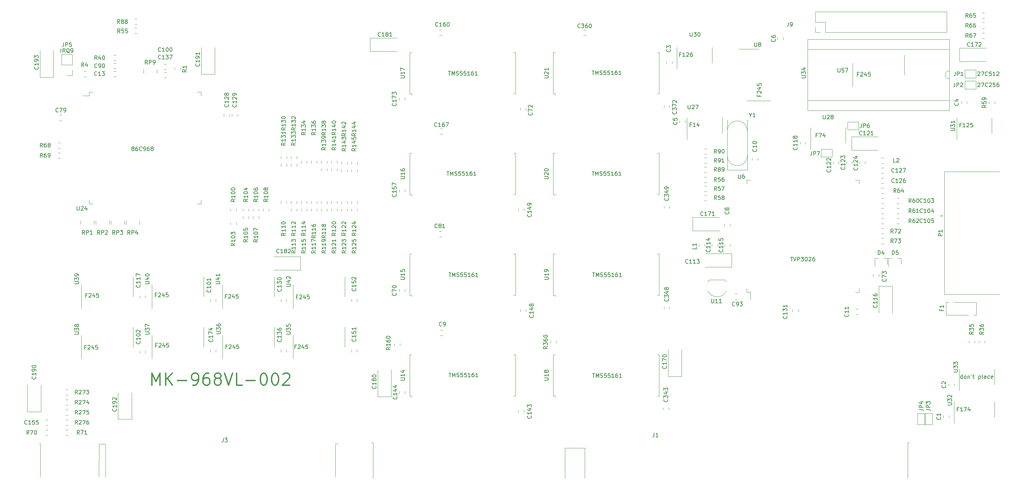
<source format=gbr>
G04 #@! TF.GenerationSoftware,KiCad,Pcbnew,(5.1.5)-3*
G04 #@! TF.CreationDate,2020-09-26T10:43:14+02:00*
G04 #@! TF.ProjectId,968,3936382e-6b69-4636-9164-5f7063625858,rev?*
G04 #@! TF.SameCoordinates,Original*
G04 #@! TF.FileFunction,Legend,Top*
G04 #@! TF.FilePolarity,Positive*
%FSLAX46Y46*%
G04 Gerber Fmt 4.6, Leading zero omitted, Abs format (unit mm)*
G04 Created by KiCad (PCBNEW (5.1.5)-3) date 2020-09-26 10:43:14*
%MOMM*%
%LPD*%
G04 APERTURE LIST*
%ADD10C,0.150000*%
%ADD11C,0.300000*%
%ADD12C,0.120000*%
G04 APERTURE END LIST*
D10*
X128619714Y-104481380D02*
X129191142Y-104481380D01*
X128905428Y-105481380D02*
X128905428Y-104481380D01*
X129524476Y-105481380D02*
X129524476Y-104481380D01*
X129857809Y-105195666D01*
X130191142Y-104481380D01*
X130191142Y-105481380D01*
X130619714Y-105433761D02*
X130762571Y-105481380D01*
X131000666Y-105481380D01*
X131095904Y-105433761D01*
X131143523Y-105386142D01*
X131191142Y-105290904D01*
X131191142Y-105195666D01*
X131143523Y-105100428D01*
X131095904Y-105052809D01*
X131000666Y-105005190D01*
X130810190Y-104957571D01*
X130714952Y-104909952D01*
X130667333Y-104862333D01*
X130619714Y-104767095D01*
X130619714Y-104671857D01*
X130667333Y-104576619D01*
X130714952Y-104529000D01*
X130810190Y-104481380D01*
X131048285Y-104481380D01*
X131191142Y-104529000D01*
X132095904Y-104481380D02*
X131619714Y-104481380D01*
X131572095Y-104957571D01*
X131619714Y-104909952D01*
X131714952Y-104862333D01*
X131953047Y-104862333D01*
X132048285Y-104909952D01*
X132095904Y-104957571D01*
X132143523Y-105052809D01*
X132143523Y-105290904D01*
X132095904Y-105386142D01*
X132048285Y-105433761D01*
X131953047Y-105481380D01*
X131714952Y-105481380D01*
X131619714Y-105433761D01*
X131572095Y-105386142D01*
X133048285Y-104481380D02*
X132572095Y-104481380D01*
X132524476Y-104957571D01*
X132572095Y-104909952D01*
X132667333Y-104862333D01*
X132905428Y-104862333D01*
X133000666Y-104909952D01*
X133048285Y-104957571D01*
X133095904Y-105052809D01*
X133095904Y-105290904D01*
X133048285Y-105386142D01*
X133000666Y-105433761D01*
X132905428Y-105481380D01*
X132667333Y-105481380D01*
X132572095Y-105433761D01*
X132524476Y-105386142D01*
X134048285Y-105481380D02*
X133476857Y-105481380D01*
X133762571Y-105481380D02*
X133762571Y-104481380D01*
X133667333Y-104624238D01*
X133572095Y-104719476D01*
X133476857Y-104767095D01*
X134905428Y-104481380D02*
X134714952Y-104481380D01*
X134619714Y-104529000D01*
X134572095Y-104576619D01*
X134476857Y-104719476D01*
X134429238Y-104909952D01*
X134429238Y-105290904D01*
X134476857Y-105386142D01*
X134524476Y-105433761D01*
X134619714Y-105481380D01*
X134810190Y-105481380D01*
X134905428Y-105433761D01*
X134953047Y-105386142D01*
X135000666Y-105290904D01*
X135000666Y-105052809D01*
X134953047Y-104957571D01*
X134905428Y-104909952D01*
X134810190Y-104862333D01*
X134619714Y-104862333D01*
X134524476Y-104909952D01*
X134476857Y-104957571D01*
X134429238Y-105052809D01*
X135953047Y-105481380D02*
X135381619Y-105481380D01*
X135667333Y-105481380D02*
X135667333Y-104481380D01*
X135572095Y-104624238D01*
X135476857Y-104719476D01*
X135381619Y-104767095D01*
X128619714Y-129754380D02*
X129191142Y-129754380D01*
X128905428Y-130754380D02*
X128905428Y-129754380D01*
X129524476Y-130754380D02*
X129524476Y-129754380D01*
X129857809Y-130468666D01*
X130191142Y-129754380D01*
X130191142Y-130754380D01*
X130619714Y-130706761D02*
X130762571Y-130754380D01*
X131000666Y-130754380D01*
X131095904Y-130706761D01*
X131143523Y-130659142D01*
X131191142Y-130563904D01*
X131191142Y-130468666D01*
X131143523Y-130373428D01*
X131095904Y-130325809D01*
X131000666Y-130278190D01*
X130810190Y-130230571D01*
X130714952Y-130182952D01*
X130667333Y-130135333D01*
X130619714Y-130040095D01*
X130619714Y-129944857D01*
X130667333Y-129849619D01*
X130714952Y-129802000D01*
X130810190Y-129754380D01*
X131048285Y-129754380D01*
X131191142Y-129802000D01*
X132095904Y-129754380D02*
X131619714Y-129754380D01*
X131572095Y-130230571D01*
X131619714Y-130182952D01*
X131714952Y-130135333D01*
X131953047Y-130135333D01*
X132048285Y-130182952D01*
X132095904Y-130230571D01*
X132143523Y-130325809D01*
X132143523Y-130563904D01*
X132095904Y-130659142D01*
X132048285Y-130706761D01*
X131953047Y-130754380D01*
X131714952Y-130754380D01*
X131619714Y-130706761D01*
X131572095Y-130659142D01*
X133048285Y-129754380D02*
X132572095Y-129754380D01*
X132524476Y-130230571D01*
X132572095Y-130182952D01*
X132667333Y-130135333D01*
X132905428Y-130135333D01*
X133000666Y-130182952D01*
X133048285Y-130230571D01*
X133095904Y-130325809D01*
X133095904Y-130563904D01*
X133048285Y-130659142D01*
X133000666Y-130706761D01*
X132905428Y-130754380D01*
X132667333Y-130754380D01*
X132572095Y-130706761D01*
X132524476Y-130659142D01*
X134048285Y-130754380D02*
X133476857Y-130754380D01*
X133762571Y-130754380D02*
X133762571Y-129754380D01*
X133667333Y-129897238D01*
X133572095Y-129992476D01*
X133476857Y-130040095D01*
X134905428Y-129754380D02*
X134714952Y-129754380D01*
X134619714Y-129802000D01*
X134572095Y-129849619D01*
X134476857Y-129992476D01*
X134429238Y-130182952D01*
X134429238Y-130563904D01*
X134476857Y-130659142D01*
X134524476Y-130706761D01*
X134619714Y-130754380D01*
X134810190Y-130754380D01*
X134905428Y-130706761D01*
X134953047Y-130659142D01*
X135000666Y-130563904D01*
X135000666Y-130325809D01*
X134953047Y-130230571D01*
X134905428Y-130182952D01*
X134810190Y-130135333D01*
X134619714Y-130135333D01*
X134524476Y-130182952D01*
X134476857Y-130230571D01*
X134429238Y-130325809D01*
X135953047Y-130754380D02*
X135381619Y-130754380D01*
X135667333Y-130754380D02*
X135667333Y-129754380D01*
X135572095Y-129897238D01*
X135476857Y-129992476D01*
X135381619Y-130040095D01*
X164814714Y-129881380D02*
X165386142Y-129881380D01*
X165100428Y-130881380D02*
X165100428Y-129881380D01*
X165719476Y-130881380D02*
X165719476Y-129881380D01*
X166052809Y-130595666D01*
X166386142Y-129881380D01*
X166386142Y-130881380D01*
X166814714Y-130833761D02*
X166957571Y-130881380D01*
X167195666Y-130881380D01*
X167290904Y-130833761D01*
X167338523Y-130786142D01*
X167386142Y-130690904D01*
X167386142Y-130595666D01*
X167338523Y-130500428D01*
X167290904Y-130452809D01*
X167195666Y-130405190D01*
X167005190Y-130357571D01*
X166909952Y-130309952D01*
X166862333Y-130262333D01*
X166814714Y-130167095D01*
X166814714Y-130071857D01*
X166862333Y-129976619D01*
X166909952Y-129929000D01*
X167005190Y-129881380D01*
X167243285Y-129881380D01*
X167386142Y-129929000D01*
X168290904Y-129881380D02*
X167814714Y-129881380D01*
X167767095Y-130357571D01*
X167814714Y-130309952D01*
X167909952Y-130262333D01*
X168148047Y-130262333D01*
X168243285Y-130309952D01*
X168290904Y-130357571D01*
X168338523Y-130452809D01*
X168338523Y-130690904D01*
X168290904Y-130786142D01*
X168243285Y-130833761D01*
X168148047Y-130881380D01*
X167909952Y-130881380D01*
X167814714Y-130833761D01*
X167767095Y-130786142D01*
X169243285Y-129881380D02*
X168767095Y-129881380D01*
X168719476Y-130357571D01*
X168767095Y-130309952D01*
X168862333Y-130262333D01*
X169100428Y-130262333D01*
X169195666Y-130309952D01*
X169243285Y-130357571D01*
X169290904Y-130452809D01*
X169290904Y-130690904D01*
X169243285Y-130786142D01*
X169195666Y-130833761D01*
X169100428Y-130881380D01*
X168862333Y-130881380D01*
X168767095Y-130833761D01*
X168719476Y-130786142D01*
X170243285Y-130881380D02*
X169671857Y-130881380D01*
X169957571Y-130881380D02*
X169957571Y-129881380D01*
X169862333Y-130024238D01*
X169767095Y-130119476D01*
X169671857Y-130167095D01*
X171100428Y-129881380D02*
X170909952Y-129881380D01*
X170814714Y-129929000D01*
X170767095Y-129976619D01*
X170671857Y-130119476D01*
X170624238Y-130309952D01*
X170624238Y-130690904D01*
X170671857Y-130786142D01*
X170719476Y-130833761D01*
X170814714Y-130881380D01*
X171005190Y-130881380D01*
X171100428Y-130833761D01*
X171148047Y-130786142D01*
X171195666Y-130690904D01*
X171195666Y-130452809D01*
X171148047Y-130357571D01*
X171100428Y-130309952D01*
X171005190Y-130262333D01*
X170814714Y-130262333D01*
X170719476Y-130309952D01*
X170671857Y-130357571D01*
X170624238Y-130452809D01*
X172148047Y-130881380D02*
X171576619Y-130881380D01*
X171862333Y-130881380D02*
X171862333Y-129881380D01*
X171767095Y-130024238D01*
X171671857Y-130119476D01*
X171576619Y-130167095D01*
X164814714Y-104481380D02*
X165386142Y-104481380D01*
X165100428Y-105481380D02*
X165100428Y-104481380D01*
X165719476Y-105481380D02*
X165719476Y-104481380D01*
X166052809Y-105195666D01*
X166386142Y-104481380D01*
X166386142Y-105481380D01*
X166814714Y-105433761D02*
X166957571Y-105481380D01*
X167195666Y-105481380D01*
X167290904Y-105433761D01*
X167338523Y-105386142D01*
X167386142Y-105290904D01*
X167386142Y-105195666D01*
X167338523Y-105100428D01*
X167290904Y-105052809D01*
X167195666Y-105005190D01*
X167005190Y-104957571D01*
X166909952Y-104909952D01*
X166862333Y-104862333D01*
X166814714Y-104767095D01*
X166814714Y-104671857D01*
X166862333Y-104576619D01*
X166909952Y-104529000D01*
X167005190Y-104481380D01*
X167243285Y-104481380D01*
X167386142Y-104529000D01*
X168290904Y-104481380D02*
X167814714Y-104481380D01*
X167767095Y-104957571D01*
X167814714Y-104909952D01*
X167909952Y-104862333D01*
X168148047Y-104862333D01*
X168243285Y-104909952D01*
X168290904Y-104957571D01*
X168338523Y-105052809D01*
X168338523Y-105290904D01*
X168290904Y-105386142D01*
X168243285Y-105433761D01*
X168148047Y-105481380D01*
X167909952Y-105481380D01*
X167814714Y-105433761D01*
X167767095Y-105386142D01*
X169243285Y-104481380D02*
X168767095Y-104481380D01*
X168719476Y-104957571D01*
X168767095Y-104909952D01*
X168862333Y-104862333D01*
X169100428Y-104862333D01*
X169195666Y-104909952D01*
X169243285Y-104957571D01*
X169290904Y-105052809D01*
X169290904Y-105290904D01*
X169243285Y-105386142D01*
X169195666Y-105433761D01*
X169100428Y-105481380D01*
X168862333Y-105481380D01*
X168767095Y-105433761D01*
X168719476Y-105386142D01*
X170243285Y-105481380D02*
X169671857Y-105481380D01*
X169957571Y-105481380D02*
X169957571Y-104481380D01*
X169862333Y-104624238D01*
X169767095Y-104719476D01*
X169671857Y-104767095D01*
X171100428Y-104481380D02*
X170909952Y-104481380D01*
X170814714Y-104529000D01*
X170767095Y-104576619D01*
X170671857Y-104719476D01*
X170624238Y-104909952D01*
X170624238Y-105290904D01*
X170671857Y-105386142D01*
X170719476Y-105433761D01*
X170814714Y-105481380D01*
X171005190Y-105481380D01*
X171100428Y-105433761D01*
X171148047Y-105386142D01*
X171195666Y-105290904D01*
X171195666Y-105052809D01*
X171148047Y-104957571D01*
X171100428Y-104909952D01*
X171005190Y-104862333D01*
X170814714Y-104862333D01*
X170719476Y-104909952D01*
X170671857Y-104957571D01*
X170624238Y-105052809D01*
X172148047Y-105481380D02*
X171576619Y-105481380D01*
X171862333Y-105481380D02*
X171862333Y-104481380D01*
X171767095Y-104624238D01*
X171671857Y-104719476D01*
X171576619Y-104767095D01*
X164687714Y-78954380D02*
X165259142Y-78954380D01*
X164973428Y-79954380D02*
X164973428Y-78954380D01*
X165592476Y-79954380D02*
X165592476Y-78954380D01*
X165925809Y-79668666D01*
X166259142Y-78954380D01*
X166259142Y-79954380D01*
X166687714Y-79906761D02*
X166830571Y-79954380D01*
X167068666Y-79954380D01*
X167163904Y-79906761D01*
X167211523Y-79859142D01*
X167259142Y-79763904D01*
X167259142Y-79668666D01*
X167211523Y-79573428D01*
X167163904Y-79525809D01*
X167068666Y-79478190D01*
X166878190Y-79430571D01*
X166782952Y-79382952D01*
X166735333Y-79335333D01*
X166687714Y-79240095D01*
X166687714Y-79144857D01*
X166735333Y-79049619D01*
X166782952Y-79002000D01*
X166878190Y-78954380D01*
X167116285Y-78954380D01*
X167259142Y-79002000D01*
X168163904Y-78954380D02*
X167687714Y-78954380D01*
X167640095Y-79430571D01*
X167687714Y-79382952D01*
X167782952Y-79335333D01*
X168021047Y-79335333D01*
X168116285Y-79382952D01*
X168163904Y-79430571D01*
X168211523Y-79525809D01*
X168211523Y-79763904D01*
X168163904Y-79859142D01*
X168116285Y-79906761D01*
X168021047Y-79954380D01*
X167782952Y-79954380D01*
X167687714Y-79906761D01*
X167640095Y-79859142D01*
X169116285Y-78954380D02*
X168640095Y-78954380D01*
X168592476Y-79430571D01*
X168640095Y-79382952D01*
X168735333Y-79335333D01*
X168973428Y-79335333D01*
X169068666Y-79382952D01*
X169116285Y-79430571D01*
X169163904Y-79525809D01*
X169163904Y-79763904D01*
X169116285Y-79859142D01*
X169068666Y-79906761D01*
X168973428Y-79954380D01*
X168735333Y-79954380D01*
X168640095Y-79906761D01*
X168592476Y-79859142D01*
X170116285Y-79954380D02*
X169544857Y-79954380D01*
X169830571Y-79954380D02*
X169830571Y-78954380D01*
X169735333Y-79097238D01*
X169640095Y-79192476D01*
X169544857Y-79240095D01*
X170973428Y-78954380D02*
X170782952Y-78954380D01*
X170687714Y-79002000D01*
X170640095Y-79049619D01*
X170544857Y-79192476D01*
X170497238Y-79382952D01*
X170497238Y-79763904D01*
X170544857Y-79859142D01*
X170592476Y-79906761D01*
X170687714Y-79954380D01*
X170878190Y-79954380D01*
X170973428Y-79906761D01*
X171021047Y-79859142D01*
X171068666Y-79763904D01*
X171068666Y-79525809D01*
X171021047Y-79430571D01*
X170973428Y-79382952D01*
X170878190Y-79335333D01*
X170687714Y-79335333D01*
X170592476Y-79382952D01*
X170544857Y-79430571D01*
X170497238Y-79525809D01*
X172021047Y-79954380D02*
X171449619Y-79954380D01*
X171735333Y-79954380D02*
X171735333Y-78954380D01*
X171640095Y-79097238D01*
X171544857Y-79192476D01*
X171449619Y-79240095D01*
X164687714Y-53554380D02*
X165259142Y-53554380D01*
X164973428Y-54554380D02*
X164973428Y-53554380D01*
X165592476Y-54554380D02*
X165592476Y-53554380D01*
X165925809Y-54268666D01*
X166259142Y-53554380D01*
X166259142Y-54554380D01*
X166687714Y-54506761D02*
X166830571Y-54554380D01*
X167068666Y-54554380D01*
X167163904Y-54506761D01*
X167211523Y-54459142D01*
X167259142Y-54363904D01*
X167259142Y-54268666D01*
X167211523Y-54173428D01*
X167163904Y-54125809D01*
X167068666Y-54078190D01*
X166878190Y-54030571D01*
X166782952Y-53982952D01*
X166735333Y-53935333D01*
X166687714Y-53840095D01*
X166687714Y-53744857D01*
X166735333Y-53649619D01*
X166782952Y-53602000D01*
X166878190Y-53554380D01*
X167116285Y-53554380D01*
X167259142Y-53602000D01*
X168163904Y-53554380D02*
X167687714Y-53554380D01*
X167640095Y-54030571D01*
X167687714Y-53982952D01*
X167782952Y-53935333D01*
X168021047Y-53935333D01*
X168116285Y-53982952D01*
X168163904Y-54030571D01*
X168211523Y-54125809D01*
X168211523Y-54363904D01*
X168163904Y-54459142D01*
X168116285Y-54506761D01*
X168021047Y-54554380D01*
X167782952Y-54554380D01*
X167687714Y-54506761D01*
X167640095Y-54459142D01*
X169116285Y-53554380D02*
X168640095Y-53554380D01*
X168592476Y-54030571D01*
X168640095Y-53982952D01*
X168735333Y-53935333D01*
X168973428Y-53935333D01*
X169068666Y-53982952D01*
X169116285Y-54030571D01*
X169163904Y-54125809D01*
X169163904Y-54363904D01*
X169116285Y-54459142D01*
X169068666Y-54506761D01*
X168973428Y-54554380D01*
X168735333Y-54554380D01*
X168640095Y-54506761D01*
X168592476Y-54459142D01*
X170116285Y-54554380D02*
X169544857Y-54554380D01*
X169830571Y-54554380D02*
X169830571Y-53554380D01*
X169735333Y-53697238D01*
X169640095Y-53792476D01*
X169544857Y-53840095D01*
X170973428Y-53554380D02*
X170782952Y-53554380D01*
X170687714Y-53602000D01*
X170640095Y-53649619D01*
X170544857Y-53792476D01*
X170497238Y-53982952D01*
X170497238Y-54363904D01*
X170544857Y-54459142D01*
X170592476Y-54506761D01*
X170687714Y-54554380D01*
X170878190Y-54554380D01*
X170973428Y-54506761D01*
X171021047Y-54459142D01*
X171068666Y-54363904D01*
X171068666Y-54125809D01*
X171021047Y-54030571D01*
X170973428Y-53982952D01*
X170878190Y-53935333D01*
X170687714Y-53935333D01*
X170592476Y-53982952D01*
X170544857Y-54030571D01*
X170497238Y-54125809D01*
X172021047Y-54554380D02*
X171449619Y-54554380D01*
X171735333Y-54554380D02*
X171735333Y-53554380D01*
X171640095Y-53697238D01*
X171544857Y-53792476D01*
X171449619Y-53840095D01*
X128492714Y-53681380D02*
X129064142Y-53681380D01*
X128778428Y-54681380D02*
X128778428Y-53681380D01*
X129397476Y-54681380D02*
X129397476Y-53681380D01*
X129730809Y-54395666D01*
X130064142Y-53681380D01*
X130064142Y-54681380D01*
X130492714Y-54633761D02*
X130635571Y-54681380D01*
X130873666Y-54681380D01*
X130968904Y-54633761D01*
X131016523Y-54586142D01*
X131064142Y-54490904D01*
X131064142Y-54395666D01*
X131016523Y-54300428D01*
X130968904Y-54252809D01*
X130873666Y-54205190D01*
X130683190Y-54157571D01*
X130587952Y-54109952D01*
X130540333Y-54062333D01*
X130492714Y-53967095D01*
X130492714Y-53871857D01*
X130540333Y-53776619D01*
X130587952Y-53729000D01*
X130683190Y-53681380D01*
X130921285Y-53681380D01*
X131064142Y-53729000D01*
X131968904Y-53681380D02*
X131492714Y-53681380D01*
X131445095Y-54157571D01*
X131492714Y-54109952D01*
X131587952Y-54062333D01*
X131826047Y-54062333D01*
X131921285Y-54109952D01*
X131968904Y-54157571D01*
X132016523Y-54252809D01*
X132016523Y-54490904D01*
X131968904Y-54586142D01*
X131921285Y-54633761D01*
X131826047Y-54681380D01*
X131587952Y-54681380D01*
X131492714Y-54633761D01*
X131445095Y-54586142D01*
X132921285Y-53681380D02*
X132445095Y-53681380D01*
X132397476Y-54157571D01*
X132445095Y-54109952D01*
X132540333Y-54062333D01*
X132778428Y-54062333D01*
X132873666Y-54109952D01*
X132921285Y-54157571D01*
X132968904Y-54252809D01*
X132968904Y-54490904D01*
X132921285Y-54586142D01*
X132873666Y-54633761D01*
X132778428Y-54681380D01*
X132540333Y-54681380D01*
X132445095Y-54633761D01*
X132397476Y-54586142D01*
X133921285Y-54681380D02*
X133349857Y-54681380D01*
X133635571Y-54681380D02*
X133635571Y-53681380D01*
X133540333Y-53824238D01*
X133445095Y-53919476D01*
X133349857Y-53967095D01*
X134778428Y-53681380D02*
X134587952Y-53681380D01*
X134492714Y-53729000D01*
X134445095Y-53776619D01*
X134349857Y-53919476D01*
X134302238Y-54109952D01*
X134302238Y-54490904D01*
X134349857Y-54586142D01*
X134397476Y-54633761D01*
X134492714Y-54681380D01*
X134683190Y-54681380D01*
X134778428Y-54633761D01*
X134826047Y-54586142D01*
X134873666Y-54490904D01*
X134873666Y-54252809D01*
X134826047Y-54157571D01*
X134778428Y-54109952D01*
X134683190Y-54062333D01*
X134492714Y-54062333D01*
X134397476Y-54109952D01*
X134349857Y-54157571D01*
X134302238Y-54252809D01*
X135826047Y-54681380D02*
X135254619Y-54681380D01*
X135540333Y-54681380D02*
X135540333Y-53681380D01*
X135445095Y-53824238D01*
X135349857Y-53919476D01*
X135254619Y-53967095D01*
X128111714Y-78954380D02*
X128683142Y-78954380D01*
X128397428Y-79954380D02*
X128397428Y-78954380D01*
X129016476Y-79954380D02*
X129016476Y-78954380D01*
X129349809Y-79668666D01*
X129683142Y-78954380D01*
X129683142Y-79954380D01*
X130111714Y-79906761D02*
X130254571Y-79954380D01*
X130492666Y-79954380D01*
X130587904Y-79906761D01*
X130635523Y-79859142D01*
X130683142Y-79763904D01*
X130683142Y-79668666D01*
X130635523Y-79573428D01*
X130587904Y-79525809D01*
X130492666Y-79478190D01*
X130302190Y-79430571D01*
X130206952Y-79382952D01*
X130159333Y-79335333D01*
X130111714Y-79240095D01*
X130111714Y-79144857D01*
X130159333Y-79049619D01*
X130206952Y-79002000D01*
X130302190Y-78954380D01*
X130540285Y-78954380D01*
X130683142Y-79002000D01*
X131587904Y-78954380D02*
X131111714Y-78954380D01*
X131064095Y-79430571D01*
X131111714Y-79382952D01*
X131206952Y-79335333D01*
X131445047Y-79335333D01*
X131540285Y-79382952D01*
X131587904Y-79430571D01*
X131635523Y-79525809D01*
X131635523Y-79763904D01*
X131587904Y-79859142D01*
X131540285Y-79906761D01*
X131445047Y-79954380D01*
X131206952Y-79954380D01*
X131111714Y-79906761D01*
X131064095Y-79859142D01*
X132540285Y-78954380D02*
X132064095Y-78954380D01*
X132016476Y-79430571D01*
X132064095Y-79382952D01*
X132159333Y-79335333D01*
X132397428Y-79335333D01*
X132492666Y-79382952D01*
X132540285Y-79430571D01*
X132587904Y-79525809D01*
X132587904Y-79763904D01*
X132540285Y-79859142D01*
X132492666Y-79906761D01*
X132397428Y-79954380D01*
X132159333Y-79954380D01*
X132064095Y-79906761D01*
X132016476Y-79859142D01*
X133540285Y-79954380D02*
X132968857Y-79954380D01*
X133254571Y-79954380D02*
X133254571Y-78954380D01*
X133159333Y-79097238D01*
X133064095Y-79192476D01*
X132968857Y-79240095D01*
X134397428Y-78954380D02*
X134206952Y-78954380D01*
X134111714Y-79002000D01*
X134064095Y-79049619D01*
X133968857Y-79192476D01*
X133921238Y-79382952D01*
X133921238Y-79763904D01*
X133968857Y-79859142D01*
X134016476Y-79906761D01*
X134111714Y-79954380D01*
X134302190Y-79954380D01*
X134397428Y-79906761D01*
X134445047Y-79859142D01*
X134492666Y-79763904D01*
X134492666Y-79525809D01*
X134445047Y-79430571D01*
X134397428Y-79382952D01*
X134302190Y-79335333D01*
X134111714Y-79335333D01*
X134016476Y-79382952D01*
X133968857Y-79430571D01*
X133921238Y-79525809D01*
X135445047Y-79954380D02*
X134873619Y-79954380D01*
X135159333Y-79954380D02*
X135159333Y-78954380D01*
X135064095Y-79097238D01*
X134968857Y-79192476D01*
X134873619Y-79240095D01*
X257667285Y-67238571D02*
X257333952Y-67238571D01*
X257333952Y-67762380D02*
X257333952Y-66762380D01*
X257810142Y-66762380D01*
X258714904Y-67762380D02*
X258143476Y-67762380D01*
X258429190Y-67762380D02*
X258429190Y-66762380D01*
X258333952Y-66905238D01*
X258238714Y-67000476D01*
X258143476Y-67048095D01*
X259095857Y-66857619D02*
X259143476Y-66810000D01*
X259238714Y-66762380D01*
X259476809Y-66762380D01*
X259572047Y-66810000D01*
X259619666Y-66857619D01*
X259667285Y-66952857D01*
X259667285Y-67048095D01*
X259619666Y-67190952D01*
X259048238Y-67762380D01*
X259667285Y-67762380D01*
X260572047Y-66762380D02*
X260095857Y-66762380D01*
X260048238Y-67238571D01*
X260095857Y-67190952D01*
X260191095Y-67143333D01*
X260429190Y-67143333D01*
X260524428Y-67190952D01*
X260572047Y-67238571D01*
X260619666Y-67333809D01*
X260619666Y-67571904D01*
X260572047Y-67667142D01*
X260524428Y-67714761D01*
X260429190Y-67762380D01*
X260191095Y-67762380D01*
X260095857Y-67714761D01*
X260048238Y-67667142D01*
X221440476Y-69778571D02*
X221107142Y-69778571D01*
X221107142Y-70302380D02*
X221107142Y-69302380D01*
X221583333Y-69302380D01*
X221869047Y-69302380D02*
X222535714Y-69302380D01*
X222107142Y-70302380D01*
X223345238Y-69635714D02*
X223345238Y-70302380D01*
X223107142Y-69254761D02*
X222869047Y-69969047D01*
X223488095Y-69969047D01*
X214685952Y-100544380D02*
X215257380Y-100544380D01*
X214971666Y-101544380D02*
X214971666Y-100544380D01*
X215447857Y-100544380D02*
X215781190Y-101544380D01*
X216114523Y-100544380D01*
X216447857Y-101544380D02*
X216447857Y-100544380D01*
X216828809Y-100544380D01*
X216924047Y-100592000D01*
X216971666Y-100639619D01*
X217019285Y-100734857D01*
X217019285Y-100877714D01*
X216971666Y-100972952D01*
X216924047Y-101020571D01*
X216828809Y-101068190D01*
X216447857Y-101068190D01*
X217352619Y-100544380D02*
X217971666Y-100544380D01*
X217638333Y-100925333D01*
X217781190Y-100925333D01*
X217876428Y-100972952D01*
X217924047Y-101020571D01*
X217971666Y-101115809D01*
X217971666Y-101353904D01*
X217924047Y-101449142D01*
X217876428Y-101496761D01*
X217781190Y-101544380D01*
X217495476Y-101544380D01*
X217400238Y-101496761D01*
X217352619Y-101449142D01*
X218590714Y-100544380D02*
X218685952Y-100544380D01*
X218781190Y-100592000D01*
X218828809Y-100639619D01*
X218876428Y-100734857D01*
X218924047Y-100925333D01*
X218924047Y-101163428D01*
X218876428Y-101353904D01*
X218828809Y-101449142D01*
X218781190Y-101496761D01*
X218685952Y-101544380D01*
X218590714Y-101544380D01*
X218495476Y-101496761D01*
X218447857Y-101449142D01*
X218400238Y-101353904D01*
X218352619Y-101163428D01*
X218352619Y-100925333D01*
X218400238Y-100734857D01*
X218447857Y-100639619D01*
X218495476Y-100592000D01*
X218590714Y-100544380D01*
X219305000Y-100639619D02*
X219352619Y-100592000D01*
X219447857Y-100544380D01*
X219685952Y-100544380D01*
X219781190Y-100592000D01*
X219828809Y-100639619D01*
X219876428Y-100734857D01*
X219876428Y-100830095D01*
X219828809Y-100972952D01*
X219257380Y-101544380D01*
X219876428Y-101544380D01*
X220733571Y-100544380D02*
X220543095Y-100544380D01*
X220447857Y-100592000D01*
X220400238Y-100639619D01*
X220305000Y-100782476D01*
X220257380Y-100972952D01*
X220257380Y-101353904D01*
X220305000Y-101449142D01*
X220352619Y-101496761D01*
X220447857Y-101544380D01*
X220638333Y-101544380D01*
X220733571Y-101496761D01*
X220781190Y-101449142D01*
X220828809Y-101353904D01*
X220828809Y-101115809D01*
X220781190Y-101020571D01*
X220733571Y-100972952D01*
X220638333Y-100925333D01*
X220447857Y-100925333D01*
X220352619Y-100972952D01*
X220305000Y-101020571D01*
X220257380Y-101115809D01*
X48935000Y-73159952D02*
X48839761Y-73112333D01*
X48792142Y-73064714D01*
X48744523Y-72969476D01*
X48744523Y-72921857D01*
X48792142Y-72826619D01*
X48839761Y-72779000D01*
X48935000Y-72731380D01*
X49125476Y-72731380D01*
X49220714Y-72779000D01*
X49268333Y-72826619D01*
X49315952Y-72921857D01*
X49315952Y-72969476D01*
X49268333Y-73064714D01*
X49220714Y-73112333D01*
X49125476Y-73159952D01*
X48935000Y-73159952D01*
X48839761Y-73207571D01*
X48792142Y-73255190D01*
X48744523Y-73350428D01*
X48744523Y-73540904D01*
X48792142Y-73636142D01*
X48839761Y-73683761D01*
X48935000Y-73731380D01*
X49125476Y-73731380D01*
X49220714Y-73683761D01*
X49268333Y-73636142D01*
X49315952Y-73540904D01*
X49315952Y-73350428D01*
X49268333Y-73255190D01*
X49220714Y-73207571D01*
X49125476Y-73159952D01*
X50173095Y-72731380D02*
X49982619Y-72731380D01*
X49887380Y-72779000D01*
X49839761Y-72826619D01*
X49744523Y-72969476D01*
X49696904Y-73159952D01*
X49696904Y-73540904D01*
X49744523Y-73636142D01*
X49792142Y-73683761D01*
X49887380Y-73731380D01*
X50077857Y-73731380D01*
X50173095Y-73683761D01*
X50220714Y-73636142D01*
X50268333Y-73540904D01*
X50268333Y-73302809D01*
X50220714Y-73207571D01*
X50173095Y-73159952D01*
X50077857Y-73112333D01*
X49887380Y-73112333D01*
X49792142Y-73159952D01*
X49744523Y-73207571D01*
X49696904Y-73302809D01*
X51268333Y-73636142D02*
X51220714Y-73683761D01*
X51077857Y-73731380D01*
X50982619Y-73731380D01*
X50839761Y-73683761D01*
X50744523Y-73588523D01*
X50696904Y-73493285D01*
X50649285Y-73302809D01*
X50649285Y-73159952D01*
X50696904Y-72969476D01*
X50744523Y-72874238D01*
X50839761Y-72779000D01*
X50982619Y-72731380D01*
X51077857Y-72731380D01*
X51220714Y-72779000D01*
X51268333Y-72826619D01*
X51744523Y-73731380D02*
X51935000Y-73731380D01*
X52030238Y-73683761D01*
X52077857Y-73636142D01*
X52173095Y-73493285D01*
X52220714Y-73302809D01*
X52220714Y-72921857D01*
X52173095Y-72826619D01*
X52125476Y-72779000D01*
X52030238Y-72731380D01*
X51839761Y-72731380D01*
X51744523Y-72779000D01*
X51696904Y-72826619D01*
X51649285Y-72921857D01*
X51649285Y-73159952D01*
X51696904Y-73255190D01*
X51744523Y-73302809D01*
X51839761Y-73350428D01*
X52030238Y-73350428D01*
X52125476Y-73302809D01*
X52173095Y-73255190D01*
X52220714Y-73159952D01*
X53077857Y-72731380D02*
X52887380Y-72731380D01*
X52792142Y-72779000D01*
X52744523Y-72826619D01*
X52649285Y-72969476D01*
X52601666Y-73159952D01*
X52601666Y-73540904D01*
X52649285Y-73636142D01*
X52696904Y-73683761D01*
X52792142Y-73731380D01*
X52982619Y-73731380D01*
X53077857Y-73683761D01*
X53125476Y-73636142D01*
X53173095Y-73540904D01*
X53173095Y-73302809D01*
X53125476Y-73207571D01*
X53077857Y-73159952D01*
X52982619Y-73112333D01*
X52792142Y-73112333D01*
X52696904Y-73159952D01*
X52649285Y-73207571D01*
X52601666Y-73302809D01*
X53744523Y-73159952D02*
X53649285Y-73112333D01*
X53601666Y-73064714D01*
X53554047Y-72969476D01*
X53554047Y-72921857D01*
X53601666Y-72826619D01*
X53649285Y-72779000D01*
X53744523Y-72731380D01*
X53935000Y-72731380D01*
X54030238Y-72779000D01*
X54077857Y-72826619D01*
X54125476Y-72921857D01*
X54125476Y-72969476D01*
X54077857Y-73064714D01*
X54030238Y-73112333D01*
X53935000Y-73159952D01*
X53744523Y-73159952D01*
X53649285Y-73207571D01*
X53601666Y-73255190D01*
X53554047Y-73350428D01*
X53554047Y-73540904D01*
X53601666Y-73636142D01*
X53649285Y-73683761D01*
X53744523Y-73731380D01*
X53935000Y-73731380D01*
X54030238Y-73683761D01*
X54077857Y-73636142D01*
X54125476Y-73540904D01*
X54125476Y-73350428D01*
X54077857Y-73255190D01*
X54030238Y-73207571D01*
X53935000Y-73159952D01*
X189690476Y-67111571D02*
X189357142Y-67111571D01*
X189357142Y-67635380D02*
X189357142Y-66635380D01*
X189833333Y-66635380D01*
X190738095Y-67635380D02*
X190166666Y-67635380D01*
X190452380Y-67635380D02*
X190452380Y-66635380D01*
X190357142Y-66778238D01*
X190261904Y-66873476D01*
X190166666Y-66921095D01*
X191595238Y-66968714D02*
X191595238Y-67635380D01*
X191357142Y-66587761D02*
X191119047Y-67302047D01*
X191738095Y-67302047D01*
X187055285Y-49458571D02*
X186721952Y-49458571D01*
X186721952Y-49982380D02*
X186721952Y-48982380D01*
X187198142Y-48982380D01*
X188102904Y-49982380D02*
X187531476Y-49982380D01*
X187817190Y-49982380D02*
X187817190Y-48982380D01*
X187721952Y-49125238D01*
X187626714Y-49220476D01*
X187531476Y-49268095D01*
X188483857Y-49077619D02*
X188531476Y-49030000D01*
X188626714Y-48982380D01*
X188864809Y-48982380D01*
X188960047Y-49030000D01*
X189007666Y-49077619D01*
X189055285Y-49172857D01*
X189055285Y-49268095D01*
X189007666Y-49410952D01*
X188436238Y-49982380D01*
X189055285Y-49982380D01*
X189912428Y-48982380D02*
X189721952Y-48982380D01*
X189626714Y-49030000D01*
X189579095Y-49077619D01*
X189483857Y-49220476D01*
X189436238Y-49410952D01*
X189436238Y-49791904D01*
X189483857Y-49887142D01*
X189531476Y-49934761D01*
X189626714Y-49982380D01*
X189817190Y-49982380D01*
X189912428Y-49934761D01*
X189960047Y-49887142D01*
X190007666Y-49791904D01*
X190007666Y-49553809D01*
X189960047Y-49458571D01*
X189912428Y-49410952D01*
X189817190Y-49363333D01*
X189626714Y-49363333D01*
X189531476Y-49410952D01*
X189483857Y-49458571D01*
X189436238Y-49553809D01*
X257032285Y-138866571D02*
X256698952Y-138866571D01*
X256698952Y-139390380D02*
X256698952Y-138390380D01*
X257175142Y-138390380D01*
X258079904Y-139390380D02*
X257508476Y-139390380D01*
X257794190Y-139390380D02*
X257794190Y-138390380D01*
X257698952Y-138533238D01*
X257603714Y-138628476D01*
X257508476Y-138676095D01*
X258413238Y-138390380D02*
X259079904Y-138390380D01*
X258651333Y-139390380D01*
X259889428Y-138723714D02*
X259889428Y-139390380D01*
X259651333Y-138342761D02*
X259413238Y-139057047D01*
X260032285Y-139057047D01*
X206811571Y-59705714D02*
X206811571Y-60039047D01*
X207335380Y-60039047D02*
X206335380Y-60039047D01*
X206335380Y-59562857D01*
X206430619Y-59229523D02*
X206383000Y-59181904D01*
X206335380Y-59086666D01*
X206335380Y-58848571D01*
X206383000Y-58753333D01*
X206430619Y-58705714D01*
X206525857Y-58658095D01*
X206621095Y-58658095D01*
X206763952Y-58705714D01*
X207335380Y-59277142D01*
X207335380Y-58658095D01*
X206668714Y-57800952D02*
X207335380Y-57800952D01*
X206287761Y-58039047D02*
X207002047Y-58277142D01*
X207002047Y-57658095D01*
X206335380Y-56800952D02*
X206335380Y-57277142D01*
X206811571Y-57324761D01*
X206763952Y-57277142D01*
X206716333Y-57181904D01*
X206716333Y-56943809D01*
X206763952Y-56848571D01*
X206811571Y-56800952D01*
X206906809Y-56753333D01*
X207144904Y-56753333D01*
X207240142Y-56800952D01*
X207287761Y-56848571D01*
X207335380Y-56943809D01*
X207335380Y-57181904D01*
X207287761Y-57277142D01*
X207240142Y-57324761D01*
X231886285Y-54411571D02*
X231552952Y-54411571D01*
X231552952Y-54935380D02*
X231552952Y-53935380D01*
X232029142Y-53935380D01*
X232362476Y-54030619D02*
X232410095Y-53983000D01*
X232505333Y-53935380D01*
X232743428Y-53935380D01*
X232838666Y-53983000D01*
X232886285Y-54030619D01*
X232933904Y-54125857D01*
X232933904Y-54221095D01*
X232886285Y-54363952D01*
X232314857Y-54935380D01*
X232933904Y-54935380D01*
X233791047Y-54268714D02*
X233791047Y-54935380D01*
X233552952Y-53887761D02*
X233314857Y-54602047D01*
X233933904Y-54602047D01*
X234791047Y-53935380D02*
X234314857Y-53935380D01*
X234267238Y-54411571D01*
X234314857Y-54363952D01*
X234410095Y-54316333D01*
X234648190Y-54316333D01*
X234743428Y-54363952D01*
X234791047Y-54411571D01*
X234838666Y-54506809D01*
X234838666Y-54744904D01*
X234791047Y-54840142D01*
X234743428Y-54887761D01*
X234648190Y-54935380D01*
X234410095Y-54935380D01*
X234314857Y-54887761D01*
X234267238Y-54840142D01*
X90154285Y-123118571D02*
X89820952Y-123118571D01*
X89820952Y-123642380D02*
X89820952Y-122642380D01*
X90297142Y-122642380D01*
X90630476Y-122737619D02*
X90678095Y-122690000D01*
X90773333Y-122642380D01*
X91011428Y-122642380D01*
X91106666Y-122690000D01*
X91154285Y-122737619D01*
X91201904Y-122832857D01*
X91201904Y-122928095D01*
X91154285Y-123070952D01*
X90582857Y-123642380D01*
X91201904Y-123642380D01*
X92059047Y-122975714D02*
X92059047Y-123642380D01*
X91820952Y-122594761D02*
X91582857Y-123309047D01*
X92201904Y-123309047D01*
X93059047Y-122642380D02*
X92582857Y-122642380D01*
X92535238Y-123118571D01*
X92582857Y-123070952D01*
X92678095Y-123023333D01*
X92916190Y-123023333D01*
X93011428Y-123070952D01*
X93059047Y-123118571D01*
X93106666Y-123213809D01*
X93106666Y-123451904D01*
X93059047Y-123547142D01*
X93011428Y-123594761D01*
X92916190Y-123642380D01*
X92678095Y-123642380D01*
X92582857Y-123594761D01*
X92535238Y-123547142D01*
X90535285Y-110545571D02*
X90201952Y-110545571D01*
X90201952Y-111069380D02*
X90201952Y-110069380D01*
X90678142Y-110069380D01*
X91011476Y-110164619D02*
X91059095Y-110117000D01*
X91154333Y-110069380D01*
X91392428Y-110069380D01*
X91487666Y-110117000D01*
X91535285Y-110164619D01*
X91582904Y-110259857D01*
X91582904Y-110355095D01*
X91535285Y-110497952D01*
X90963857Y-111069380D01*
X91582904Y-111069380D01*
X92440047Y-110402714D02*
X92440047Y-111069380D01*
X92201952Y-110021761D02*
X91963857Y-110736047D01*
X92582904Y-110736047D01*
X93440047Y-110069380D02*
X92963857Y-110069380D01*
X92916238Y-110545571D01*
X92963857Y-110497952D01*
X93059095Y-110450333D01*
X93297190Y-110450333D01*
X93392428Y-110497952D01*
X93440047Y-110545571D01*
X93487666Y-110640809D01*
X93487666Y-110878904D01*
X93440047Y-110974142D01*
X93392428Y-111021761D01*
X93297190Y-111069380D01*
X93059095Y-111069380D01*
X92963857Y-111021761D01*
X92916238Y-110974142D01*
X72755285Y-123118571D02*
X72421952Y-123118571D01*
X72421952Y-123642380D02*
X72421952Y-122642380D01*
X72898142Y-122642380D01*
X73231476Y-122737619D02*
X73279095Y-122690000D01*
X73374333Y-122642380D01*
X73612428Y-122642380D01*
X73707666Y-122690000D01*
X73755285Y-122737619D01*
X73802904Y-122832857D01*
X73802904Y-122928095D01*
X73755285Y-123070952D01*
X73183857Y-123642380D01*
X73802904Y-123642380D01*
X74660047Y-122975714D02*
X74660047Y-123642380D01*
X74421952Y-122594761D02*
X74183857Y-123309047D01*
X74802904Y-123309047D01*
X75660047Y-122642380D02*
X75183857Y-122642380D01*
X75136238Y-123118571D01*
X75183857Y-123070952D01*
X75279095Y-123023333D01*
X75517190Y-123023333D01*
X75612428Y-123070952D01*
X75660047Y-123118571D01*
X75707666Y-123213809D01*
X75707666Y-123451904D01*
X75660047Y-123547142D01*
X75612428Y-123594761D01*
X75517190Y-123642380D01*
X75279095Y-123642380D01*
X75183857Y-123594761D01*
X75136238Y-123547142D01*
X72628285Y-110418571D02*
X72294952Y-110418571D01*
X72294952Y-110942380D02*
X72294952Y-109942380D01*
X72771142Y-109942380D01*
X73104476Y-110037619D02*
X73152095Y-109990000D01*
X73247333Y-109942380D01*
X73485428Y-109942380D01*
X73580666Y-109990000D01*
X73628285Y-110037619D01*
X73675904Y-110132857D01*
X73675904Y-110228095D01*
X73628285Y-110370952D01*
X73056857Y-110942380D01*
X73675904Y-110942380D01*
X74533047Y-110275714D02*
X74533047Y-110942380D01*
X74294952Y-109894761D02*
X74056857Y-110609047D01*
X74675904Y-110609047D01*
X75533047Y-109942380D02*
X75056857Y-109942380D01*
X75009238Y-110418571D01*
X75056857Y-110370952D01*
X75152095Y-110323333D01*
X75390190Y-110323333D01*
X75485428Y-110370952D01*
X75533047Y-110418571D01*
X75580666Y-110513809D01*
X75580666Y-110751904D01*
X75533047Y-110847142D01*
X75485428Y-110894761D01*
X75390190Y-110942380D01*
X75152095Y-110942380D01*
X75056857Y-110894761D01*
X75009238Y-110847142D01*
X55102285Y-122737571D02*
X54768952Y-122737571D01*
X54768952Y-123261380D02*
X54768952Y-122261380D01*
X55245142Y-122261380D01*
X55578476Y-122356619D02*
X55626095Y-122309000D01*
X55721333Y-122261380D01*
X55959428Y-122261380D01*
X56054666Y-122309000D01*
X56102285Y-122356619D01*
X56149904Y-122451857D01*
X56149904Y-122547095D01*
X56102285Y-122689952D01*
X55530857Y-123261380D01*
X56149904Y-123261380D01*
X57007047Y-122594714D02*
X57007047Y-123261380D01*
X56768952Y-122213761D02*
X56530857Y-122928047D01*
X57149904Y-122928047D01*
X58007047Y-122261380D02*
X57530857Y-122261380D01*
X57483238Y-122737571D01*
X57530857Y-122689952D01*
X57626095Y-122642333D01*
X57864190Y-122642333D01*
X57959428Y-122689952D01*
X58007047Y-122737571D01*
X58054666Y-122832809D01*
X58054666Y-123070904D01*
X58007047Y-123166142D01*
X57959428Y-123213761D01*
X57864190Y-123261380D01*
X57626095Y-123261380D01*
X57530857Y-123213761D01*
X57483238Y-123166142D01*
X54975285Y-110037571D02*
X54641952Y-110037571D01*
X54641952Y-110561380D02*
X54641952Y-109561380D01*
X55118142Y-109561380D01*
X55451476Y-109656619D02*
X55499095Y-109609000D01*
X55594333Y-109561380D01*
X55832428Y-109561380D01*
X55927666Y-109609000D01*
X55975285Y-109656619D01*
X56022904Y-109751857D01*
X56022904Y-109847095D01*
X55975285Y-109989952D01*
X55403857Y-110561380D01*
X56022904Y-110561380D01*
X56880047Y-109894714D02*
X56880047Y-110561380D01*
X56641952Y-109513761D02*
X56403857Y-110228047D01*
X57022904Y-110228047D01*
X57880047Y-109561380D02*
X57403857Y-109561380D01*
X57356238Y-110037571D01*
X57403857Y-109989952D01*
X57499095Y-109942333D01*
X57737190Y-109942333D01*
X57832428Y-109989952D01*
X57880047Y-110037571D01*
X57927666Y-110132809D01*
X57927666Y-110370904D01*
X57880047Y-110466142D01*
X57832428Y-110513761D01*
X57737190Y-110561380D01*
X57499095Y-110561380D01*
X57403857Y-110513761D01*
X57356238Y-110466142D01*
X37195285Y-123245571D02*
X36861952Y-123245571D01*
X36861952Y-123769380D02*
X36861952Y-122769380D01*
X37338142Y-122769380D01*
X37671476Y-122864619D02*
X37719095Y-122817000D01*
X37814333Y-122769380D01*
X38052428Y-122769380D01*
X38147666Y-122817000D01*
X38195285Y-122864619D01*
X38242904Y-122959857D01*
X38242904Y-123055095D01*
X38195285Y-123197952D01*
X37623857Y-123769380D01*
X38242904Y-123769380D01*
X39100047Y-123102714D02*
X39100047Y-123769380D01*
X38861952Y-122721761D02*
X38623857Y-123436047D01*
X39242904Y-123436047D01*
X40100047Y-122769380D02*
X39623857Y-122769380D01*
X39576238Y-123245571D01*
X39623857Y-123197952D01*
X39719095Y-123150333D01*
X39957190Y-123150333D01*
X40052428Y-123197952D01*
X40100047Y-123245571D01*
X40147666Y-123340809D01*
X40147666Y-123578904D01*
X40100047Y-123674142D01*
X40052428Y-123721761D01*
X39957190Y-123769380D01*
X39719095Y-123769380D01*
X39623857Y-123721761D01*
X39576238Y-123674142D01*
X37449285Y-110164571D02*
X37115952Y-110164571D01*
X37115952Y-110688380D02*
X37115952Y-109688380D01*
X37592142Y-109688380D01*
X37925476Y-109783619D02*
X37973095Y-109736000D01*
X38068333Y-109688380D01*
X38306428Y-109688380D01*
X38401666Y-109736000D01*
X38449285Y-109783619D01*
X38496904Y-109878857D01*
X38496904Y-109974095D01*
X38449285Y-110116952D01*
X37877857Y-110688380D01*
X38496904Y-110688380D01*
X39354047Y-110021714D02*
X39354047Y-110688380D01*
X39115952Y-109640761D02*
X38877857Y-110355047D01*
X39496904Y-110355047D01*
X40354047Y-109688380D02*
X39877857Y-109688380D01*
X39830238Y-110164571D01*
X39877857Y-110116952D01*
X39973095Y-110069333D01*
X40211190Y-110069333D01*
X40306428Y-110116952D01*
X40354047Y-110164571D01*
X40401666Y-110259809D01*
X40401666Y-110497904D01*
X40354047Y-110593142D01*
X40306428Y-110640761D01*
X40211190Y-110688380D01*
X39973095Y-110688380D01*
X39877857Y-110640761D01*
X39830238Y-110593142D01*
X258000952Y-131135380D02*
X258000952Y-130135380D01*
X258000952Y-131087761D02*
X257905714Y-131135380D01*
X257715238Y-131135380D01*
X257620000Y-131087761D01*
X257572380Y-131040142D01*
X257524761Y-130944904D01*
X257524761Y-130659190D01*
X257572380Y-130563952D01*
X257620000Y-130516333D01*
X257715238Y-130468714D01*
X257905714Y-130468714D01*
X258000952Y-130516333D01*
X258620000Y-131135380D02*
X258524761Y-131087761D01*
X258477142Y-131040142D01*
X258429523Y-130944904D01*
X258429523Y-130659190D01*
X258477142Y-130563952D01*
X258524761Y-130516333D01*
X258620000Y-130468714D01*
X258762857Y-130468714D01*
X258858095Y-130516333D01*
X258905714Y-130563952D01*
X258953333Y-130659190D01*
X258953333Y-130944904D01*
X258905714Y-131040142D01*
X258858095Y-131087761D01*
X258762857Y-131135380D01*
X258620000Y-131135380D01*
X259381904Y-130468714D02*
X259381904Y-131135380D01*
X259381904Y-130563952D02*
X259429523Y-130516333D01*
X259524761Y-130468714D01*
X259667619Y-130468714D01*
X259762857Y-130516333D01*
X259810476Y-130611571D01*
X259810476Y-131135380D01*
X260334285Y-130135380D02*
X260239047Y-130325857D01*
X260620000Y-130468714D02*
X261000952Y-130468714D01*
X260762857Y-130135380D02*
X260762857Y-130992523D01*
X260810476Y-131087761D01*
X260905714Y-131135380D01*
X261000952Y-131135380D01*
X262096190Y-130468714D02*
X262096190Y-131468714D01*
X262096190Y-130516333D02*
X262191428Y-130468714D01*
X262381904Y-130468714D01*
X262477142Y-130516333D01*
X262524761Y-130563952D01*
X262572380Y-130659190D01*
X262572380Y-130944904D01*
X262524761Y-131040142D01*
X262477142Y-131087761D01*
X262381904Y-131135380D01*
X262191428Y-131135380D01*
X262096190Y-131087761D01*
X263143809Y-131135380D02*
X263048571Y-131087761D01*
X263000952Y-130992523D01*
X263000952Y-130135380D01*
X263953333Y-131135380D02*
X263953333Y-130611571D01*
X263905714Y-130516333D01*
X263810476Y-130468714D01*
X263620000Y-130468714D01*
X263524761Y-130516333D01*
X263953333Y-131087761D02*
X263858095Y-131135380D01*
X263620000Y-131135380D01*
X263524761Y-131087761D01*
X263477142Y-130992523D01*
X263477142Y-130897285D01*
X263524761Y-130802047D01*
X263620000Y-130754428D01*
X263858095Y-130754428D01*
X263953333Y-130706809D01*
X264858095Y-131087761D02*
X264762857Y-131135380D01*
X264572380Y-131135380D01*
X264477142Y-131087761D01*
X264429523Y-131040142D01*
X264381904Y-130944904D01*
X264381904Y-130659190D01*
X264429523Y-130563952D01*
X264477142Y-130516333D01*
X264572380Y-130468714D01*
X264762857Y-130468714D01*
X264858095Y-130516333D01*
X265667619Y-131087761D02*
X265572380Y-131135380D01*
X265381904Y-131135380D01*
X265286666Y-131087761D01*
X265239047Y-130992523D01*
X265239047Y-130611571D01*
X265286666Y-130516333D01*
X265381904Y-130468714D01*
X265572380Y-130468714D01*
X265667619Y-130516333D01*
X265715238Y-130611571D01*
X265715238Y-130706809D01*
X265239047Y-130802047D01*
X261850523Y-56697619D02*
X261898142Y-56650000D01*
X261993380Y-56602380D01*
X262231476Y-56602380D01*
X262326714Y-56650000D01*
X262374333Y-56697619D01*
X262421952Y-56792857D01*
X262421952Y-56888095D01*
X262374333Y-57030952D01*
X261802904Y-57602380D01*
X262421952Y-57602380D01*
X262755285Y-56602380D02*
X263421952Y-56602380D01*
X262993380Y-57602380D01*
X264374333Y-57507142D02*
X264326714Y-57554761D01*
X264183857Y-57602380D01*
X264088619Y-57602380D01*
X263945761Y-57554761D01*
X263850523Y-57459523D01*
X263802904Y-57364285D01*
X263755285Y-57173809D01*
X263755285Y-57030952D01*
X263802904Y-56840476D01*
X263850523Y-56745238D01*
X263945761Y-56650000D01*
X264088619Y-56602380D01*
X264183857Y-56602380D01*
X264326714Y-56650000D01*
X264374333Y-56697619D01*
X264755285Y-56697619D02*
X264802904Y-56650000D01*
X264898142Y-56602380D01*
X265136238Y-56602380D01*
X265231476Y-56650000D01*
X265279095Y-56697619D01*
X265326714Y-56792857D01*
X265326714Y-56888095D01*
X265279095Y-57030952D01*
X264707666Y-57602380D01*
X265326714Y-57602380D01*
X266231476Y-56602380D02*
X265755285Y-56602380D01*
X265707666Y-57078571D01*
X265755285Y-57030952D01*
X265850523Y-56983333D01*
X266088619Y-56983333D01*
X266183857Y-57030952D01*
X266231476Y-57078571D01*
X266279095Y-57173809D01*
X266279095Y-57411904D01*
X266231476Y-57507142D01*
X266183857Y-57554761D01*
X266088619Y-57602380D01*
X265850523Y-57602380D01*
X265755285Y-57554761D01*
X265707666Y-57507142D01*
X267136238Y-56602380D02*
X266945761Y-56602380D01*
X266850523Y-56650000D01*
X266802904Y-56697619D01*
X266707666Y-56840476D01*
X266660047Y-57030952D01*
X266660047Y-57411904D01*
X266707666Y-57507142D01*
X266755285Y-57554761D01*
X266850523Y-57602380D01*
X267041000Y-57602380D01*
X267136238Y-57554761D01*
X267183857Y-57507142D01*
X267231476Y-57411904D01*
X267231476Y-57173809D01*
X267183857Y-57078571D01*
X267136238Y-57030952D01*
X267041000Y-56983333D01*
X266850523Y-56983333D01*
X266755285Y-57030952D01*
X266707666Y-57078571D01*
X266660047Y-57173809D01*
X261850523Y-53903619D02*
X261898142Y-53856000D01*
X261993380Y-53808380D01*
X262231476Y-53808380D01*
X262326714Y-53856000D01*
X262374333Y-53903619D01*
X262421952Y-53998857D01*
X262421952Y-54094095D01*
X262374333Y-54236952D01*
X261802904Y-54808380D01*
X262421952Y-54808380D01*
X262755285Y-53808380D02*
X263421952Y-53808380D01*
X262993380Y-54808380D01*
X264374333Y-54713142D02*
X264326714Y-54760761D01*
X264183857Y-54808380D01*
X264088619Y-54808380D01*
X263945761Y-54760761D01*
X263850523Y-54665523D01*
X263802904Y-54570285D01*
X263755285Y-54379809D01*
X263755285Y-54236952D01*
X263802904Y-54046476D01*
X263850523Y-53951238D01*
X263945761Y-53856000D01*
X264088619Y-53808380D01*
X264183857Y-53808380D01*
X264326714Y-53856000D01*
X264374333Y-53903619D01*
X265279095Y-53808380D02*
X264802904Y-53808380D01*
X264755285Y-54284571D01*
X264802904Y-54236952D01*
X264898142Y-54189333D01*
X265136238Y-54189333D01*
X265231476Y-54236952D01*
X265279095Y-54284571D01*
X265326714Y-54379809D01*
X265326714Y-54617904D01*
X265279095Y-54713142D01*
X265231476Y-54760761D01*
X265136238Y-54808380D01*
X264898142Y-54808380D01*
X264802904Y-54760761D01*
X264755285Y-54713142D01*
X266279095Y-54808380D02*
X265707666Y-54808380D01*
X265993380Y-54808380D02*
X265993380Y-53808380D01*
X265898142Y-53951238D01*
X265802904Y-54046476D01*
X265707666Y-54094095D01*
X266660047Y-53903619D02*
X266707666Y-53856000D01*
X266802904Y-53808380D01*
X267041000Y-53808380D01*
X267136238Y-53856000D01*
X267183857Y-53903619D01*
X267231476Y-53998857D01*
X267231476Y-54094095D01*
X267183857Y-54236952D01*
X266612428Y-54808380D01*
X267231476Y-54808380D01*
X30885000Y-48966380D02*
X30885000Y-47966380D01*
X31932619Y-48966380D02*
X31599285Y-48490190D01*
X31361190Y-48966380D02*
X31361190Y-47966380D01*
X31742142Y-47966380D01*
X31837380Y-48014000D01*
X31885000Y-48061619D01*
X31932619Y-48156857D01*
X31932619Y-48299714D01*
X31885000Y-48394952D01*
X31837380Y-48442571D01*
X31742142Y-48490190D01*
X31361190Y-48490190D01*
X33027857Y-49061619D02*
X32932619Y-49014000D01*
X32837380Y-48918761D01*
X32694523Y-48775904D01*
X32599285Y-48728285D01*
X32504047Y-48728285D01*
X32551666Y-48966380D02*
X32456428Y-48918761D01*
X32361190Y-48823523D01*
X32313571Y-48633047D01*
X32313571Y-48299714D01*
X32361190Y-48109238D01*
X32456428Y-48014000D01*
X32551666Y-47966380D01*
X32742142Y-47966380D01*
X32837380Y-48014000D01*
X32932619Y-48109238D01*
X32980238Y-48299714D01*
X32980238Y-48633047D01*
X32932619Y-48823523D01*
X32837380Y-48918761D01*
X32742142Y-48966380D01*
X32551666Y-48966380D01*
X33456428Y-48966380D02*
X33646904Y-48966380D01*
X33742142Y-48918761D01*
X33789761Y-48871142D01*
X33885000Y-48728285D01*
X33932619Y-48537809D01*
X33932619Y-48156857D01*
X33885000Y-48061619D01*
X33837380Y-48014000D01*
X33742142Y-47966380D01*
X33551666Y-47966380D01*
X33456428Y-48014000D01*
X33408809Y-48061619D01*
X33361190Y-48156857D01*
X33361190Y-48394952D01*
X33408809Y-48490190D01*
X33456428Y-48537809D01*
X33551666Y-48585428D01*
X33742142Y-48585428D01*
X33837380Y-48537809D01*
X33885000Y-48490190D01*
X33932619Y-48394952D01*
D11*
X53834285Y-132802142D02*
X53834285Y-129802142D01*
X54834285Y-131945000D01*
X55834285Y-129802142D01*
X55834285Y-132802142D01*
X57262857Y-132802142D02*
X57262857Y-129802142D01*
X58977142Y-132802142D02*
X57691428Y-131087857D01*
X58977142Y-129802142D02*
X57262857Y-131516428D01*
X60262857Y-131659285D02*
X62548571Y-131659285D01*
X64120000Y-132802142D02*
X64691428Y-132802142D01*
X64977142Y-132659285D01*
X65120000Y-132516428D01*
X65405714Y-132087857D01*
X65548571Y-131516428D01*
X65548571Y-130373571D01*
X65405714Y-130087857D01*
X65262857Y-129945000D01*
X64977142Y-129802142D01*
X64405714Y-129802142D01*
X64120000Y-129945000D01*
X63977142Y-130087857D01*
X63834285Y-130373571D01*
X63834285Y-131087857D01*
X63977142Y-131373571D01*
X64120000Y-131516428D01*
X64405714Y-131659285D01*
X64977142Y-131659285D01*
X65262857Y-131516428D01*
X65405714Y-131373571D01*
X65548571Y-131087857D01*
X68120000Y-129802142D02*
X67548571Y-129802142D01*
X67262857Y-129945000D01*
X67120000Y-130087857D01*
X66834285Y-130516428D01*
X66691428Y-131087857D01*
X66691428Y-132230714D01*
X66834285Y-132516428D01*
X66977142Y-132659285D01*
X67262857Y-132802142D01*
X67834285Y-132802142D01*
X68120000Y-132659285D01*
X68262857Y-132516428D01*
X68405714Y-132230714D01*
X68405714Y-131516428D01*
X68262857Y-131230714D01*
X68120000Y-131087857D01*
X67834285Y-130945000D01*
X67262857Y-130945000D01*
X66977142Y-131087857D01*
X66834285Y-131230714D01*
X66691428Y-131516428D01*
X70120000Y-131087857D02*
X69834285Y-130945000D01*
X69691428Y-130802142D01*
X69548571Y-130516428D01*
X69548571Y-130373571D01*
X69691428Y-130087857D01*
X69834285Y-129945000D01*
X70120000Y-129802142D01*
X70691428Y-129802142D01*
X70977142Y-129945000D01*
X71120000Y-130087857D01*
X71262857Y-130373571D01*
X71262857Y-130516428D01*
X71120000Y-130802142D01*
X70977142Y-130945000D01*
X70691428Y-131087857D01*
X70120000Y-131087857D01*
X69834285Y-131230714D01*
X69691428Y-131373571D01*
X69548571Y-131659285D01*
X69548571Y-132230714D01*
X69691428Y-132516428D01*
X69834285Y-132659285D01*
X70120000Y-132802142D01*
X70691428Y-132802142D01*
X70977142Y-132659285D01*
X71120000Y-132516428D01*
X71262857Y-132230714D01*
X71262857Y-131659285D01*
X71120000Y-131373571D01*
X70977142Y-131230714D01*
X70691428Y-131087857D01*
X72120000Y-129802142D02*
X73120000Y-132802142D01*
X74120000Y-129802142D01*
X76548571Y-132802142D02*
X75120000Y-132802142D01*
X75120000Y-129802142D01*
X77548571Y-131659285D02*
X79834285Y-131659285D01*
X81834285Y-129802142D02*
X82120000Y-129802142D01*
X82405714Y-129945000D01*
X82548571Y-130087857D01*
X82691428Y-130373571D01*
X82834285Y-130945000D01*
X82834285Y-131659285D01*
X82691428Y-132230714D01*
X82548571Y-132516428D01*
X82405714Y-132659285D01*
X82120000Y-132802142D01*
X81834285Y-132802142D01*
X81548571Y-132659285D01*
X81405714Y-132516428D01*
X81262857Y-132230714D01*
X81120000Y-131659285D01*
X81120000Y-130945000D01*
X81262857Y-130373571D01*
X81405714Y-130087857D01*
X81548571Y-129945000D01*
X81834285Y-129802142D01*
X84691428Y-129802142D02*
X84977142Y-129802142D01*
X85262857Y-129945000D01*
X85405714Y-130087857D01*
X85548571Y-130373571D01*
X85691428Y-130945000D01*
X85691428Y-131659285D01*
X85548571Y-132230714D01*
X85405714Y-132516428D01*
X85262857Y-132659285D01*
X84977142Y-132802142D01*
X84691428Y-132802142D01*
X84405714Y-132659285D01*
X84262857Y-132516428D01*
X84120000Y-132230714D01*
X83977142Y-131659285D01*
X83977142Y-130945000D01*
X84120000Y-130373571D01*
X84262857Y-130087857D01*
X84405714Y-129945000D01*
X84691428Y-129802142D01*
X86834285Y-130087857D02*
X86977142Y-129945000D01*
X87262857Y-129802142D01*
X87977142Y-129802142D01*
X88262857Y-129945000D01*
X88405714Y-130087857D01*
X88548571Y-130373571D01*
X88548571Y-130659285D01*
X88405714Y-131087857D01*
X86691428Y-132802142D01*
X88548571Y-132802142D01*
D12*
X242499000Y-100824000D02*
X242499000Y-102284000D01*
X239339000Y-100824000D02*
X239339000Y-102984000D01*
X239339000Y-100824000D02*
X240269000Y-100824000D01*
X242499000Y-100824000D02*
X241569000Y-100824000D01*
X239070000Y-100824000D02*
X239070000Y-102284000D01*
X235910000Y-100824000D02*
X235910000Y-102984000D01*
X235910000Y-100824000D02*
X236840000Y-100824000D01*
X239070000Y-100824000D02*
X238140000Y-100824000D01*
X261493000Y-111903000D02*
X261493000Y-115103000D01*
X253892000Y-111903000D02*
X253892000Y-115103000D01*
X260932000Y-115103000D02*
X261493000Y-115103000D01*
X253892000Y-115103000D02*
X259555000Y-115103000D01*
X255832000Y-111903000D02*
X261493000Y-111903000D01*
X253892000Y-111903000D02*
X254454000Y-111903000D01*
X229090000Y-68437000D02*
X229090000Y-66437000D01*
X231890000Y-68437000D02*
X229090000Y-68437000D01*
X231890000Y-66437000D02*
X231890000Y-68437000D01*
X229090000Y-66437000D02*
X231890000Y-66437000D01*
X225189000Y-73295000D02*
X225189000Y-75295000D01*
X222389000Y-73295000D02*
X225189000Y-73295000D01*
X222389000Y-75295000D02*
X222389000Y-73295000D01*
X225189000Y-75295000D02*
X222389000Y-75295000D01*
X246650000Y-142736000D02*
X246650000Y-139936000D01*
X246650000Y-139936000D02*
X248650000Y-139936000D01*
X248650000Y-139936000D02*
X248650000Y-142736000D01*
X248650000Y-142736000D02*
X246650000Y-142736000D01*
X203845000Y-78582000D02*
X203845000Y-65982000D01*
X198745000Y-78582000D02*
X203845000Y-78582000D01*
X198745000Y-65982000D02*
X198745000Y-78582000D01*
X267306500Y-109919000D02*
X253416500Y-109919000D01*
X253416500Y-109919000D02*
X253416500Y-78949000D01*
X253416500Y-78949000D02*
X267306500Y-78949000D01*
X252522162Y-90369000D02*
X252522162Y-89869000D01*
X252522162Y-89869000D02*
X252955175Y-90119000D01*
X252955175Y-90119000D02*
X252522162Y-90369000D01*
X238144578Y-93270000D02*
X237627422Y-93270000D01*
X238144578Y-94690000D02*
X237627422Y-94690000D01*
X238144578Y-95746500D02*
X237627422Y-95746500D01*
X238144578Y-97166500D02*
X237627422Y-97166500D01*
X255925000Y-138939500D02*
X255925000Y-142389500D01*
X255925000Y-138939500D02*
X255925000Y-136989500D01*
X266045000Y-138939500D02*
X266045000Y-140889500D01*
X266045000Y-138939500D02*
X266045000Y-136989500D01*
X199897500Y-99636000D02*
X193137500Y-99636000D01*
X199897500Y-103056000D02*
X199897500Y-99636000D01*
X193137500Y-103056000D02*
X199897500Y-103056000D01*
X49476922Y-40438000D02*
X49994078Y-40438000D01*
X49476922Y-41858000D02*
X49994078Y-41858000D01*
X49476922Y-42724000D02*
X49994078Y-42724000D01*
X49476922Y-44144000D02*
X49994078Y-44144000D01*
X100600000Y-147600000D02*
X100000000Y-147600000D01*
X100000000Y-147600000D02*
X100050000Y-155850000D01*
X42130000Y-155850000D02*
X42130000Y-147650000D01*
X42130000Y-147650000D02*
X40480000Y-147650000D01*
X40480000Y-147650000D02*
X40430000Y-155850000D01*
X25730000Y-155850000D02*
X25730000Y-147600000D01*
X25730000Y-147600000D02*
X25430000Y-147600000D01*
X33715000Y-54670000D02*
X32385000Y-54670000D01*
X33715000Y-53340000D02*
X33715000Y-54670000D01*
X33715000Y-52070000D02*
X31055000Y-52070000D01*
X31055000Y-52070000D02*
X31055000Y-49470000D01*
X33715000Y-52070000D02*
X33715000Y-49470000D01*
X33715000Y-49470000D02*
X31055000Y-49470000D01*
X119245000Y-135529685D02*
X119245000Y-135889685D01*
X118745000Y-135529685D02*
X119245000Y-135529685D01*
X118745000Y-130339685D02*
X118745000Y-135529685D01*
X118745000Y-125149685D02*
X119245000Y-125149685D01*
X118745000Y-130339685D02*
X118745000Y-125149685D01*
X145415000Y-135529685D02*
X144915000Y-135529685D01*
X145415000Y-130339685D02*
X145415000Y-135529685D01*
X145415000Y-125149685D02*
X144915000Y-125149685D01*
X145415000Y-130339685D02*
X145415000Y-125095000D01*
X119245000Y-110129685D02*
X119245000Y-110489685D01*
X118745000Y-110129685D02*
X119245000Y-110129685D01*
X118745000Y-104939685D02*
X118745000Y-110129685D01*
X118745000Y-99749685D02*
X119245000Y-99749685D01*
X118745000Y-104939685D02*
X118745000Y-99749685D01*
X145415000Y-110129685D02*
X144915000Y-110129685D01*
X145415000Y-104939685D02*
X145415000Y-110129685D01*
X145415000Y-99749685D02*
X144915000Y-99749685D01*
X145415000Y-104939685D02*
X145415000Y-99695000D01*
X119245000Y-84729685D02*
X119245000Y-85089685D01*
X118745000Y-84729685D02*
X119245000Y-84729685D01*
X118745000Y-79539685D02*
X118745000Y-84729685D01*
X118745000Y-74349685D02*
X119245000Y-74349685D01*
X118745000Y-79539685D02*
X118745000Y-74349685D01*
X145415000Y-84729685D02*
X144915000Y-84729685D01*
X145415000Y-79539685D02*
X145415000Y-84729685D01*
X145415000Y-74349685D02*
X144915000Y-74349685D01*
X145415000Y-79539685D02*
X145415000Y-74295000D01*
X181610000Y-130339685D02*
X181610000Y-125095000D01*
X181610000Y-125149685D02*
X181110000Y-125149685D01*
X181610000Y-130339685D02*
X181610000Y-135529685D01*
X181610000Y-135529685D02*
X181110000Y-135529685D01*
X154940000Y-130339685D02*
X154940000Y-125149685D01*
X154940000Y-125149685D02*
X155440000Y-125149685D01*
X154940000Y-130339685D02*
X154940000Y-135529685D01*
X154940000Y-135529685D02*
X155440000Y-135529685D01*
X155440000Y-135529685D02*
X155440000Y-135889685D01*
X181610000Y-104939685D02*
X181610000Y-99695000D01*
X181610000Y-99749685D02*
X181110000Y-99749685D01*
X181610000Y-104939685D02*
X181610000Y-110129685D01*
X181610000Y-110129685D02*
X181110000Y-110129685D01*
X154940000Y-104939685D02*
X154940000Y-99749685D01*
X154940000Y-99749685D02*
X155440000Y-99749685D01*
X154940000Y-104939685D02*
X154940000Y-110129685D01*
X154940000Y-110129685D02*
X155440000Y-110129685D01*
X155440000Y-110129685D02*
X155440000Y-110489685D01*
X181610000Y-79539685D02*
X181610000Y-74295000D01*
X181610000Y-74349685D02*
X181110000Y-74349685D01*
X181610000Y-79539685D02*
X181610000Y-84729685D01*
X181610000Y-84729685D02*
X181110000Y-84729685D01*
X154940000Y-79539685D02*
X154940000Y-74349685D01*
X154940000Y-74349685D02*
X155440000Y-74349685D01*
X154940000Y-79539685D02*
X154940000Y-84729685D01*
X154940000Y-84729685D02*
X155440000Y-84729685D01*
X155440000Y-84729685D02*
X155440000Y-85089685D01*
X181610000Y-54139685D02*
X181610000Y-48895000D01*
X181610000Y-48949685D02*
X181110000Y-48949685D01*
X181610000Y-54139685D02*
X181610000Y-59329685D01*
X181610000Y-59329685D02*
X181110000Y-59329685D01*
X154940000Y-54139685D02*
X154940000Y-48949685D01*
X154940000Y-48949685D02*
X155440000Y-48949685D01*
X154940000Y-54139685D02*
X154940000Y-59329685D01*
X154940000Y-59329685D02*
X155440000Y-59329685D01*
X155440000Y-59329685D02*
X155440000Y-59689685D01*
X119245000Y-59329685D02*
X119245000Y-59689685D01*
X118745000Y-59329685D02*
X119245000Y-59329685D01*
X118745000Y-54139685D02*
X118745000Y-59329685D01*
X118745000Y-48949685D02*
X119245000Y-48949685D01*
X118745000Y-54139685D02*
X118745000Y-48949685D01*
X145415000Y-59329685D02*
X144915000Y-59329685D01*
X145415000Y-54139685D02*
X145415000Y-59329685D01*
X145415000Y-48949685D02*
X144915000Y-48949685D01*
X145415000Y-54139685D02*
X145415000Y-48895000D01*
X91263000Y-100398000D02*
X84503000Y-100398000D01*
X91263000Y-103818000D02*
X91263000Y-100398000D01*
X84503000Y-103818000D02*
X91263000Y-103818000D01*
X258645200Y-56150000D02*
X261445200Y-56150000D01*
X261445200Y-56150000D02*
X261445200Y-58150000D01*
X261445200Y-58150000D02*
X258645200Y-58150000D01*
X258645200Y-58150000D02*
X258645200Y-56150000D01*
X258645200Y-53356000D02*
X261445200Y-53356000D01*
X261445200Y-53356000D02*
X261445200Y-55356000D01*
X261445200Y-55356000D02*
X258645200Y-55356000D01*
X258645200Y-55356000D02*
X258645200Y-53356000D01*
X193912617Y-106837736D02*
G75*
G02X194305000Y-106250000I2302383J-1112264D01*
G01*
X193858600Y-109048807D02*
G75*
G03X196215000Y-110550000I2356400J1098807D01*
G01*
X198571400Y-109048807D02*
G75*
G02X196215000Y-110550000I-2356400J1098807D01*
G01*
X198537631Y-106827955D02*
G75*
G03X198155000Y-106250000I-2322631J-1122045D01*
G01*
X198155000Y-106250000D02*
X194305000Y-106250000D01*
X257225000Y-51240000D02*
X263985000Y-51240000D01*
X257225000Y-47820000D02*
X257225000Y-51240000D01*
X263985000Y-47820000D02*
X257225000Y-47820000D01*
X69655000Y-54433000D02*
X69655000Y-47673000D01*
X66235000Y-54433000D02*
X69655000Y-54433000D01*
X66235000Y-47673000D02*
X66235000Y-54433000D01*
X25840000Y-139523000D02*
X25840000Y-132763000D01*
X22420000Y-139523000D02*
X25840000Y-139523000D01*
X22420000Y-132763000D02*
X22420000Y-139523000D01*
X48700000Y-141428000D02*
X48700000Y-134668000D01*
X45280000Y-141428000D02*
X48700000Y-141428000D01*
X45280000Y-134668000D02*
X45280000Y-141428000D01*
X29015000Y-55195000D02*
X29015000Y-48435000D01*
X25595000Y-55195000D02*
X29015000Y-55195000D01*
X25595000Y-48435000D02*
X25595000Y-55195000D01*
X108762000Y-48700000D02*
X115522000Y-48700000D01*
X108762000Y-45280000D02*
X108762000Y-48700000D01*
X115522000Y-45280000D02*
X108762000Y-45280000D01*
X196802000Y-90492000D02*
X190042000Y-90492000D01*
X190042000Y-90492000D02*
X190042000Y-93912000D01*
X190042000Y-93912000D02*
X196802000Y-93912000D01*
X110685000Y-128953000D02*
X110685000Y-135713000D01*
X110685000Y-135713000D02*
X114105000Y-135713000D01*
X114105000Y-135713000D02*
X114105000Y-128953000D01*
X183837000Y-123873000D02*
X183837000Y-130633000D01*
X183837000Y-130633000D02*
X187257000Y-130633000D01*
X187257000Y-130633000D02*
X187257000Y-123873000D01*
X240343000Y-114633000D02*
X240343000Y-107873000D01*
X240343000Y-107873000D02*
X236923000Y-107873000D01*
X236923000Y-107873000D02*
X236923000Y-114633000D01*
X232081000Y-76982578D02*
X232081000Y-76465422D01*
X233501000Y-76982578D02*
X233501000Y-76465422D01*
X228779000Y-76982578D02*
X228779000Y-76465422D01*
X230199000Y-76982578D02*
X230199000Y-76465422D01*
X225477000Y-76982578D02*
X225477000Y-76465422D01*
X226897000Y-76982578D02*
X226897000Y-76465422D01*
X230047000Y-73592000D02*
X236807000Y-73592000D01*
X230047000Y-70172000D02*
X230047000Y-73592000D01*
X236807000Y-70172000D02*
X230047000Y-70172000D01*
X193019422Y-81736000D02*
X193536578Y-81736000D01*
X193019422Y-80316000D02*
X193536578Y-80316000D01*
X193019422Y-86308000D02*
X193536578Y-86308000D01*
X193019422Y-84888000D02*
X193536578Y-84888000D01*
X193019422Y-84022000D02*
X193536578Y-84022000D01*
X193019422Y-82602000D02*
X193536578Y-82602000D01*
X193019422Y-73204000D02*
X193536578Y-73204000D01*
X193019422Y-74624000D02*
X193536578Y-74624000D01*
X193019422Y-77776000D02*
X193536578Y-77776000D01*
X193019422Y-79196000D02*
X193536578Y-79196000D01*
X193536578Y-76910000D02*
X193019422Y-76910000D01*
X193536578Y-75490000D02*
X193019422Y-75490000D01*
X60990998Y-52768862D02*
X60990998Y-53286018D01*
X59570998Y-52768862D02*
X59570998Y-53286018D01*
X250428000Y-142736000D02*
X248428000Y-142736000D01*
X250428000Y-139936000D02*
X250428000Y-142736000D01*
X248428000Y-139936000D02*
X250428000Y-139936000D01*
X248428000Y-142736000D02*
X248428000Y-139936000D01*
X204620000Y-109360000D02*
X204620000Y-111250000D01*
X203695000Y-109360000D02*
X204620000Y-109360000D01*
X203695000Y-108435000D02*
X203695000Y-109360000D01*
X203695000Y-81140000D02*
X204620000Y-81140000D01*
X203695000Y-82065000D02*
X203695000Y-81140000D01*
X231915000Y-109360000D02*
X230990000Y-109360000D01*
X231915000Y-108435000D02*
X231915000Y-109360000D01*
X231915000Y-81140000D02*
X230990000Y-81140000D01*
X231915000Y-82065000D02*
X231915000Y-81140000D01*
X44708578Y-51002000D02*
X44191422Y-51002000D01*
X44708578Y-49582000D02*
X44191422Y-49582000D01*
X36698422Y-55066000D02*
X37215578Y-55066000D01*
X36698422Y-53646000D02*
X37215578Y-53646000D01*
X259155000Y-61805078D02*
X259155000Y-61287922D01*
X257735000Y-61805078D02*
X257735000Y-61287922D01*
X264720000Y-61336422D02*
X264720000Y-61853578D01*
X266140000Y-61336422D02*
X266140000Y-61853578D01*
X218515000Y-72013578D02*
X218515000Y-71496422D01*
X217095000Y-72013578D02*
X217095000Y-71496422D01*
X186742000Y-66083922D02*
X186742000Y-66601078D01*
X188162000Y-66083922D02*
X188162000Y-66601078D01*
X212800000Y-45676078D02*
X212800000Y-45158922D01*
X211380000Y-45676078D02*
X211380000Y-45158922D01*
X183440000Y-51176422D02*
X183440000Y-51693578D01*
X184860000Y-51176422D02*
X184860000Y-51693578D01*
X255980000Y-132973578D02*
X255980000Y-132456422D01*
X254560000Y-132973578D02*
X254560000Y-132456422D01*
X253226500Y-140974578D02*
X253226500Y-140457422D01*
X254646500Y-140974578D02*
X254646500Y-140457422D01*
X259640000Y-122178578D02*
X259640000Y-121661422D01*
X261060000Y-122178578D02*
X261060000Y-121661422D01*
X263600000Y-122178578D02*
X263600000Y-121661422D01*
X262180000Y-122178578D02*
X262180000Y-121661422D01*
X263513578Y-45414000D02*
X262996422Y-45414000D01*
X263513578Y-43994000D02*
X262996422Y-43994000D01*
X263513578Y-42839000D02*
X262996422Y-42839000D01*
X263513578Y-41419000D02*
X262996422Y-41419000D01*
X263513578Y-38914000D02*
X262996422Y-38914000D01*
X263513578Y-40334000D02*
X262996422Y-40334000D01*
X219720000Y-69850000D02*
X219720000Y-73300000D01*
X219720000Y-69850000D02*
X219720000Y-67900000D01*
X228590000Y-69850000D02*
X228590000Y-71800000D01*
X228590000Y-69850000D02*
X228590000Y-67900000D01*
X220920000Y-43875000D02*
X220920000Y-42545000D01*
X222250000Y-43875000D02*
X220920000Y-43875000D01*
X220920000Y-41275000D02*
X220920000Y-38675000D01*
X223520000Y-41275000D02*
X220920000Y-41275000D01*
X223520000Y-43875000D02*
X223520000Y-41275000D01*
X220920000Y-38675000D02*
X254060000Y-38675000D01*
X223520000Y-43875000D02*
X254060000Y-43875000D01*
X254060000Y-43875000D02*
X254060000Y-38675000D01*
X203705000Y-61140000D02*
X209705000Y-61140000D01*
X201705000Y-48080000D02*
X206705000Y-48080000D01*
X254755000Y-63560000D02*
X254755000Y-45660000D01*
X218955000Y-63560000D02*
X254755000Y-63560000D01*
X218955000Y-45660000D02*
X218955000Y-63560000D01*
X254755000Y-45660000D02*
X218955000Y-45660000D01*
X254695000Y-61070000D02*
X254695000Y-55610000D01*
X219015000Y-61070000D02*
X254695000Y-61070000D01*
X219015000Y-48150000D02*
X219015000Y-61070000D01*
X254695000Y-48150000D02*
X219015000Y-48150000D01*
X254695000Y-53610000D02*
X254695000Y-48150000D01*
X254695000Y-55610000D02*
G75*
G02X254695000Y-53610000I0J1000000D01*
G01*
X51730000Y-53210000D02*
X51730000Y-54210000D01*
X55090000Y-53210000D02*
X55090000Y-54210000D01*
X243385000Y-49610000D02*
X243385000Y-54610000D01*
X230325000Y-51610000D02*
X230325000Y-57610000D01*
X241500922Y-85650000D02*
X242018078Y-85650000D01*
X241500922Y-87070000D02*
X242018078Y-87070000D01*
X241500922Y-88190000D02*
X242018078Y-88190000D01*
X241500922Y-89610000D02*
X242018078Y-89610000D01*
X237596422Y-83110000D02*
X238113578Y-83110000D01*
X237596422Y-84530000D02*
X238113578Y-84530000D01*
X241500922Y-92150000D02*
X242018078Y-92150000D01*
X241500922Y-90730000D02*
X242018078Y-90730000D01*
X197475000Y-67375000D02*
X197475000Y-65425000D01*
X197475000Y-67375000D02*
X197475000Y-69325000D01*
X188605000Y-67375000D02*
X188605000Y-65425000D01*
X188605000Y-67375000D02*
X188605000Y-70825000D01*
X256550000Y-67375000D02*
X256550000Y-70825000D01*
X256550000Y-67375000D02*
X256550000Y-65425000D01*
X265420000Y-67375000D02*
X265420000Y-69325000D01*
X265420000Y-67375000D02*
X265420000Y-65425000D01*
X266055000Y-130745000D02*
X266055000Y-128795000D01*
X266055000Y-130745000D02*
X266055000Y-132695000D01*
X257185000Y-130745000D02*
X257185000Y-128795000D01*
X257185000Y-130745000D02*
X257185000Y-134195000D01*
X186065000Y-49595000D02*
X186065000Y-53045000D01*
X186065000Y-49595000D02*
X186065000Y-47645000D01*
X194935000Y-49595000D02*
X194935000Y-51545000D01*
X194935000Y-49595000D02*
X194935000Y-47645000D01*
X237596422Y-75490000D02*
X238113578Y-75490000D01*
X237596422Y-76910000D02*
X238113578Y-76910000D01*
X238113578Y-80570000D02*
X237596422Y-80570000D01*
X238113578Y-81990000D02*
X237596422Y-81990000D01*
X237596422Y-79450000D02*
X238113578Y-79450000D01*
X237596422Y-78030000D02*
X238113578Y-78030000D01*
X231213922Y-115010000D02*
X231731078Y-115010000D01*
X231213922Y-113590000D02*
X231731078Y-113590000D01*
X237596422Y-85650000D02*
X238113578Y-85650000D01*
X237596422Y-87070000D02*
X238113578Y-87070000D01*
X237596422Y-88190000D02*
X238113578Y-88190000D01*
X237596422Y-89610000D02*
X238113578Y-89610000D01*
X237596422Y-90730000D02*
X238113578Y-90730000D01*
X237596422Y-92150000D02*
X238113578Y-92150000D01*
X235510000Y-105366078D02*
X235510000Y-104848922D01*
X236930000Y-105366078D02*
X236930000Y-104848922D01*
X154230000Y-122178578D02*
X154230000Y-121661422D01*
X155650000Y-122178578D02*
X155650000Y-121661422D01*
X114860000Y-122296422D02*
X114860000Y-122813578D01*
X116280000Y-122296422D02*
X116280000Y-122813578D01*
X49075000Y-105490000D02*
X49075000Y-110490000D01*
X36015000Y-107490000D02*
X36015000Y-113490000D01*
X191660000Y-97261422D02*
X191660000Y-97778578D01*
X193080000Y-97261422D02*
X193080000Y-97778578D01*
X196290000Y-97778578D02*
X196290000Y-97261422D01*
X194870000Y-97778578D02*
X194870000Y-97261422D01*
X199465000Y-97778578D02*
X199465000Y-97261422D01*
X198045000Y-97778578D02*
X198045000Y-97261422D01*
X206450000Y-76126078D02*
X206450000Y-75608922D01*
X205030000Y-76126078D02*
X205030000Y-75608922D01*
X199430000Y-92181422D02*
X199430000Y-92698578D01*
X198010000Y-92181422D02*
X198010000Y-92698578D01*
X201251078Y-111200000D02*
X200733922Y-111200000D01*
X201251078Y-109780000D02*
X200733922Y-109780000D01*
X50645000Y-91310000D02*
X50645000Y-92310000D01*
X47285000Y-91310000D02*
X47285000Y-92310000D01*
X46835000Y-91310000D02*
X46835000Y-92310000D01*
X43475000Y-91310000D02*
X43475000Y-92310000D01*
X43025000Y-91310000D02*
X43025000Y-92310000D01*
X39665000Y-91310000D02*
X39665000Y-92310000D01*
X35855000Y-91310000D02*
X35855000Y-92310000D01*
X39215000Y-91310000D02*
X39215000Y-92310000D01*
X102958250Y-78992483D02*
X102958250Y-78475327D01*
X101538250Y-78992483D02*
X101538250Y-78475327D01*
X100418250Y-78738483D02*
X100418250Y-78221327D01*
X98998250Y-78738483D02*
X98998250Y-78221327D01*
X105498250Y-78992483D02*
X105498250Y-78475327D01*
X104078250Y-78992483D02*
X104078250Y-78475327D01*
X97878250Y-78738483D02*
X97878250Y-78221327D01*
X96458250Y-78738483D02*
X96458250Y-78221327D01*
X97878250Y-76833483D02*
X97878250Y-76316327D01*
X96458250Y-76833483D02*
X96458250Y-76316327D01*
X100418250Y-76833483D02*
X100418250Y-76316327D01*
X98998250Y-76833483D02*
X98998250Y-76316327D01*
X105498250Y-77087483D02*
X105498250Y-76570327D01*
X104078250Y-77087483D02*
X104078250Y-76570327D01*
X102958250Y-77087483D02*
X102958250Y-76570327D01*
X101538250Y-77087483D02*
X101538250Y-76570327D01*
X86298250Y-77595483D02*
X86298250Y-77078327D01*
X87718250Y-77595483D02*
X87718250Y-77078327D01*
X88838250Y-77595483D02*
X88838250Y-77078327D01*
X90258250Y-77595483D02*
X90258250Y-77078327D01*
X88838250Y-75690483D02*
X88838250Y-75173327D01*
X90258250Y-75690483D02*
X90258250Y-75173327D01*
X93918250Y-76833483D02*
X93918250Y-76316327D01*
X95338250Y-76833483D02*
X95338250Y-76316327D01*
X86298250Y-75690483D02*
X86298250Y-75173327D01*
X87718250Y-75690483D02*
X87718250Y-75173327D01*
X91378250Y-76833483D02*
X91378250Y-76316327D01*
X92798250Y-76833483D02*
X92798250Y-76316327D01*
X88838250Y-88898483D02*
X88838250Y-88381327D01*
X90258250Y-88898483D02*
X90258250Y-88381327D01*
X105498250Y-86993483D02*
X105498250Y-86476327D01*
X104078250Y-86993483D02*
X104078250Y-86476327D01*
X105498250Y-88898483D02*
X105498250Y-88381327D01*
X104078250Y-88898483D02*
X104078250Y-88381327D01*
X102958250Y-86993483D02*
X102958250Y-86476327D01*
X101538250Y-86993483D02*
X101538250Y-86476327D01*
X102958250Y-88898483D02*
X102958250Y-88381327D01*
X101538250Y-88898483D02*
X101538250Y-88381327D01*
X100418250Y-86993483D02*
X100418250Y-86476327D01*
X98998250Y-86993483D02*
X98998250Y-86476327D01*
X100418250Y-88898483D02*
X100418250Y-88381327D01*
X98998250Y-88898483D02*
X98998250Y-88381327D01*
X97878250Y-86993483D02*
X97878250Y-86476327D01*
X96458250Y-86993483D02*
X96458250Y-86476327D01*
X97878250Y-88898483D02*
X97878250Y-88381327D01*
X96458250Y-88898483D02*
X96458250Y-88381327D01*
X95338250Y-86993483D02*
X95338250Y-86476327D01*
X93918250Y-86993483D02*
X93918250Y-86476327D01*
X95338250Y-88898483D02*
X95338250Y-88381327D01*
X93918250Y-88898483D02*
X93918250Y-88381327D01*
X92798250Y-86993483D02*
X92798250Y-86476327D01*
X91378250Y-86993483D02*
X91378250Y-86476327D01*
X92798250Y-88898483D02*
X92798250Y-88381327D01*
X91378250Y-88898483D02*
X91378250Y-88381327D01*
X86285000Y-86951078D02*
X86285000Y-86433922D01*
X87705000Y-86951078D02*
X87705000Y-86433922D01*
X88838250Y-86993483D02*
X88838250Y-86476327D01*
X90258250Y-86993483D02*
X90258250Y-86476327D01*
X81853250Y-88898483D02*
X81853250Y-88381327D01*
X83273250Y-88898483D02*
X83273250Y-88381327D01*
X79313250Y-88898483D02*
X79313250Y-88381327D01*
X80733250Y-88898483D02*
X80733250Y-88381327D01*
X79313250Y-90803483D02*
X79313250Y-90286327D01*
X80733250Y-90803483D02*
X80733250Y-90286327D01*
X78193250Y-90803483D02*
X78193250Y-90286327D01*
X76773250Y-90803483D02*
X76773250Y-90286327D01*
X78193250Y-88898483D02*
X78193250Y-88381327D01*
X76773250Y-88898483D02*
X76773250Y-88381327D01*
X73598250Y-92405983D02*
X73598250Y-91888827D01*
X75018250Y-92405983D02*
X75018250Y-91888827D01*
X73598250Y-88381327D02*
X73598250Y-88898483D01*
X75018250Y-88381327D02*
X75018250Y-88898483D01*
X44708578Y-51614000D02*
X44191422Y-51614000D01*
X44708578Y-53034000D02*
X44191422Y-53034000D01*
X44708578Y-55066000D02*
X44191422Y-55066000D01*
X44708578Y-53646000D02*
X44191422Y-53646000D01*
X31071078Y-64695000D02*
X30553922Y-64695000D01*
X31071078Y-66115000D02*
X30553922Y-66115000D01*
X56891422Y-51868000D02*
X57408578Y-51868000D01*
X56891422Y-53288000D02*
X57408578Y-53288000D01*
X56891422Y-55320000D02*
X57408578Y-55320000D01*
X56891422Y-53900000D02*
X57408578Y-53900000D01*
X216610000Y-114256078D02*
X216610000Y-113738922D01*
X215190000Y-114256078D02*
X215190000Y-113738922D01*
X184021800Y-138503922D02*
X184021800Y-139021078D01*
X182601800Y-138503922D02*
X182601800Y-139021078D01*
X182805000Y-113621078D02*
X182805000Y-113103922D01*
X184225000Y-113621078D02*
X184225000Y-113103922D01*
X184225000Y-88221078D02*
X184225000Y-87703922D01*
X182805000Y-88221078D02*
X182805000Y-87703922D01*
X182805000Y-62821078D02*
X182805000Y-62303922D01*
X184225000Y-62821078D02*
X184225000Y-62303922D01*
X203820000Y-68720000D02*
G75*
G03X198770000Y-68720000I-2525000J0D01*
G01*
X203820000Y-74970000D02*
G75*
G02X198770000Y-74970000I-2525000J0D01*
G01*
X203820000Y-74970000D02*
X203820000Y-68720000D01*
X198770000Y-74970000D02*
X198770000Y-68720000D01*
X126487422Y-120344000D02*
X127004578Y-120344000D01*
X126487422Y-118924000D02*
X127004578Y-118924000D01*
X117550000Y-109176078D02*
X117550000Y-108658922D01*
X116130000Y-109176078D02*
X116130000Y-108658922D01*
X126233422Y-94032000D02*
X126750578Y-94032000D01*
X126233422Y-95452000D02*
X126750578Y-95452000D01*
X146610000Y-114256078D02*
X146610000Y-113738922D01*
X148030000Y-114256078D02*
X148030000Y-113738922D01*
X117550000Y-134361422D02*
X117550000Y-134878578D01*
X116130000Y-134361422D02*
X116130000Y-134878578D01*
X146102000Y-139138922D02*
X146102000Y-139656078D01*
X147522000Y-139138922D02*
X147522000Y-139656078D01*
X117550000Y-84078578D02*
X117550000Y-83561422D01*
X116130000Y-84078578D02*
X116130000Y-83561422D01*
X116130000Y-60916078D02*
X116130000Y-60398922D01*
X117550000Y-60916078D02*
X117550000Y-60398922D01*
X146102000Y-88856078D02*
X146102000Y-88338922D01*
X147522000Y-88856078D02*
X147522000Y-88338922D01*
X148030000Y-63456078D02*
X148030000Y-62938922D01*
X146610000Y-63456078D02*
X146610000Y-62938922D01*
X126487422Y-68124000D02*
X127004578Y-68124000D01*
X126487422Y-69544000D02*
X127004578Y-69544000D01*
X162555422Y-43232000D02*
X163072578Y-43232000D01*
X162555422Y-44652000D02*
X163072578Y-44652000D01*
X126233422Y-44652000D02*
X126750578Y-44652000D01*
X126233422Y-43232000D02*
X126750578Y-43232000D01*
X71934000Y-65028578D02*
X71934000Y-64511422D01*
X73354000Y-65028578D02*
X73354000Y-64511422D01*
X75386000Y-65028578D02*
X75386000Y-64511422D01*
X73966000Y-65028578D02*
X73966000Y-64511422D01*
X84635000Y-105490000D02*
X84635000Y-110490000D01*
X71575000Y-107490000D02*
X71575000Y-113490000D01*
X27563578Y-142950000D02*
X27046422Y-142950000D01*
X27563578Y-141530000D02*
X27046422Y-141530000D01*
X30142922Y-74220000D02*
X30660078Y-74220000D01*
X30142922Y-75640000D02*
X30660078Y-75640000D01*
X30172922Y-71680000D02*
X30690078Y-71680000D01*
X30172922Y-73100000D02*
X30690078Y-73100000D01*
X52145000Y-124201422D02*
X52145000Y-124718578D01*
X50725000Y-124201422D02*
X50725000Y-124718578D01*
X52145000Y-110231422D02*
X52145000Y-110748578D01*
X50725000Y-110231422D02*
X50725000Y-110748578D01*
X69925000Y-123898922D02*
X69925000Y-124416078D01*
X68505000Y-123898922D02*
X68505000Y-124416078D01*
X69925000Y-111198922D02*
X69925000Y-111716078D01*
X68505000Y-111198922D02*
X68505000Y-111716078D01*
X87705000Y-111198922D02*
X87705000Y-111716078D01*
X86285000Y-111198922D02*
X86285000Y-111716078D01*
X86285000Y-123898922D02*
X86285000Y-124416078D01*
X87705000Y-123898922D02*
X87705000Y-124416078D01*
X104065000Y-123898922D02*
X104065000Y-124416078D01*
X105485000Y-123898922D02*
X105485000Y-124416078D01*
X105485000Y-111198922D02*
X105485000Y-111716078D01*
X104065000Y-111198922D02*
X104065000Y-111716078D01*
X89355000Y-107490000D02*
X89355000Y-113490000D01*
X102415000Y-105490000D02*
X102415000Y-110490000D01*
X32126422Y-135330000D02*
X32643578Y-135330000D01*
X32126422Y-133910000D02*
X32643578Y-133910000D01*
X32126422Y-137870000D02*
X32643578Y-137870000D01*
X32126422Y-136450000D02*
X32643578Y-136450000D01*
X32126422Y-140410000D02*
X32643578Y-140410000D01*
X32126422Y-138990000D02*
X32643578Y-138990000D01*
X32126422Y-142950000D02*
X32643578Y-142950000D01*
X32126422Y-141530000D02*
X32643578Y-141530000D01*
X32126422Y-144070000D02*
X32643578Y-144070000D01*
X32126422Y-145490000D02*
X32643578Y-145490000D01*
X27046422Y-145490000D02*
X27563578Y-145490000D01*
X27046422Y-144070000D02*
X27563578Y-144070000D01*
X109485000Y-147300000D02*
X109085000Y-147300000D01*
X109485000Y-156250000D02*
X109485000Y-147300000D01*
X162835000Y-148650000D02*
X162835000Y-156250000D01*
X157885000Y-148650000D02*
X162835000Y-148650000D01*
X157885000Y-156250000D02*
X157885000Y-148650000D01*
X244235000Y-147300000D02*
X244635000Y-147300000D01*
X244235000Y-156250000D02*
X244235000Y-147300000D01*
X66855000Y-105490000D02*
X66855000Y-110490000D01*
X53795000Y-107490000D02*
X53795000Y-113490000D01*
X36015000Y-120190000D02*
X36015000Y-126190000D01*
X49075000Y-118190000D02*
X49075000Y-123190000D01*
X53795000Y-120190000D02*
X53795000Y-126190000D01*
X66855000Y-118190000D02*
X66855000Y-123190000D01*
X71575000Y-120190000D02*
X71575000Y-126190000D01*
X84635000Y-118190000D02*
X84635000Y-123190000D01*
X102415000Y-118190000D02*
X102415000Y-123190000D01*
X89355000Y-120190000D02*
X89355000Y-126190000D01*
X37960000Y-59865000D02*
X36370000Y-59865000D01*
X37960000Y-58915000D02*
X37960000Y-59865000D01*
X38910000Y-58915000D02*
X37960000Y-58915000D01*
X66180000Y-58915000D02*
X66180000Y-59865000D01*
X65230000Y-58915000D02*
X66180000Y-58915000D01*
X37960000Y-87135000D02*
X37960000Y-86185000D01*
X38910000Y-87135000D02*
X37960000Y-87135000D01*
X66180000Y-87135000D02*
X66180000Y-86185000D01*
X65230000Y-87135000D02*
X66180000Y-87135000D01*
D10*
X240307904Y-99893380D02*
X240307904Y-98893380D01*
X240546000Y-98893380D01*
X240688857Y-98941000D01*
X240784095Y-99036238D01*
X240831714Y-99131476D01*
X240879333Y-99321952D01*
X240879333Y-99464809D01*
X240831714Y-99655285D01*
X240784095Y-99750523D01*
X240688857Y-99845761D01*
X240546000Y-99893380D01*
X240307904Y-99893380D01*
X241784095Y-98893380D02*
X241307904Y-98893380D01*
X241260285Y-99369571D01*
X241307904Y-99321952D01*
X241403142Y-99274333D01*
X241641238Y-99274333D01*
X241736476Y-99321952D01*
X241784095Y-99369571D01*
X241831714Y-99464809D01*
X241831714Y-99702904D01*
X241784095Y-99798142D01*
X241736476Y-99845761D01*
X241641238Y-99893380D01*
X241403142Y-99893380D01*
X241307904Y-99845761D01*
X241260285Y-99798142D01*
X236751904Y-99893380D02*
X236751904Y-98893380D01*
X236990000Y-98893380D01*
X237132857Y-98941000D01*
X237228095Y-99036238D01*
X237275714Y-99131476D01*
X237323333Y-99321952D01*
X237323333Y-99464809D01*
X237275714Y-99655285D01*
X237228095Y-99750523D01*
X237132857Y-99845761D01*
X236990000Y-99893380D01*
X236751904Y-99893380D01*
X238180476Y-99226714D02*
X238180476Y-99893380D01*
X237942380Y-98845761D02*
X237704285Y-99560047D01*
X238323333Y-99560047D01*
X252785571Y-113744333D02*
X252785571Y-114077666D01*
X253309380Y-114077666D02*
X252309380Y-114077666D01*
X252309380Y-113601476D01*
X253309380Y-112696714D02*
X253309380Y-113268142D01*
X253309380Y-112982428D02*
X252309380Y-112982428D01*
X252452238Y-113077666D01*
X252547476Y-113172904D01*
X252595095Y-113268142D01*
X232592666Y-66889380D02*
X232592666Y-67603666D01*
X232545047Y-67746523D01*
X232449809Y-67841761D01*
X232306952Y-67889380D01*
X232211714Y-67889380D01*
X233068857Y-67889380D02*
X233068857Y-66889380D01*
X233449809Y-66889380D01*
X233545047Y-66937000D01*
X233592666Y-66984619D01*
X233640285Y-67079857D01*
X233640285Y-67222714D01*
X233592666Y-67317952D01*
X233545047Y-67365571D01*
X233449809Y-67413190D01*
X233068857Y-67413190D01*
X234497428Y-66889380D02*
X234306952Y-66889380D01*
X234211714Y-66937000D01*
X234164095Y-66984619D01*
X234068857Y-67127476D01*
X234021238Y-67317952D01*
X234021238Y-67698904D01*
X234068857Y-67794142D01*
X234116476Y-67841761D01*
X234211714Y-67889380D01*
X234402190Y-67889380D01*
X234497428Y-67841761D01*
X234545047Y-67794142D01*
X234592666Y-67698904D01*
X234592666Y-67460809D01*
X234545047Y-67365571D01*
X234497428Y-67317952D01*
X234402190Y-67270333D01*
X234211714Y-67270333D01*
X234116476Y-67317952D01*
X234068857Y-67365571D01*
X234021238Y-67460809D01*
X220019666Y-73874380D02*
X220019666Y-74588666D01*
X219972047Y-74731523D01*
X219876809Y-74826761D01*
X219733952Y-74874380D01*
X219638714Y-74874380D01*
X220495857Y-74874380D02*
X220495857Y-73874380D01*
X220876809Y-73874380D01*
X220972047Y-73922000D01*
X221019666Y-73969619D01*
X221067285Y-74064857D01*
X221067285Y-74207714D01*
X221019666Y-74302952D01*
X220972047Y-74350571D01*
X220876809Y-74398190D01*
X220495857Y-74398190D01*
X221400619Y-73874380D02*
X222067285Y-73874380D01*
X221638714Y-74874380D01*
X247076980Y-138918133D02*
X247791266Y-138918133D01*
X247934123Y-138965752D01*
X248029361Y-139060990D01*
X248076980Y-139203847D01*
X248076980Y-139299085D01*
X248076980Y-138441942D02*
X247076980Y-138441942D01*
X247076980Y-138060990D01*
X247124600Y-137965752D01*
X247172219Y-137918133D01*
X247267457Y-137870514D01*
X247410314Y-137870514D01*
X247505552Y-137918133D01*
X247553171Y-137965752D01*
X247600790Y-138060990D01*
X247600790Y-138441942D01*
X247410314Y-137013371D02*
X248076980Y-137013371D01*
X247029361Y-137251466D02*
X247743647Y-137489561D01*
X247743647Y-136870514D01*
X204628809Y-64746190D02*
X204628809Y-65222380D01*
X204295476Y-64222380D02*
X204628809Y-64746190D01*
X204962142Y-64222380D01*
X205819285Y-65222380D02*
X205247857Y-65222380D01*
X205533571Y-65222380D02*
X205533571Y-64222380D01*
X205438333Y-64365238D01*
X205343095Y-64460476D01*
X205247857Y-64508095D01*
X252928880Y-95172095D02*
X251928880Y-95172095D01*
X251928880Y-94791142D01*
X251976500Y-94695904D01*
X252024119Y-94648285D01*
X252119357Y-94600666D01*
X252262214Y-94600666D01*
X252357452Y-94648285D01*
X252405071Y-94695904D01*
X252452690Y-94791142D01*
X252452690Y-95172095D01*
X252928880Y-93648285D02*
X252928880Y-94219714D01*
X252928880Y-93934000D02*
X251928880Y-93934000D01*
X252071738Y-94029238D01*
X252166976Y-94124476D01*
X252214595Y-94219714D01*
X240560142Y-94495880D02*
X240226809Y-94019690D01*
X239988714Y-94495880D02*
X239988714Y-93495880D01*
X240369666Y-93495880D01*
X240464904Y-93543500D01*
X240512523Y-93591119D01*
X240560142Y-93686357D01*
X240560142Y-93829214D01*
X240512523Y-93924452D01*
X240464904Y-93972071D01*
X240369666Y-94019690D01*
X239988714Y-94019690D01*
X240893476Y-93495880D02*
X241560142Y-93495880D01*
X241131571Y-94495880D01*
X241893476Y-93591119D02*
X241941095Y-93543500D01*
X242036333Y-93495880D01*
X242274428Y-93495880D01*
X242369666Y-93543500D01*
X242417285Y-93591119D01*
X242464904Y-93686357D01*
X242464904Y-93781595D01*
X242417285Y-93924452D01*
X241845857Y-94495880D01*
X242464904Y-94495880D01*
X240545142Y-96908880D02*
X240211809Y-96432690D01*
X239973714Y-96908880D02*
X239973714Y-95908880D01*
X240354666Y-95908880D01*
X240449904Y-95956500D01*
X240497523Y-96004119D01*
X240545142Y-96099357D01*
X240545142Y-96242214D01*
X240497523Y-96337452D01*
X240449904Y-96385071D01*
X240354666Y-96432690D01*
X239973714Y-96432690D01*
X240878476Y-95908880D02*
X241545142Y-95908880D01*
X241116571Y-96908880D01*
X241830857Y-95908880D02*
X242449904Y-95908880D01*
X242116571Y-96289833D01*
X242259428Y-96289833D01*
X242354666Y-96337452D01*
X242402285Y-96385071D01*
X242449904Y-96480309D01*
X242449904Y-96718404D01*
X242402285Y-96813642D01*
X242354666Y-96861261D01*
X242259428Y-96908880D01*
X241973714Y-96908880D01*
X241878476Y-96861261D01*
X241830857Y-96813642D01*
X254277880Y-137828095D02*
X255087404Y-137828095D01*
X255182642Y-137780476D01*
X255230261Y-137732857D01*
X255277880Y-137637619D01*
X255277880Y-137447142D01*
X255230261Y-137351904D01*
X255182642Y-137304285D01*
X255087404Y-137256666D01*
X254277880Y-137256666D01*
X254277880Y-136875714D02*
X254277880Y-136256666D01*
X254658833Y-136590000D01*
X254658833Y-136447142D01*
X254706452Y-136351904D01*
X254754071Y-136304285D01*
X254849309Y-136256666D01*
X255087404Y-136256666D01*
X255182642Y-136304285D01*
X255230261Y-136351904D01*
X255277880Y-136447142D01*
X255277880Y-136732857D01*
X255230261Y-136828095D01*
X255182642Y-136875714D01*
X254373119Y-135875714D02*
X254325500Y-135828095D01*
X254277880Y-135732857D01*
X254277880Y-135494761D01*
X254325500Y-135399523D01*
X254373119Y-135351904D01*
X254468357Y-135304285D01*
X254563595Y-135304285D01*
X254706452Y-135351904D01*
X255277880Y-135923333D01*
X255277880Y-135304285D01*
X188872952Y-102020642D02*
X188825333Y-102068261D01*
X188682476Y-102115880D01*
X188587238Y-102115880D01*
X188444380Y-102068261D01*
X188349142Y-101973023D01*
X188301523Y-101877785D01*
X188253904Y-101687309D01*
X188253904Y-101544452D01*
X188301523Y-101353976D01*
X188349142Y-101258738D01*
X188444380Y-101163500D01*
X188587238Y-101115880D01*
X188682476Y-101115880D01*
X188825333Y-101163500D01*
X188872952Y-101211119D01*
X189825333Y-102115880D02*
X189253904Y-102115880D01*
X189539619Y-102115880D02*
X189539619Y-101115880D01*
X189444380Y-101258738D01*
X189349142Y-101353976D01*
X189253904Y-101401595D01*
X190777714Y-102115880D02*
X190206285Y-102115880D01*
X190492000Y-102115880D02*
X190492000Y-101115880D01*
X190396761Y-101258738D01*
X190301523Y-101353976D01*
X190206285Y-101401595D01*
X191111047Y-101115880D02*
X191730095Y-101115880D01*
X191396761Y-101496833D01*
X191539619Y-101496833D01*
X191634857Y-101544452D01*
X191682476Y-101592071D01*
X191730095Y-101687309D01*
X191730095Y-101925404D01*
X191682476Y-102020642D01*
X191634857Y-102068261D01*
X191539619Y-102115880D01*
X191253904Y-102115880D01*
X191158666Y-102068261D01*
X191111047Y-102020642D01*
X45712142Y-41663880D02*
X45378809Y-41187690D01*
X45140714Y-41663880D02*
X45140714Y-40663880D01*
X45521666Y-40663880D01*
X45616904Y-40711500D01*
X45664523Y-40759119D01*
X45712142Y-40854357D01*
X45712142Y-40997214D01*
X45664523Y-41092452D01*
X45616904Y-41140071D01*
X45521666Y-41187690D01*
X45140714Y-41187690D01*
X46283571Y-41092452D02*
X46188333Y-41044833D01*
X46140714Y-40997214D01*
X46093095Y-40901976D01*
X46093095Y-40854357D01*
X46140714Y-40759119D01*
X46188333Y-40711500D01*
X46283571Y-40663880D01*
X46474047Y-40663880D01*
X46569285Y-40711500D01*
X46616904Y-40759119D01*
X46664523Y-40854357D01*
X46664523Y-40901976D01*
X46616904Y-40997214D01*
X46569285Y-41044833D01*
X46474047Y-41092452D01*
X46283571Y-41092452D01*
X46188333Y-41140071D01*
X46140714Y-41187690D01*
X46093095Y-41282928D01*
X46093095Y-41473404D01*
X46140714Y-41568642D01*
X46188333Y-41616261D01*
X46283571Y-41663880D01*
X46474047Y-41663880D01*
X46569285Y-41616261D01*
X46616904Y-41568642D01*
X46664523Y-41473404D01*
X46664523Y-41282928D01*
X46616904Y-41187690D01*
X46569285Y-41140071D01*
X46474047Y-41092452D01*
X47235952Y-41092452D02*
X47140714Y-41044833D01*
X47093095Y-40997214D01*
X47045476Y-40901976D01*
X47045476Y-40854357D01*
X47093095Y-40759119D01*
X47140714Y-40711500D01*
X47235952Y-40663880D01*
X47426428Y-40663880D01*
X47521666Y-40711500D01*
X47569285Y-40759119D01*
X47616904Y-40854357D01*
X47616904Y-40901976D01*
X47569285Y-40997214D01*
X47521666Y-41044833D01*
X47426428Y-41092452D01*
X47235952Y-41092452D01*
X47140714Y-41140071D01*
X47093095Y-41187690D01*
X47045476Y-41282928D01*
X47045476Y-41473404D01*
X47093095Y-41568642D01*
X47140714Y-41616261D01*
X47235952Y-41663880D01*
X47426428Y-41663880D01*
X47521666Y-41616261D01*
X47569285Y-41568642D01*
X47616904Y-41473404D01*
X47616904Y-41282928D01*
X47569285Y-41187690D01*
X47521666Y-41140071D01*
X47426428Y-41092452D01*
X45775642Y-44013380D02*
X45442309Y-43537190D01*
X45204214Y-44013380D02*
X45204214Y-43013380D01*
X45585166Y-43013380D01*
X45680404Y-43061000D01*
X45728023Y-43108619D01*
X45775642Y-43203857D01*
X45775642Y-43346714D01*
X45728023Y-43441952D01*
X45680404Y-43489571D01*
X45585166Y-43537190D01*
X45204214Y-43537190D01*
X46680404Y-43013380D02*
X46204214Y-43013380D01*
X46156595Y-43489571D01*
X46204214Y-43441952D01*
X46299452Y-43394333D01*
X46537547Y-43394333D01*
X46632785Y-43441952D01*
X46680404Y-43489571D01*
X46728023Y-43584809D01*
X46728023Y-43822904D01*
X46680404Y-43918142D01*
X46632785Y-43965761D01*
X46537547Y-44013380D01*
X46299452Y-44013380D01*
X46204214Y-43965761D01*
X46156595Y-43918142D01*
X47632785Y-43013380D02*
X47156595Y-43013380D01*
X47108976Y-43489571D01*
X47156595Y-43441952D01*
X47251833Y-43394333D01*
X47489928Y-43394333D01*
X47585166Y-43441952D01*
X47632785Y-43489571D01*
X47680404Y-43584809D01*
X47680404Y-43822904D01*
X47632785Y-43918142D01*
X47585166Y-43965761D01*
X47489928Y-44013380D01*
X47251833Y-44013380D01*
X47156595Y-43965761D01*
X47108976Y-43918142D01*
X71806666Y-146152380D02*
X71806666Y-146866666D01*
X71759047Y-147009523D01*
X71663809Y-147104761D01*
X71520952Y-147152380D01*
X71425714Y-147152380D01*
X72187619Y-146152380D02*
X72806666Y-146152380D01*
X72473333Y-146533333D01*
X72616190Y-146533333D01*
X72711428Y-146580952D01*
X72759047Y-146628571D01*
X72806666Y-146723809D01*
X72806666Y-146961904D01*
X72759047Y-147057142D01*
X72711428Y-147104761D01*
X72616190Y-147152380D01*
X72330476Y-147152380D01*
X72235238Y-147104761D01*
X72187619Y-147057142D01*
X31551666Y-46442380D02*
X31551666Y-47156666D01*
X31504047Y-47299523D01*
X31408809Y-47394761D01*
X31265952Y-47442380D01*
X31170714Y-47442380D01*
X32027857Y-47442380D02*
X32027857Y-46442380D01*
X32408809Y-46442380D01*
X32504047Y-46490000D01*
X32551666Y-46537619D01*
X32599285Y-46632857D01*
X32599285Y-46775714D01*
X32551666Y-46870952D01*
X32504047Y-46918571D01*
X32408809Y-46966190D01*
X32027857Y-46966190D01*
X33504047Y-46442380D02*
X33027857Y-46442380D01*
X32980238Y-46918571D01*
X33027857Y-46870952D01*
X33123095Y-46823333D01*
X33361190Y-46823333D01*
X33456428Y-46870952D01*
X33504047Y-46918571D01*
X33551666Y-47013809D01*
X33551666Y-47251904D01*
X33504047Y-47347142D01*
X33456428Y-47394761D01*
X33361190Y-47442380D01*
X33123095Y-47442380D01*
X33027857Y-47394761D01*
X32980238Y-47347142D01*
X116485568Y-131577780D02*
X117295092Y-131577780D01*
X117390330Y-131530161D01*
X117437949Y-131482542D01*
X117485568Y-131387304D01*
X117485568Y-131196827D01*
X117437949Y-131101589D01*
X117390330Y-131053970D01*
X117295092Y-131006351D01*
X116485568Y-131006351D01*
X117485568Y-130006351D02*
X117485568Y-130577780D01*
X117485568Y-130292065D02*
X116485568Y-130292065D01*
X116628426Y-130387304D01*
X116723664Y-130482542D01*
X116771283Y-130577780D01*
X116818902Y-129149208D02*
X117485568Y-129149208D01*
X116437949Y-129387304D02*
X117152235Y-129625399D01*
X117152235Y-129006351D01*
X116485568Y-106177780D02*
X117295092Y-106177780D01*
X117390330Y-106130161D01*
X117437949Y-106082542D01*
X117485568Y-105987304D01*
X117485568Y-105796827D01*
X117437949Y-105701589D01*
X117390330Y-105653970D01*
X117295092Y-105606351D01*
X116485568Y-105606351D01*
X117485568Y-104606351D02*
X117485568Y-105177780D01*
X117485568Y-104892065D02*
X116485568Y-104892065D01*
X116628426Y-104987304D01*
X116723664Y-105082542D01*
X116771283Y-105177780D01*
X116485568Y-103701589D02*
X116485568Y-104177780D01*
X116961759Y-104225399D01*
X116914140Y-104177780D01*
X116866521Y-104082542D01*
X116866521Y-103844446D01*
X116914140Y-103749208D01*
X116961759Y-103701589D01*
X117056997Y-103653970D01*
X117295092Y-103653970D01*
X117390330Y-103701589D01*
X117437949Y-103749208D01*
X117485568Y-103844446D01*
X117485568Y-104082542D01*
X117437949Y-104177780D01*
X117390330Y-104225399D01*
X116485568Y-80777780D02*
X117295092Y-80777780D01*
X117390330Y-80730161D01*
X117437949Y-80682542D01*
X117485568Y-80587304D01*
X117485568Y-80396827D01*
X117437949Y-80301589D01*
X117390330Y-80253970D01*
X117295092Y-80206351D01*
X116485568Y-80206351D01*
X117485568Y-79206351D02*
X117485568Y-79777780D01*
X117485568Y-79492065D02*
X116485568Y-79492065D01*
X116628426Y-79587304D01*
X116723664Y-79682542D01*
X116771283Y-79777780D01*
X116485568Y-78349208D02*
X116485568Y-78539685D01*
X116533188Y-78634923D01*
X116580807Y-78682542D01*
X116723664Y-78777780D01*
X116914140Y-78825399D01*
X117295092Y-78825399D01*
X117390330Y-78777780D01*
X117437949Y-78730161D01*
X117485568Y-78634923D01*
X117485568Y-78444446D01*
X117437949Y-78349208D01*
X117390330Y-78301589D01*
X117295092Y-78253970D01*
X117056997Y-78253970D01*
X116961759Y-78301589D01*
X116914140Y-78349208D01*
X116866521Y-78444446D01*
X116866521Y-78634923D01*
X116914140Y-78730161D01*
X116961759Y-78777780D01*
X117056997Y-78825399D01*
X152680568Y-131577780D02*
X153490092Y-131577780D01*
X153585330Y-131530161D01*
X153632949Y-131482542D01*
X153680568Y-131387304D01*
X153680568Y-131196827D01*
X153632949Y-131101589D01*
X153585330Y-131053970D01*
X153490092Y-131006351D01*
X152680568Y-131006351D01*
X153680568Y-130006351D02*
X153680568Y-130577780D01*
X153680568Y-130292065D02*
X152680568Y-130292065D01*
X152823426Y-130387304D01*
X152918664Y-130482542D01*
X152966283Y-130577780D01*
X153109140Y-129434923D02*
X153061521Y-129530161D01*
X153013902Y-129577780D01*
X152918664Y-129625399D01*
X152871045Y-129625399D01*
X152775807Y-129577780D01*
X152728188Y-129530161D01*
X152680568Y-129434923D01*
X152680568Y-129244446D01*
X152728188Y-129149208D01*
X152775807Y-129101589D01*
X152871045Y-129053970D01*
X152918664Y-129053970D01*
X153013902Y-129101589D01*
X153061521Y-129149208D01*
X153109140Y-129244446D01*
X153109140Y-129434923D01*
X153156759Y-129530161D01*
X153204378Y-129577780D01*
X153299616Y-129625399D01*
X153490092Y-129625399D01*
X153585330Y-129577780D01*
X153632949Y-129530161D01*
X153680568Y-129434923D01*
X153680568Y-129244446D01*
X153632949Y-129149208D01*
X153585330Y-129101589D01*
X153490092Y-129053970D01*
X153299616Y-129053970D01*
X153204378Y-129101589D01*
X153156759Y-129149208D01*
X153109140Y-129244446D01*
X152680568Y-106177780D02*
X153490092Y-106177780D01*
X153585330Y-106130161D01*
X153632949Y-106082542D01*
X153680568Y-105987304D01*
X153680568Y-105796827D01*
X153632949Y-105701589D01*
X153585330Y-105653970D01*
X153490092Y-105606351D01*
X152680568Y-105606351D01*
X153680568Y-104606351D02*
X153680568Y-105177780D01*
X153680568Y-104892065D02*
X152680568Y-104892065D01*
X152823426Y-104987304D01*
X152918664Y-105082542D01*
X152966283Y-105177780D01*
X153680568Y-104130161D02*
X153680568Y-103939685D01*
X153632949Y-103844446D01*
X153585330Y-103796827D01*
X153442473Y-103701589D01*
X153251997Y-103653970D01*
X152871045Y-103653970D01*
X152775807Y-103701589D01*
X152728188Y-103749208D01*
X152680568Y-103844446D01*
X152680568Y-104034923D01*
X152728188Y-104130161D01*
X152775807Y-104177780D01*
X152871045Y-104225399D01*
X153109140Y-104225399D01*
X153204378Y-104177780D01*
X153251997Y-104130161D01*
X153299616Y-104034923D01*
X153299616Y-103844446D01*
X153251997Y-103749208D01*
X153204378Y-103701589D01*
X153109140Y-103653970D01*
X152680568Y-80777780D02*
X153490092Y-80777780D01*
X153585330Y-80730161D01*
X153632949Y-80682542D01*
X153680568Y-80587304D01*
X153680568Y-80396827D01*
X153632949Y-80301589D01*
X153585330Y-80253970D01*
X153490092Y-80206351D01*
X152680568Y-80206351D01*
X152775807Y-79777780D02*
X152728188Y-79730161D01*
X152680568Y-79634923D01*
X152680568Y-79396827D01*
X152728188Y-79301589D01*
X152775807Y-79253970D01*
X152871045Y-79206351D01*
X152966283Y-79206351D01*
X153109140Y-79253970D01*
X153680568Y-79825399D01*
X153680568Y-79206351D01*
X152680568Y-78587304D02*
X152680568Y-78492065D01*
X152728188Y-78396827D01*
X152775807Y-78349208D01*
X152871045Y-78301589D01*
X153061521Y-78253970D01*
X153299616Y-78253970D01*
X153490092Y-78301589D01*
X153585330Y-78349208D01*
X153632949Y-78396827D01*
X153680568Y-78492065D01*
X153680568Y-78587304D01*
X153632949Y-78682542D01*
X153585330Y-78730161D01*
X153490092Y-78777780D01*
X153299616Y-78825399D01*
X153061521Y-78825399D01*
X152871045Y-78777780D01*
X152775807Y-78730161D01*
X152728188Y-78682542D01*
X152680568Y-78587304D01*
X152680568Y-55377780D02*
X153490092Y-55377780D01*
X153585330Y-55330161D01*
X153632949Y-55282542D01*
X153680568Y-55187304D01*
X153680568Y-54996827D01*
X153632949Y-54901589D01*
X153585330Y-54853970D01*
X153490092Y-54806351D01*
X152680568Y-54806351D01*
X152775807Y-54377780D02*
X152728188Y-54330161D01*
X152680568Y-54234923D01*
X152680568Y-53996827D01*
X152728188Y-53901589D01*
X152775807Y-53853970D01*
X152871045Y-53806351D01*
X152966283Y-53806351D01*
X153109140Y-53853970D01*
X153680568Y-54425399D01*
X153680568Y-53806351D01*
X153680568Y-52853970D02*
X153680568Y-53425399D01*
X153680568Y-53139685D02*
X152680568Y-53139685D01*
X152823426Y-53234923D01*
X152918664Y-53330161D01*
X152966283Y-53425399D01*
X116485568Y-55377780D02*
X117295092Y-55377780D01*
X117390330Y-55330161D01*
X117437949Y-55282542D01*
X117485568Y-55187304D01*
X117485568Y-54996827D01*
X117437949Y-54901589D01*
X117390330Y-54853970D01*
X117295092Y-54806351D01*
X116485568Y-54806351D01*
X117485568Y-53806351D02*
X117485568Y-54377780D01*
X117485568Y-54092065D02*
X116485568Y-54092065D01*
X116628426Y-54187304D01*
X116723664Y-54282542D01*
X116771283Y-54377780D01*
X116485568Y-53473018D02*
X116485568Y-52806351D01*
X117485568Y-53234923D01*
X85875952Y-99417142D02*
X85828333Y-99464761D01*
X85685476Y-99512380D01*
X85590238Y-99512380D01*
X85447380Y-99464761D01*
X85352142Y-99369523D01*
X85304523Y-99274285D01*
X85256904Y-99083809D01*
X85256904Y-98940952D01*
X85304523Y-98750476D01*
X85352142Y-98655238D01*
X85447380Y-98560000D01*
X85590238Y-98512380D01*
X85685476Y-98512380D01*
X85828333Y-98560000D01*
X85875952Y-98607619D01*
X86828333Y-99512380D02*
X86256904Y-99512380D01*
X86542619Y-99512380D02*
X86542619Y-98512380D01*
X86447380Y-98655238D01*
X86352142Y-98750476D01*
X86256904Y-98798095D01*
X87399761Y-98940952D02*
X87304523Y-98893333D01*
X87256904Y-98845714D01*
X87209285Y-98750476D01*
X87209285Y-98702857D01*
X87256904Y-98607619D01*
X87304523Y-98560000D01*
X87399761Y-98512380D01*
X87590238Y-98512380D01*
X87685476Y-98560000D01*
X87733095Y-98607619D01*
X87780714Y-98702857D01*
X87780714Y-98750476D01*
X87733095Y-98845714D01*
X87685476Y-98893333D01*
X87590238Y-98940952D01*
X87399761Y-98940952D01*
X87304523Y-98988571D01*
X87256904Y-99036190D01*
X87209285Y-99131428D01*
X87209285Y-99321904D01*
X87256904Y-99417142D01*
X87304523Y-99464761D01*
X87399761Y-99512380D01*
X87590238Y-99512380D01*
X87685476Y-99464761D01*
X87733095Y-99417142D01*
X87780714Y-99321904D01*
X87780714Y-99131428D01*
X87733095Y-99036190D01*
X87685476Y-98988571D01*
X87590238Y-98940952D01*
X88161666Y-98607619D02*
X88209285Y-98560000D01*
X88304523Y-98512380D01*
X88542619Y-98512380D01*
X88637857Y-98560000D01*
X88685476Y-98607619D01*
X88733095Y-98702857D01*
X88733095Y-98798095D01*
X88685476Y-98940952D01*
X88114047Y-99512380D01*
X88733095Y-99512380D01*
X256087666Y-56602380D02*
X256087666Y-57316666D01*
X256040047Y-57459523D01*
X255944809Y-57554761D01*
X255801952Y-57602380D01*
X255706714Y-57602380D01*
X256563857Y-57602380D02*
X256563857Y-56602380D01*
X256944809Y-56602380D01*
X257040047Y-56650000D01*
X257087666Y-56697619D01*
X257135285Y-56792857D01*
X257135285Y-56935714D01*
X257087666Y-57030952D01*
X257040047Y-57078571D01*
X256944809Y-57126190D01*
X256563857Y-57126190D01*
X257516238Y-56697619D02*
X257563857Y-56650000D01*
X257659095Y-56602380D01*
X257897190Y-56602380D01*
X257992428Y-56650000D01*
X258040047Y-56697619D01*
X258087666Y-56792857D01*
X258087666Y-56888095D01*
X258040047Y-57030952D01*
X257468619Y-57602380D01*
X258087666Y-57602380D01*
X256214666Y-53808380D02*
X256214666Y-54522666D01*
X256167047Y-54665523D01*
X256071809Y-54760761D01*
X255928952Y-54808380D01*
X255833714Y-54808380D01*
X256690857Y-54808380D02*
X256690857Y-53808380D01*
X257071809Y-53808380D01*
X257167047Y-53856000D01*
X257214666Y-53903619D01*
X257262285Y-53998857D01*
X257262285Y-54141714D01*
X257214666Y-54236952D01*
X257167047Y-54284571D01*
X257071809Y-54332190D01*
X256690857Y-54332190D01*
X258214666Y-54808380D02*
X257643238Y-54808380D01*
X257928952Y-54808380D02*
X257928952Y-53808380D01*
X257833714Y-53951238D01*
X257738476Y-54046476D01*
X257643238Y-54094095D01*
X194786404Y-111085380D02*
X194786404Y-111894904D01*
X194834023Y-111990142D01*
X194881642Y-112037761D01*
X194976880Y-112085380D01*
X195167357Y-112085380D01*
X195262595Y-112037761D01*
X195310214Y-111990142D01*
X195357833Y-111894904D01*
X195357833Y-111085380D01*
X196357833Y-112085380D02*
X195786404Y-112085380D01*
X196072119Y-112085380D02*
X196072119Y-111085380D01*
X195976880Y-111228238D01*
X195881642Y-111323476D01*
X195786404Y-111371095D01*
X197310214Y-112085380D02*
X196738785Y-112085380D01*
X197024500Y-112085380D02*
X197024500Y-111085380D01*
X196929261Y-111228238D01*
X196834023Y-111323476D01*
X196738785Y-111371095D01*
X259865952Y-47337142D02*
X259818333Y-47384761D01*
X259675476Y-47432380D01*
X259580238Y-47432380D01*
X259437380Y-47384761D01*
X259342142Y-47289523D01*
X259294523Y-47194285D01*
X259246904Y-47003809D01*
X259246904Y-46860952D01*
X259294523Y-46670476D01*
X259342142Y-46575238D01*
X259437380Y-46480000D01*
X259580238Y-46432380D01*
X259675476Y-46432380D01*
X259818333Y-46480000D01*
X259865952Y-46527619D01*
X260818333Y-47432380D02*
X260246904Y-47432380D01*
X260532619Y-47432380D02*
X260532619Y-46432380D01*
X260437380Y-46575238D01*
X260342142Y-46670476D01*
X260246904Y-46718095D01*
X261151666Y-46432380D02*
X261818333Y-46432380D01*
X261389761Y-47432380D01*
X262151666Y-46527619D02*
X262199285Y-46480000D01*
X262294523Y-46432380D01*
X262532619Y-46432380D01*
X262627857Y-46480000D01*
X262675476Y-46527619D01*
X262723095Y-46622857D01*
X262723095Y-46718095D01*
X262675476Y-46860952D01*
X262104047Y-47432380D01*
X262723095Y-47432380D01*
X65752142Y-51792047D02*
X65799761Y-51839666D01*
X65847380Y-51982523D01*
X65847380Y-52077761D01*
X65799761Y-52220619D01*
X65704523Y-52315857D01*
X65609285Y-52363476D01*
X65418809Y-52411095D01*
X65275952Y-52411095D01*
X65085476Y-52363476D01*
X64990238Y-52315857D01*
X64895000Y-52220619D01*
X64847380Y-52077761D01*
X64847380Y-51982523D01*
X64895000Y-51839666D01*
X64942619Y-51792047D01*
X65847380Y-50839666D02*
X65847380Y-51411095D01*
X65847380Y-51125380D02*
X64847380Y-51125380D01*
X64990238Y-51220619D01*
X65085476Y-51315857D01*
X65133095Y-51411095D01*
X65847380Y-50363476D02*
X65847380Y-50173000D01*
X65799761Y-50077761D01*
X65752142Y-50030142D01*
X65609285Y-49934904D01*
X65418809Y-49887285D01*
X65037857Y-49887285D01*
X64942619Y-49934904D01*
X64895000Y-49982523D01*
X64847380Y-50077761D01*
X64847380Y-50268238D01*
X64895000Y-50363476D01*
X64942619Y-50411095D01*
X65037857Y-50458714D01*
X65275952Y-50458714D01*
X65371190Y-50411095D01*
X65418809Y-50363476D01*
X65466428Y-50268238D01*
X65466428Y-50077761D01*
X65418809Y-49982523D01*
X65371190Y-49934904D01*
X65275952Y-49887285D01*
X65847380Y-48934904D02*
X65847380Y-49506333D01*
X65847380Y-49220619D02*
X64847380Y-49220619D01*
X64990238Y-49315857D01*
X65085476Y-49411095D01*
X65133095Y-49506333D01*
X24487142Y-130659047D02*
X24534761Y-130706666D01*
X24582380Y-130849523D01*
X24582380Y-130944761D01*
X24534761Y-131087619D01*
X24439523Y-131182857D01*
X24344285Y-131230476D01*
X24153809Y-131278095D01*
X24010952Y-131278095D01*
X23820476Y-131230476D01*
X23725238Y-131182857D01*
X23630000Y-131087619D01*
X23582380Y-130944761D01*
X23582380Y-130849523D01*
X23630000Y-130706666D01*
X23677619Y-130659047D01*
X24582380Y-129706666D02*
X24582380Y-130278095D01*
X24582380Y-129992380D02*
X23582380Y-129992380D01*
X23725238Y-130087619D01*
X23820476Y-130182857D01*
X23868095Y-130278095D01*
X24582380Y-129230476D02*
X24582380Y-129040000D01*
X24534761Y-128944761D01*
X24487142Y-128897142D01*
X24344285Y-128801904D01*
X24153809Y-128754285D01*
X23772857Y-128754285D01*
X23677619Y-128801904D01*
X23630000Y-128849523D01*
X23582380Y-128944761D01*
X23582380Y-129135238D01*
X23630000Y-129230476D01*
X23677619Y-129278095D01*
X23772857Y-129325714D01*
X24010952Y-129325714D01*
X24106190Y-129278095D01*
X24153809Y-129230476D01*
X24201428Y-129135238D01*
X24201428Y-128944761D01*
X24153809Y-128849523D01*
X24106190Y-128801904D01*
X24010952Y-128754285D01*
X23582380Y-128135238D02*
X23582380Y-128040000D01*
X23630000Y-127944761D01*
X23677619Y-127897142D01*
X23772857Y-127849523D01*
X23963333Y-127801904D01*
X24201428Y-127801904D01*
X24391904Y-127849523D01*
X24487142Y-127897142D01*
X24534761Y-127944761D01*
X24582380Y-128040000D01*
X24582380Y-128135238D01*
X24534761Y-128230476D01*
X24487142Y-128278095D01*
X24391904Y-128325714D01*
X24201428Y-128373333D01*
X23963333Y-128373333D01*
X23772857Y-128325714D01*
X23677619Y-128278095D01*
X23630000Y-128230476D01*
X23582380Y-128135238D01*
X44797142Y-138787047D02*
X44844761Y-138834666D01*
X44892380Y-138977523D01*
X44892380Y-139072761D01*
X44844761Y-139215619D01*
X44749523Y-139310857D01*
X44654285Y-139358476D01*
X44463809Y-139406095D01*
X44320952Y-139406095D01*
X44130476Y-139358476D01*
X44035238Y-139310857D01*
X43940000Y-139215619D01*
X43892380Y-139072761D01*
X43892380Y-138977523D01*
X43940000Y-138834666D01*
X43987619Y-138787047D01*
X44892380Y-137834666D02*
X44892380Y-138406095D01*
X44892380Y-138120380D02*
X43892380Y-138120380D01*
X44035238Y-138215619D01*
X44130476Y-138310857D01*
X44178095Y-138406095D01*
X44892380Y-137358476D02*
X44892380Y-137168000D01*
X44844761Y-137072761D01*
X44797142Y-137025142D01*
X44654285Y-136929904D01*
X44463809Y-136882285D01*
X44082857Y-136882285D01*
X43987619Y-136929904D01*
X43940000Y-136977523D01*
X43892380Y-137072761D01*
X43892380Y-137263238D01*
X43940000Y-137358476D01*
X43987619Y-137406095D01*
X44082857Y-137453714D01*
X44320952Y-137453714D01*
X44416190Y-137406095D01*
X44463809Y-137358476D01*
X44511428Y-137263238D01*
X44511428Y-137072761D01*
X44463809Y-136977523D01*
X44416190Y-136929904D01*
X44320952Y-136882285D01*
X43987619Y-136501333D02*
X43940000Y-136453714D01*
X43892380Y-136358476D01*
X43892380Y-136120380D01*
X43940000Y-136025142D01*
X43987619Y-135977523D01*
X44082857Y-135929904D01*
X44178095Y-135929904D01*
X44320952Y-135977523D01*
X44892380Y-136548952D01*
X44892380Y-135929904D01*
X25112142Y-52554047D02*
X25159761Y-52601666D01*
X25207380Y-52744523D01*
X25207380Y-52839761D01*
X25159761Y-52982619D01*
X25064523Y-53077857D01*
X24969285Y-53125476D01*
X24778809Y-53173095D01*
X24635952Y-53173095D01*
X24445476Y-53125476D01*
X24350238Y-53077857D01*
X24255000Y-52982619D01*
X24207380Y-52839761D01*
X24207380Y-52744523D01*
X24255000Y-52601666D01*
X24302619Y-52554047D01*
X25207380Y-51601666D02*
X25207380Y-52173095D01*
X25207380Y-51887380D02*
X24207380Y-51887380D01*
X24350238Y-51982619D01*
X24445476Y-52077857D01*
X24493095Y-52173095D01*
X25207380Y-51125476D02*
X25207380Y-50935000D01*
X25159761Y-50839761D01*
X25112142Y-50792142D01*
X24969285Y-50696904D01*
X24778809Y-50649285D01*
X24397857Y-50649285D01*
X24302619Y-50696904D01*
X24255000Y-50744523D01*
X24207380Y-50839761D01*
X24207380Y-51030238D01*
X24255000Y-51125476D01*
X24302619Y-51173095D01*
X24397857Y-51220714D01*
X24635952Y-51220714D01*
X24731190Y-51173095D01*
X24778809Y-51125476D01*
X24826428Y-51030238D01*
X24826428Y-50839761D01*
X24778809Y-50744523D01*
X24731190Y-50696904D01*
X24635952Y-50649285D01*
X24207380Y-50315952D02*
X24207380Y-49696904D01*
X24588333Y-50030238D01*
X24588333Y-49887380D01*
X24635952Y-49792142D01*
X24683571Y-49744523D01*
X24778809Y-49696904D01*
X25016904Y-49696904D01*
X25112142Y-49744523D01*
X25159761Y-49792142D01*
X25207380Y-49887380D01*
X25207380Y-50173095D01*
X25159761Y-50268333D01*
X25112142Y-50315952D01*
X111402952Y-44797142D02*
X111355333Y-44844761D01*
X111212476Y-44892380D01*
X111117238Y-44892380D01*
X110974380Y-44844761D01*
X110879142Y-44749523D01*
X110831523Y-44654285D01*
X110783904Y-44463809D01*
X110783904Y-44320952D01*
X110831523Y-44130476D01*
X110879142Y-44035238D01*
X110974380Y-43940000D01*
X111117238Y-43892380D01*
X111212476Y-43892380D01*
X111355333Y-43940000D01*
X111402952Y-43987619D01*
X112355333Y-44892380D02*
X111783904Y-44892380D01*
X112069619Y-44892380D02*
X112069619Y-43892380D01*
X111974380Y-44035238D01*
X111879142Y-44130476D01*
X111783904Y-44178095D01*
X112926761Y-44320952D02*
X112831523Y-44273333D01*
X112783904Y-44225714D01*
X112736285Y-44130476D01*
X112736285Y-44082857D01*
X112783904Y-43987619D01*
X112831523Y-43940000D01*
X112926761Y-43892380D01*
X113117238Y-43892380D01*
X113212476Y-43940000D01*
X113260095Y-43987619D01*
X113307714Y-44082857D01*
X113307714Y-44130476D01*
X113260095Y-44225714D01*
X113212476Y-44273333D01*
X113117238Y-44320952D01*
X112926761Y-44320952D01*
X112831523Y-44368571D01*
X112783904Y-44416190D01*
X112736285Y-44511428D01*
X112736285Y-44701904D01*
X112783904Y-44797142D01*
X112831523Y-44844761D01*
X112926761Y-44892380D01*
X113117238Y-44892380D01*
X113212476Y-44844761D01*
X113260095Y-44797142D01*
X113307714Y-44701904D01*
X113307714Y-44511428D01*
X113260095Y-44416190D01*
X113212476Y-44368571D01*
X113117238Y-44320952D01*
X114260095Y-44892380D02*
X113688666Y-44892380D01*
X113974380Y-44892380D02*
X113974380Y-43892380D01*
X113879142Y-44035238D01*
X113783904Y-44130476D01*
X113688666Y-44178095D01*
X192682952Y-90009142D02*
X192635333Y-90056761D01*
X192492476Y-90104380D01*
X192397238Y-90104380D01*
X192254380Y-90056761D01*
X192159142Y-89961523D01*
X192111523Y-89866285D01*
X192063904Y-89675809D01*
X192063904Y-89532952D01*
X192111523Y-89342476D01*
X192159142Y-89247238D01*
X192254380Y-89152000D01*
X192397238Y-89104380D01*
X192492476Y-89104380D01*
X192635333Y-89152000D01*
X192682952Y-89199619D01*
X193635333Y-90104380D02*
X193063904Y-90104380D01*
X193349619Y-90104380D02*
X193349619Y-89104380D01*
X193254380Y-89247238D01*
X193159142Y-89342476D01*
X193063904Y-89390095D01*
X193968666Y-89104380D02*
X194635333Y-89104380D01*
X194206761Y-90104380D01*
X195540095Y-90104380D02*
X194968666Y-90104380D01*
X195254380Y-90104380D02*
X195254380Y-89104380D01*
X195159142Y-89247238D01*
X195063904Y-89342476D01*
X194968666Y-89390095D01*
X110202142Y-133072047D02*
X110249761Y-133119666D01*
X110297380Y-133262523D01*
X110297380Y-133357761D01*
X110249761Y-133500619D01*
X110154523Y-133595857D01*
X110059285Y-133643476D01*
X109868809Y-133691095D01*
X109725952Y-133691095D01*
X109535476Y-133643476D01*
X109440238Y-133595857D01*
X109345000Y-133500619D01*
X109297380Y-133357761D01*
X109297380Y-133262523D01*
X109345000Y-133119666D01*
X109392619Y-133072047D01*
X110297380Y-132119666D02*
X110297380Y-132691095D01*
X110297380Y-132405380D02*
X109297380Y-132405380D01*
X109440238Y-132500619D01*
X109535476Y-132595857D01*
X109583095Y-132691095D01*
X109725952Y-131548238D02*
X109678333Y-131643476D01*
X109630714Y-131691095D01*
X109535476Y-131738714D01*
X109487857Y-131738714D01*
X109392619Y-131691095D01*
X109345000Y-131643476D01*
X109297380Y-131548238D01*
X109297380Y-131357761D01*
X109345000Y-131262523D01*
X109392619Y-131214904D01*
X109487857Y-131167285D01*
X109535476Y-131167285D01*
X109630714Y-131214904D01*
X109678333Y-131262523D01*
X109725952Y-131357761D01*
X109725952Y-131548238D01*
X109773571Y-131643476D01*
X109821190Y-131691095D01*
X109916428Y-131738714D01*
X110106904Y-131738714D01*
X110202142Y-131691095D01*
X110249761Y-131643476D01*
X110297380Y-131548238D01*
X110297380Y-131357761D01*
X110249761Y-131262523D01*
X110202142Y-131214904D01*
X110106904Y-131167285D01*
X109916428Y-131167285D01*
X109821190Y-131214904D01*
X109773571Y-131262523D01*
X109725952Y-131357761D01*
X109297380Y-130548238D02*
X109297380Y-130453000D01*
X109345000Y-130357761D01*
X109392619Y-130310142D01*
X109487857Y-130262523D01*
X109678333Y-130214904D01*
X109916428Y-130214904D01*
X110106904Y-130262523D01*
X110202142Y-130310142D01*
X110249761Y-130357761D01*
X110297380Y-130453000D01*
X110297380Y-130548238D01*
X110249761Y-130643476D01*
X110202142Y-130691095D01*
X110106904Y-130738714D01*
X109916428Y-130786333D01*
X109678333Y-130786333D01*
X109487857Y-130738714D01*
X109392619Y-130691095D01*
X109345000Y-130643476D01*
X109297380Y-130548238D01*
X183354142Y-127992047D02*
X183401761Y-128039666D01*
X183449380Y-128182523D01*
X183449380Y-128277761D01*
X183401761Y-128420619D01*
X183306523Y-128515857D01*
X183211285Y-128563476D01*
X183020809Y-128611095D01*
X182877952Y-128611095D01*
X182687476Y-128563476D01*
X182592238Y-128515857D01*
X182497000Y-128420619D01*
X182449380Y-128277761D01*
X182449380Y-128182523D01*
X182497000Y-128039666D01*
X182544619Y-127992047D01*
X183449380Y-127039666D02*
X183449380Y-127611095D01*
X183449380Y-127325380D02*
X182449380Y-127325380D01*
X182592238Y-127420619D01*
X182687476Y-127515857D01*
X182735095Y-127611095D01*
X182449380Y-126706333D02*
X182449380Y-126039666D01*
X183449380Y-126468238D01*
X182449380Y-125468238D02*
X182449380Y-125373000D01*
X182497000Y-125277761D01*
X182544619Y-125230142D01*
X182639857Y-125182523D01*
X182830333Y-125134904D01*
X183068428Y-125134904D01*
X183258904Y-125182523D01*
X183354142Y-125230142D01*
X183401761Y-125277761D01*
X183449380Y-125373000D01*
X183449380Y-125468238D01*
X183401761Y-125563476D01*
X183354142Y-125611095D01*
X183258904Y-125658714D01*
X183068428Y-125706333D01*
X182830333Y-125706333D01*
X182639857Y-125658714D01*
X182544619Y-125611095D01*
X182497000Y-125563476D01*
X182449380Y-125468238D01*
X236450142Y-112625047D02*
X236497761Y-112672666D01*
X236545380Y-112815523D01*
X236545380Y-112910761D01*
X236497761Y-113053619D01*
X236402523Y-113148857D01*
X236307285Y-113196476D01*
X236116809Y-113244095D01*
X235973952Y-113244095D01*
X235783476Y-113196476D01*
X235688238Y-113148857D01*
X235593000Y-113053619D01*
X235545380Y-112910761D01*
X235545380Y-112815523D01*
X235593000Y-112672666D01*
X235640619Y-112625047D01*
X236545380Y-111672666D02*
X236545380Y-112244095D01*
X236545380Y-111958380D02*
X235545380Y-111958380D01*
X235688238Y-112053619D01*
X235783476Y-112148857D01*
X235831095Y-112244095D01*
X236545380Y-110720285D02*
X236545380Y-111291714D01*
X236545380Y-111006000D02*
X235545380Y-111006000D01*
X235688238Y-111101238D01*
X235783476Y-111196476D01*
X235831095Y-111291714D01*
X235545380Y-109863142D02*
X235545380Y-110053619D01*
X235593000Y-110148857D01*
X235640619Y-110196476D01*
X235783476Y-110291714D01*
X235973952Y-110339333D01*
X236354904Y-110339333D01*
X236450142Y-110291714D01*
X236497761Y-110244095D01*
X236545380Y-110148857D01*
X236545380Y-109958380D01*
X236497761Y-109863142D01*
X236450142Y-109815523D01*
X236354904Y-109767904D01*
X236116809Y-109767904D01*
X236021571Y-109815523D01*
X235973952Y-109863142D01*
X235926333Y-109958380D01*
X235926333Y-110148857D01*
X235973952Y-110244095D01*
X236021571Y-110291714D01*
X236116809Y-110339333D01*
X231497142Y-77954047D02*
X231544761Y-78001666D01*
X231592380Y-78144523D01*
X231592380Y-78239761D01*
X231544761Y-78382619D01*
X231449523Y-78477857D01*
X231354285Y-78525476D01*
X231163809Y-78573095D01*
X231020952Y-78573095D01*
X230830476Y-78525476D01*
X230735238Y-78477857D01*
X230640000Y-78382619D01*
X230592380Y-78239761D01*
X230592380Y-78144523D01*
X230640000Y-78001666D01*
X230687619Y-77954047D01*
X231592380Y-77001666D02*
X231592380Y-77573095D01*
X231592380Y-77287380D02*
X230592380Y-77287380D01*
X230735238Y-77382619D01*
X230830476Y-77477857D01*
X230878095Y-77573095D01*
X230687619Y-76620714D02*
X230640000Y-76573095D01*
X230592380Y-76477857D01*
X230592380Y-76239761D01*
X230640000Y-76144523D01*
X230687619Y-76096904D01*
X230782857Y-76049285D01*
X230878095Y-76049285D01*
X231020952Y-76096904D01*
X231592380Y-76668333D01*
X231592380Y-76049285D01*
X230925714Y-75192142D02*
X231592380Y-75192142D01*
X230544761Y-75430238D02*
X231259047Y-75668333D01*
X231259047Y-75049285D01*
X228322142Y-77827047D02*
X228369761Y-77874666D01*
X228417380Y-78017523D01*
X228417380Y-78112761D01*
X228369761Y-78255619D01*
X228274523Y-78350857D01*
X228179285Y-78398476D01*
X227988809Y-78446095D01*
X227845952Y-78446095D01*
X227655476Y-78398476D01*
X227560238Y-78350857D01*
X227465000Y-78255619D01*
X227417380Y-78112761D01*
X227417380Y-78017523D01*
X227465000Y-77874666D01*
X227512619Y-77827047D01*
X228417380Y-76874666D02*
X228417380Y-77446095D01*
X228417380Y-77160380D02*
X227417380Y-77160380D01*
X227560238Y-77255619D01*
X227655476Y-77350857D01*
X227703095Y-77446095D01*
X227512619Y-76493714D02*
X227465000Y-76446095D01*
X227417380Y-76350857D01*
X227417380Y-76112761D01*
X227465000Y-76017523D01*
X227512619Y-75969904D01*
X227607857Y-75922285D01*
X227703095Y-75922285D01*
X227845952Y-75969904D01*
X228417380Y-76541333D01*
X228417380Y-75922285D01*
X227417380Y-75588952D02*
X227417380Y-74969904D01*
X227798333Y-75303238D01*
X227798333Y-75160380D01*
X227845952Y-75065142D01*
X227893571Y-75017523D01*
X227988809Y-74969904D01*
X228226904Y-74969904D01*
X228322142Y-75017523D01*
X228369761Y-75065142D01*
X228417380Y-75160380D01*
X228417380Y-75446095D01*
X228369761Y-75541333D01*
X228322142Y-75588952D01*
X224766142Y-78462047D02*
X224813761Y-78509666D01*
X224861380Y-78652523D01*
X224861380Y-78747761D01*
X224813761Y-78890619D01*
X224718523Y-78985857D01*
X224623285Y-79033476D01*
X224432809Y-79081095D01*
X224289952Y-79081095D01*
X224099476Y-79033476D01*
X224004238Y-78985857D01*
X223909000Y-78890619D01*
X223861380Y-78747761D01*
X223861380Y-78652523D01*
X223909000Y-78509666D01*
X223956619Y-78462047D01*
X224861380Y-77509666D02*
X224861380Y-78081095D01*
X224861380Y-77795380D02*
X223861380Y-77795380D01*
X224004238Y-77890619D01*
X224099476Y-77985857D01*
X224147095Y-78081095D01*
X223956619Y-77128714D02*
X223909000Y-77081095D01*
X223861380Y-76985857D01*
X223861380Y-76747761D01*
X223909000Y-76652523D01*
X223956619Y-76604904D01*
X224051857Y-76557285D01*
X224147095Y-76557285D01*
X224289952Y-76604904D01*
X224861380Y-77176333D01*
X224861380Y-76557285D01*
X223956619Y-76176333D02*
X223909000Y-76128714D01*
X223861380Y-76033476D01*
X223861380Y-75795380D01*
X223909000Y-75700142D01*
X223956619Y-75652523D01*
X224051857Y-75604904D01*
X224147095Y-75604904D01*
X224289952Y-75652523D01*
X224861380Y-76223952D01*
X224861380Y-75604904D01*
X232687952Y-69689142D02*
X232640333Y-69736761D01*
X232497476Y-69784380D01*
X232402238Y-69784380D01*
X232259380Y-69736761D01*
X232164142Y-69641523D01*
X232116523Y-69546285D01*
X232068904Y-69355809D01*
X232068904Y-69212952D01*
X232116523Y-69022476D01*
X232164142Y-68927238D01*
X232259380Y-68832000D01*
X232402238Y-68784380D01*
X232497476Y-68784380D01*
X232640333Y-68832000D01*
X232687952Y-68879619D01*
X233640333Y-69784380D02*
X233068904Y-69784380D01*
X233354619Y-69784380D02*
X233354619Y-68784380D01*
X233259380Y-68927238D01*
X233164142Y-69022476D01*
X233068904Y-69070095D01*
X234021285Y-68879619D02*
X234068904Y-68832000D01*
X234164142Y-68784380D01*
X234402238Y-68784380D01*
X234497476Y-68832000D01*
X234545095Y-68879619D01*
X234592714Y-68974857D01*
X234592714Y-69070095D01*
X234545095Y-69212952D01*
X233973666Y-69784380D01*
X234592714Y-69784380D01*
X235545095Y-69784380D02*
X234973666Y-69784380D01*
X235259380Y-69784380D02*
X235259380Y-68784380D01*
X235164142Y-68927238D01*
X235068904Y-69022476D01*
X234973666Y-69070095D01*
X196080142Y-81478380D02*
X195746809Y-81002190D01*
X195508714Y-81478380D02*
X195508714Y-80478380D01*
X195889666Y-80478380D01*
X195984904Y-80526000D01*
X196032523Y-80573619D01*
X196080142Y-80668857D01*
X196080142Y-80811714D01*
X196032523Y-80906952D01*
X195984904Y-80954571D01*
X195889666Y-81002190D01*
X195508714Y-81002190D01*
X196984904Y-80478380D02*
X196508714Y-80478380D01*
X196461095Y-80954571D01*
X196508714Y-80906952D01*
X196603952Y-80859333D01*
X196842047Y-80859333D01*
X196937285Y-80906952D01*
X196984904Y-80954571D01*
X197032523Y-81049809D01*
X197032523Y-81287904D01*
X196984904Y-81383142D01*
X196937285Y-81430761D01*
X196842047Y-81478380D01*
X196603952Y-81478380D01*
X196508714Y-81430761D01*
X196461095Y-81383142D01*
X197889666Y-80478380D02*
X197699190Y-80478380D01*
X197603952Y-80526000D01*
X197556333Y-80573619D01*
X197461095Y-80716476D01*
X197413476Y-80906952D01*
X197413476Y-81287904D01*
X197461095Y-81383142D01*
X197508714Y-81430761D01*
X197603952Y-81478380D01*
X197794428Y-81478380D01*
X197889666Y-81430761D01*
X197937285Y-81383142D01*
X197984904Y-81287904D01*
X197984904Y-81049809D01*
X197937285Y-80954571D01*
X197889666Y-80906952D01*
X197794428Y-80859333D01*
X197603952Y-80859333D01*
X197508714Y-80906952D01*
X197461095Y-80954571D01*
X197413476Y-81049809D01*
X196080142Y-86050380D02*
X195746809Y-85574190D01*
X195508714Y-86050380D02*
X195508714Y-85050380D01*
X195889666Y-85050380D01*
X195984904Y-85098000D01*
X196032523Y-85145619D01*
X196080142Y-85240857D01*
X196080142Y-85383714D01*
X196032523Y-85478952D01*
X195984904Y-85526571D01*
X195889666Y-85574190D01*
X195508714Y-85574190D01*
X196984904Y-85050380D02*
X196508714Y-85050380D01*
X196461095Y-85526571D01*
X196508714Y-85478952D01*
X196603952Y-85431333D01*
X196842047Y-85431333D01*
X196937285Y-85478952D01*
X196984904Y-85526571D01*
X197032523Y-85621809D01*
X197032523Y-85859904D01*
X196984904Y-85955142D01*
X196937285Y-86002761D01*
X196842047Y-86050380D01*
X196603952Y-86050380D01*
X196508714Y-86002761D01*
X196461095Y-85955142D01*
X197603952Y-85478952D02*
X197508714Y-85431333D01*
X197461095Y-85383714D01*
X197413476Y-85288476D01*
X197413476Y-85240857D01*
X197461095Y-85145619D01*
X197508714Y-85098000D01*
X197603952Y-85050380D01*
X197794428Y-85050380D01*
X197889666Y-85098000D01*
X197937285Y-85145619D01*
X197984904Y-85240857D01*
X197984904Y-85288476D01*
X197937285Y-85383714D01*
X197889666Y-85431333D01*
X197794428Y-85478952D01*
X197603952Y-85478952D01*
X197508714Y-85526571D01*
X197461095Y-85574190D01*
X197413476Y-85669428D01*
X197413476Y-85859904D01*
X197461095Y-85955142D01*
X197508714Y-86002761D01*
X197603952Y-86050380D01*
X197794428Y-86050380D01*
X197889666Y-86002761D01*
X197937285Y-85955142D01*
X197984904Y-85859904D01*
X197984904Y-85669428D01*
X197937285Y-85574190D01*
X197889666Y-85526571D01*
X197794428Y-85478952D01*
X196080142Y-83764380D02*
X195746809Y-83288190D01*
X195508714Y-83764380D02*
X195508714Y-82764380D01*
X195889666Y-82764380D01*
X195984904Y-82812000D01*
X196032523Y-82859619D01*
X196080142Y-82954857D01*
X196080142Y-83097714D01*
X196032523Y-83192952D01*
X195984904Y-83240571D01*
X195889666Y-83288190D01*
X195508714Y-83288190D01*
X196984904Y-82764380D02*
X196508714Y-82764380D01*
X196461095Y-83240571D01*
X196508714Y-83192952D01*
X196603952Y-83145333D01*
X196842047Y-83145333D01*
X196937285Y-83192952D01*
X196984904Y-83240571D01*
X197032523Y-83335809D01*
X197032523Y-83573904D01*
X196984904Y-83669142D01*
X196937285Y-83716761D01*
X196842047Y-83764380D01*
X196603952Y-83764380D01*
X196508714Y-83716761D01*
X196461095Y-83669142D01*
X197365857Y-82764380D02*
X198032523Y-82764380D01*
X197603952Y-83764380D01*
X196080142Y-74366380D02*
X195746809Y-73890190D01*
X195508714Y-74366380D02*
X195508714Y-73366380D01*
X195889666Y-73366380D01*
X195984904Y-73414000D01*
X196032523Y-73461619D01*
X196080142Y-73556857D01*
X196080142Y-73699714D01*
X196032523Y-73794952D01*
X195984904Y-73842571D01*
X195889666Y-73890190D01*
X195508714Y-73890190D01*
X196556333Y-74366380D02*
X196746809Y-74366380D01*
X196842047Y-74318761D01*
X196889666Y-74271142D01*
X196984904Y-74128285D01*
X197032523Y-73937809D01*
X197032523Y-73556857D01*
X196984904Y-73461619D01*
X196937285Y-73414000D01*
X196842047Y-73366380D01*
X196651571Y-73366380D01*
X196556333Y-73414000D01*
X196508714Y-73461619D01*
X196461095Y-73556857D01*
X196461095Y-73794952D01*
X196508714Y-73890190D01*
X196556333Y-73937809D01*
X196651571Y-73985428D01*
X196842047Y-73985428D01*
X196937285Y-73937809D01*
X196984904Y-73890190D01*
X197032523Y-73794952D01*
X197651571Y-73366380D02*
X197746809Y-73366380D01*
X197842047Y-73414000D01*
X197889666Y-73461619D01*
X197937285Y-73556857D01*
X197984904Y-73747333D01*
X197984904Y-73985428D01*
X197937285Y-74175904D01*
X197889666Y-74271142D01*
X197842047Y-74318761D01*
X197746809Y-74366380D01*
X197651571Y-74366380D01*
X197556333Y-74318761D01*
X197508714Y-74271142D01*
X197461095Y-74175904D01*
X197413476Y-73985428D01*
X197413476Y-73747333D01*
X197461095Y-73556857D01*
X197508714Y-73461619D01*
X197556333Y-73414000D01*
X197651571Y-73366380D01*
X196080142Y-78938380D02*
X195746809Y-78462190D01*
X195508714Y-78938380D02*
X195508714Y-77938380D01*
X195889666Y-77938380D01*
X195984904Y-77986000D01*
X196032523Y-78033619D01*
X196080142Y-78128857D01*
X196080142Y-78271714D01*
X196032523Y-78366952D01*
X195984904Y-78414571D01*
X195889666Y-78462190D01*
X195508714Y-78462190D01*
X196651571Y-78366952D02*
X196556333Y-78319333D01*
X196508714Y-78271714D01*
X196461095Y-78176476D01*
X196461095Y-78128857D01*
X196508714Y-78033619D01*
X196556333Y-77986000D01*
X196651571Y-77938380D01*
X196842047Y-77938380D01*
X196937285Y-77986000D01*
X196984904Y-78033619D01*
X197032523Y-78128857D01*
X197032523Y-78176476D01*
X196984904Y-78271714D01*
X196937285Y-78319333D01*
X196842047Y-78366952D01*
X196651571Y-78366952D01*
X196556333Y-78414571D01*
X196508714Y-78462190D01*
X196461095Y-78557428D01*
X196461095Y-78747904D01*
X196508714Y-78843142D01*
X196556333Y-78890761D01*
X196651571Y-78938380D01*
X196842047Y-78938380D01*
X196937285Y-78890761D01*
X196984904Y-78843142D01*
X197032523Y-78747904D01*
X197032523Y-78557428D01*
X196984904Y-78462190D01*
X196937285Y-78414571D01*
X196842047Y-78366952D01*
X197508714Y-78938380D02*
X197699190Y-78938380D01*
X197794428Y-78890761D01*
X197842047Y-78843142D01*
X197937285Y-78700285D01*
X197984904Y-78509809D01*
X197984904Y-78128857D01*
X197937285Y-78033619D01*
X197889666Y-77986000D01*
X197794428Y-77938380D01*
X197603952Y-77938380D01*
X197508714Y-77986000D01*
X197461095Y-78033619D01*
X197413476Y-78128857D01*
X197413476Y-78366952D01*
X197461095Y-78462190D01*
X197508714Y-78509809D01*
X197603952Y-78557428D01*
X197794428Y-78557428D01*
X197889666Y-78509809D01*
X197937285Y-78462190D01*
X197984904Y-78366952D01*
X196080142Y-76652380D02*
X195746809Y-76176190D01*
X195508714Y-76652380D02*
X195508714Y-75652380D01*
X195889666Y-75652380D01*
X195984904Y-75700000D01*
X196032523Y-75747619D01*
X196080142Y-75842857D01*
X196080142Y-75985714D01*
X196032523Y-76080952D01*
X195984904Y-76128571D01*
X195889666Y-76176190D01*
X195508714Y-76176190D01*
X196556333Y-76652380D02*
X196746809Y-76652380D01*
X196842047Y-76604761D01*
X196889666Y-76557142D01*
X196984904Y-76414285D01*
X197032523Y-76223809D01*
X197032523Y-75842857D01*
X196984904Y-75747619D01*
X196937285Y-75700000D01*
X196842047Y-75652380D01*
X196651571Y-75652380D01*
X196556333Y-75700000D01*
X196508714Y-75747619D01*
X196461095Y-75842857D01*
X196461095Y-76080952D01*
X196508714Y-76176190D01*
X196556333Y-76223809D01*
X196651571Y-76271428D01*
X196842047Y-76271428D01*
X196937285Y-76223809D01*
X196984904Y-76176190D01*
X197032523Y-76080952D01*
X197984904Y-76652380D02*
X197413476Y-76652380D01*
X197699190Y-76652380D02*
X197699190Y-75652380D01*
X197603952Y-75795238D01*
X197508714Y-75890476D01*
X197413476Y-75938095D01*
X62555380Y-53252666D02*
X62079190Y-53586000D01*
X62555380Y-53824095D02*
X61555380Y-53824095D01*
X61555380Y-53443142D01*
X61603000Y-53347904D01*
X61650619Y-53300285D01*
X61745857Y-53252666D01*
X61888714Y-53252666D01*
X61983952Y-53300285D01*
X62031571Y-53347904D01*
X62079190Y-53443142D01*
X62079190Y-53824095D01*
X62555380Y-52300285D02*
X62555380Y-52871714D01*
X62555380Y-52586000D02*
X61555380Y-52586000D01*
X61698238Y-52681238D01*
X61793476Y-52776476D01*
X61841095Y-52871714D01*
X248854980Y-138918133D02*
X249569266Y-138918133D01*
X249712123Y-138965752D01*
X249807361Y-139060990D01*
X249854980Y-139203847D01*
X249854980Y-139299085D01*
X249854980Y-138441942D02*
X248854980Y-138441942D01*
X248854980Y-138060990D01*
X248902600Y-137965752D01*
X248950219Y-137918133D01*
X249045457Y-137870514D01*
X249188314Y-137870514D01*
X249283552Y-137918133D01*
X249331171Y-137965752D01*
X249378790Y-138060990D01*
X249378790Y-138441942D01*
X248854980Y-137537180D02*
X248854980Y-136918133D01*
X249235933Y-137251466D01*
X249235933Y-137108609D01*
X249283552Y-137013371D01*
X249331171Y-136965752D01*
X249426409Y-136918133D01*
X249664504Y-136918133D01*
X249759742Y-136965752D01*
X249807361Y-137013371D01*
X249854980Y-137108609D01*
X249854980Y-137394323D01*
X249807361Y-137489561D01*
X249759742Y-137537180D01*
X201549095Y-79716380D02*
X201549095Y-80525904D01*
X201596714Y-80621142D01*
X201644333Y-80668761D01*
X201739571Y-80716380D01*
X201930047Y-80716380D01*
X202025285Y-80668761D01*
X202072904Y-80621142D01*
X202120523Y-80525904D01*
X202120523Y-79716380D01*
X203025285Y-79716380D02*
X202834809Y-79716380D01*
X202739571Y-79764000D01*
X202691952Y-79811619D01*
X202596714Y-79954476D01*
X202549095Y-80144952D01*
X202549095Y-80525904D01*
X202596714Y-80621142D01*
X202644333Y-80668761D01*
X202739571Y-80716380D01*
X202930047Y-80716380D01*
X203025285Y-80668761D01*
X203072904Y-80621142D01*
X203120523Y-80525904D01*
X203120523Y-80287809D01*
X203072904Y-80192571D01*
X203025285Y-80144952D01*
X202930047Y-80097333D01*
X202739571Y-80097333D01*
X202644333Y-80144952D01*
X202596714Y-80192571D01*
X202549095Y-80287809D01*
X39997142Y-50744380D02*
X39663809Y-50268190D01*
X39425714Y-50744380D02*
X39425714Y-49744380D01*
X39806666Y-49744380D01*
X39901904Y-49792000D01*
X39949523Y-49839619D01*
X39997142Y-49934857D01*
X39997142Y-50077714D01*
X39949523Y-50172952D01*
X39901904Y-50220571D01*
X39806666Y-50268190D01*
X39425714Y-50268190D01*
X40854285Y-50077714D02*
X40854285Y-50744380D01*
X40616190Y-49696761D02*
X40378095Y-50411047D01*
X40997142Y-50411047D01*
X41568571Y-49744380D02*
X41663809Y-49744380D01*
X41759047Y-49792000D01*
X41806666Y-49839619D01*
X41854285Y-49934857D01*
X41901904Y-50125333D01*
X41901904Y-50363428D01*
X41854285Y-50553904D01*
X41806666Y-50649142D01*
X41759047Y-50696761D01*
X41663809Y-50744380D01*
X41568571Y-50744380D01*
X41473333Y-50696761D01*
X41425714Y-50649142D01*
X41378095Y-50553904D01*
X41330476Y-50363428D01*
X41330476Y-50125333D01*
X41378095Y-49934857D01*
X41425714Y-49839619D01*
X41473333Y-49792000D01*
X41568571Y-49744380D01*
X36663333Y-52522380D02*
X36330000Y-52046190D01*
X36091904Y-52522380D02*
X36091904Y-51522380D01*
X36472857Y-51522380D01*
X36568095Y-51570000D01*
X36615714Y-51617619D01*
X36663333Y-51712857D01*
X36663333Y-51855714D01*
X36615714Y-51950952D01*
X36568095Y-51998571D01*
X36472857Y-52046190D01*
X36091904Y-52046190D01*
X37520476Y-51855714D02*
X37520476Y-52522380D01*
X37282380Y-51474761D02*
X37044285Y-52189047D01*
X37663333Y-52189047D01*
X256897142Y-61713166D02*
X256944761Y-61760785D01*
X256992380Y-61903642D01*
X256992380Y-61998880D01*
X256944761Y-62141738D01*
X256849523Y-62236976D01*
X256754285Y-62284595D01*
X256563809Y-62332214D01*
X256420952Y-62332214D01*
X256230476Y-62284595D01*
X256135238Y-62236976D01*
X256040000Y-62141738D01*
X255992380Y-61998880D01*
X255992380Y-61903642D01*
X256040000Y-61760785D01*
X256087619Y-61713166D01*
X256325714Y-60856023D02*
X256992380Y-60856023D01*
X255944761Y-61094119D02*
X256659047Y-61332214D01*
X256659047Y-60713166D01*
X263977380Y-62237857D02*
X263501190Y-62571190D01*
X263977380Y-62809285D02*
X262977380Y-62809285D01*
X262977380Y-62428333D01*
X263025000Y-62333095D01*
X263072619Y-62285476D01*
X263167857Y-62237857D01*
X263310714Y-62237857D01*
X263405952Y-62285476D01*
X263453571Y-62333095D01*
X263501190Y-62428333D01*
X263501190Y-62809285D01*
X262977380Y-61333095D02*
X262977380Y-61809285D01*
X263453571Y-61856904D01*
X263405952Y-61809285D01*
X263358333Y-61714047D01*
X263358333Y-61475952D01*
X263405952Y-61380714D01*
X263453571Y-61333095D01*
X263548809Y-61285476D01*
X263786904Y-61285476D01*
X263882142Y-61333095D01*
X263929761Y-61380714D01*
X263977380Y-61475952D01*
X263977380Y-61714047D01*
X263929761Y-61809285D01*
X263882142Y-61856904D01*
X263977380Y-60809285D02*
X263977380Y-60618809D01*
X263929761Y-60523571D01*
X263882142Y-60475952D01*
X263739285Y-60380714D01*
X263548809Y-60333095D01*
X263167857Y-60333095D01*
X263072619Y-60380714D01*
X263025000Y-60428333D01*
X262977380Y-60523571D01*
X262977380Y-60714047D01*
X263025000Y-60809285D01*
X263072619Y-60856904D01*
X263167857Y-60904523D01*
X263405952Y-60904523D01*
X263501190Y-60856904D01*
X263548809Y-60809285D01*
X263596428Y-60714047D01*
X263596428Y-60523571D01*
X263548809Y-60428333D01*
X263501190Y-60380714D01*
X263405952Y-60333095D01*
X216257142Y-72874047D02*
X216304761Y-72921666D01*
X216352380Y-73064523D01*
X216352380Y-73159761D01*
X216304761Y-73302619D01*
X216209523Y-73397857D01*
X216114285Y-73445476D01*
X215923809Y-73493095D01*
X215780952Y-73493095D01*
X215590476Y-73445476D01*
X215495238Y-73397857D01*
X215400000Y-73302619D01*
X215352380Y-73159761D01*
X215352380Y-73064523D01*
X215400000Y-72921666D01*
X215447619Y-72874047D01*
X216352380Y-71921666D02*
X216352380Y-72493095D01*
X216352380Y-72207380D02*
X215352380Y-72207380D01*
X215495238Y-72302619D01*
X215590476Y-72397857D01*
X215638095Y-72493095D01*
X216352380Y-70969285D02*
X216352380Y-71540714D01*
X216352380Y-71255000D02*
X215352380Y-71255000D01*
X215495238Y-71350238D01*
X215590476Y-71445476D01*
X215638095Y-71540714D01*
X215780952Y-70397857D02*
X215733333Y-70493095D01*
X215685714Y-70540714D01*
X215590476Y-70588333D01*
X215542857Y-70588333D01*
X215447619Y-70540714D01*
X215400000Y-70493095D01*
X215352380Y-70397857D01*
X215352380Y-70207380D01*
X215400000Y-70112142D01*
X215447619Y-70064523D01*
X215542857Y-70016904D01*
X215590476Y-70016904D01*
X215685714Y-70064523D01*
X215733333Y-70112142D01*
X215780952Y-70207380D01*
X215780952Y-70397857D01*
X215828571Y-70493095D01*
X215876190Y-70540714D01*
X215971428Y-70588333D01*
X216161904Y-70588333D01*
X216257142Y-70540714D01*
X216304761Y-70493095D01*
X216352380Y-70397857D01*
X216352380Y-70207380D01*
X216304761Y-70112142D01*
X216257142Y-70064523D01*
X216161904Y-70016904D01*
X215971428Y-70016904D01*
X215876190Y-70064523D01*
X215828571Y-70112142D01*
X215780952Y-70207380D01*
X186031142Y-66460666D02*
X186078761Y-66508285D01*
X186126380Y-66651142D01*
X186126380Y-66746380D01*
X186078761Y-66889238D01*
X185983523Y-66984476D01*
X185888285Y-67032095D01*
X185697809Y-67079714D01*
X185554952Y-67079714D01*
X185364476Y-67032095D01*
X185269238Y-66984476D01*
X185174000Y-66889238D01*
X185126380Y-66746380D01*
X185126380Y-66651142D01*
X185174000Y-66508285D01*
X185221619Y-66460666D01*
X185126380Y-65555904D02*
X185126380Y-66032095D01*
X185602571Y-66079714D01*
X185554952Y-66032095D01*
X185507333Y-65936857D01*
X185507333Y-65698761D01*
X185554952Y-65603523D01*
X185602571Y-65555904D01*
X185697809Y-65508285D01*
X185935904Y-65508285D01*
X186031142Y-65555904D01*
X186078761Y-65603523D01*
X186126380Y-65698761D01*
X186126380Y-65936857D01*
X186078761Y-66032095D01*
X186031142Y-66079714D01*
X210796142Y-45584166D02*
X210843761Y-45631785D01*
X210891380Y-45774642D01*
X210891380Y-45869880D01*
X210843761Y-46012738D01*
X210748523Y-46107976D01*
X210653285Y-46155595D01*
X210462809Y-46203214D01*
X210319952Y-46203214D01*
X210129476Y-46155595D01*
X210034238Y-46107976D01*
X209939000Y-46012738D01*
X209891380Y-45869880D01*
X209891380Y-45774642D01*
X209939000Y-45631785D01*
X209986619Y-45584166D01*
X209891380Y-44727023D02*
X209891380Y-44917500D01*
X209939000Y-45012738D01*
X209986619Y-45060357D01*
X210129476Y-45155595D01*
X210319952Y-45203214D01*
X210700904Y-45203214D01*
X210796142Y-45155595D01*
X210843761Y-45107976D01*
X210891380Y-45012738D01*
X210891380Y-44822261D01*
X210843761Y-44727023D01*
X210796142Y-44679404D01*
X210700904Y-44631785D01*
X210462809Y-44631785D01*
X210367571Y-44679404D01*
X210319952Y-44727023D01*
X210272333Y-44822261D01*
X210272333Y-45012738D01*
X210319952Y-45107976D01*
X210367571Y-45155595D01*
X210462809Y-45203214D01*
X184380142Y-48172666D02*
X184427761Y-48220285D01*
X184475380Y-48363142D01*
X184475380Y-48458380D01*
X184427761Y-48601238D01*
X184332523Y-48696476D01*
X184237285Y-48744095D01*
X184046809Y-48791714D01*
X183903952Y-48791714D01*
X183713476Y-48744095D01*
X183618238Y-48696476D01*
X183523000Y-48601238D01*
X183475380Y-48458380D01*
X183475380Y-48363142D01*
X183523000Y-48220285D01*
X183570619Y-48172666D01*
X183475380Y-47839333D02*
X183475380Y-47220285D01*
X183856333Y-47553619D01*
X183856333Y-47410761D01*
X183903952Y-47315523D01*
X183951571Y-47267904D01*
X184046809Y-47220285D01*
X184284904Y-47220285D01*
X184380142Y-47267904D01*
X184427761Y-47315523D01*
X184475380Y-47410761D01*
X184475380Y-47696476D01*
X184427761Y-47791714D01*
X184380142Y-47839333D01*
X253722142Y-132881666D02*
X253769761Y-132929285D01*
X253817380Y-133072142D01*
X253817380Y-133167380D01*
X253769761Y-133310238D01*
X253674523Y-133405476D01*
X253579285Y-133453095D01*
X253388809Y-133500714D01*
X253245952Y-133500714D01*
X253055476Y-133453095D01*
X252960238Y-133405476D01*
X252865000Y-133310238D01*
X252817380Y-133167380D01*
X252817380Y-133072142D01*
X252865000Y-132929285D01*
X252912619Y-132881666D01*
X252912619Y-132500714D02*
X252865000Y-132453095D01*
X252817380Y-132357857D01*
X252817380Y-132119761D01*
X252865000Y-132024523D01*
X252912619Y-131976904D01*
X253007857Y-131929285D01*
X253103095Y-131929285D01*
X253245952Y-131976904D01*
X253817380Y-132548333D01*
X253817380Y-131929285D01*
X252452142Y-140882666D02*
X252499761Y-140930285D01*
X252547380Y-141073142D01*
X252547380Y-141168380D01*
X252499761Y-141311238D01*
X252404523Y-141406476D01*
X252309285Y-141454095D01*
X252118809Y-141501714D01*
X251975952Y-141501714D01*
X251785476Y-141454095D01*
X251690238Y-141406476D01*
X251595000Y-141311238D01*
X251547380Y-141168380D01*
X251547380Y-141073142D01*
X251595000Y-140930285D01*
X251642619Y-140882666D01*
X252547380Y-139930285D02*
X252547380Y-140501714D01*
X252547380Y-140216000D02*
X251547380Y-140216000D01*
X251690238Y-140311238D01*
X251785476Y-140406476D01*
X251833095Y-140501714D01*
X260802380Y-119387857D02*
X260326190Y-119721190D01*
X260802380Y-119959285D02*
X259802380Y-119959285D01*
X259802380Y-119578333D01*
X259850000Y-119483095D01*
X259897619Y-119435476D01*
X259992857Y-119387857D01*
X260135714Y-119387857D01*
X260230952Y-119435476D01*
X260278571Y-119483095D01*
X260326190Y-119578333D01*
X260326190Y-119959285D01*
X259802380Y-119054523D02*
X259802380Y-118435476D01*
X260183333Y-118768809D01*
X260183333Y-118625952D01*
X260230952Y-118530714D01*
X260278571Y-118483095D01*
X260373809Y-118435476D01*
X260611904Y-118435476D01*
X260707142Y-118483095D01*
X260754761Y-118530714D01*
X260802380Y-118625952D01*
X260802380Y-118911666D01*
X260754761Y-119006904D01*
X260707142Y-119054523D01*
X259802380Y-117530714D02*
X259802380Y-118006904D01*
X260278571Y-118054523D01*
X260230952Y-118006904D01*
X260183333Y-117911666D01*
X260183333Y-117673571D01*
X260230952Y-117578333D01*
X260278571Y-117530714D01*
X260373809Y-117483095D01*
X260611904Y-117483095D01*
X260707142Y-117530714D01*
X260754761Y-117578333D01*
X260802380Y-117673571D01*
X260802380Y-117911666D01*
X260754761Y-118006904D01*
X260707142Y-118054523D01*
X263342380Y-119387857D02*
X262866190Y-119721190D01*
X263342380Y-119959285D02*
X262342380Y-119959285D01*
X262342380Y-119578333D01*
X262390000Y-119483095D01*
X262437619Y-119435476D01*
X262532857Y-119387857D01*
X262675714Y-119387857D01*
X262770952Y-119435476D01*
X262818571Y-119483095D01*
X262866190Y-119578333D01*
X262866190Y-119959285D01*
X262342380Y-119054523D02*
X262342380Y-118435476D01*
X262723333Y-118768809D01*
X262723333Y-118625952D01*
X262770952Y-118530714D01*
X262818571Y-118483095D01*
X262913809Y-118435476D01*
X263151904Y-118435476D01*
X263247142Y-118483095D01*
X263294761Y-118530714D01*
X263342380Y-118625952D01*
X263342380Y-118911666D01*
X263294761Y-119006904D01*
X263247142Y-119054523D01*
X262342380Y-117578333D02*
X262342380Y-117768809D01*
X262390000Y-117864047D01*
X262437619Y-117911666D01*
X262580476Y-118006904D01*
X262770952Y-118054523D01*
X263151904Y-118054523D01*
X263247142Y-118006904D01*
X263294761Y-117959285D01*
X263342380Y-117864047D01*
X263342380Y-117673571D01*
X263294761Y-117578333D01*
X263247142Y-117530714D01*
X263151904Y-117483095D01*
X262913809Y-117483095D01*
X262818571Y-117530714D01*
X262770952Y-117578333D01*
X262723333Y-117673571D01*
X262723333Y-117864047D01*
X262770952Y-117959285D01*
X262818571Y-118006904D01*
X262913809Y-118054523D01*
X259453142Y-45156380D02*
X259119809Y-44680190D01*
X258881714Y-45156380D02*
X258881714Y-44156380D01*
X259262666Y-44156380D01*
X259357904Y-44204000D01*
X259405523Y-44251619D01*
X259453142Y-44346857D01*
X259453142Y-44489714D01*
X259405523Y-44584952D01*
X259357904Y-44632571D01*
X259262666Y-44680190D01*
X258881714Y-44680190D01*
X260310285Y-44156380D02*
X260119809Y-44156380D01*
X260024571Y-44204000D01*
X259976952Y-44251619D01*
X259881714Y-44394476D01*
X259834095Y-44584952D01*
X259834095Y-44965904D01*
X259881714Y-45061142D01*
X259929333Y-45108761D01*
X260024571Y-45156380D01*
X260215047Y-45156380D01*
X260310285Y-45108761D01*
X260357904Y-45061142D01*
X260405523Y-44965904D01*
X260405523Y-44727809D01*
X260357904Y-44632571D01*
X260310285Y-44584952D01*
X260215047Y-44537333D01*
X260024571Y-44537333D01*
X259929333Y-44584952D01*
X259881714Y-44632571D01*
X259834095Y-44727809D01*
X260738857Y-44156380D02*
X261405523Y-44156380D01*
X260976952Y-45156380D01*
X259453142Y-42616380D02*
X259119809Y-42140190D01*
X258881714Y-42616380D02*
X258881714Y-41616380D01*
X259262666Y-41616380D01*
X259357904Y-41664000D01*
X259405523Y-41711619D01*
X259453142Y-41806857D01*
X259453142Y-41949714D01*
X259405523Y-42044952D01*
X259357904Y-42092571D01*
X259262666Y-42140190D01*
X258881714Y-42140190D01*
X260310285Y-41616380D02*
X260119809Y-41616380D01*
X260024571Y-41664000D01*
X259976952Y-41711619D01*
X259881714Y-41854476D01*
X259834095Y-42044952D01*
X259834095Y-42425904D01*
X259881714Y-42521142D01*
X259929333Y-42568761D01*
X260024571Y-42616380D01*
X260215047Y-42616380D01*
X260310285Y-42568761D01*
X260357904Y-42521142D01*
X260405523Y-42425904D01*
X260405523Y-42187809D01*
X260357904Y-42092571D01*
X260310285Y-42044952D01*
X260215047Y-41997333D01*
X260024571Y-41997333D01*
X259929333Y-42044952D01*
X259881714Y-42092571D01*
X259834095Y-42187809D01*
X261262666Y-41616380D02*
X261072190Y-41616380D01*
X260976952Y-41664000D01*
X260929333Y-41711619D01*
X260834095Y-41854476D01*
X260786476Y-42044952D01*
X260786476Y-42425904D01*
X260834095Y-42521142D01*
X260881714Y-42568761D01*
X260976952Y-42616380D01*
X261167428Y-42616380D01*
X261262666Y-42568761D01*
X261310285Y-42521142D01*
X261357904Y-42425904D01*
X261357904Y-42187809D01*
X261310285Y-42092571D01*
X261262666Y-42044952D01*
X261167428Y-41997333D01*
X260976952Y-41997333D01*
X260881714Y-42044952D01*
X260834095Y-42092571D01*
X260786476Y-42187809D01*
X259453142Y-40111380D02*
X259119809Y-39635190D01*
X258881714Y-40111380D02*
X258881714Y-39111380D01*
X259262666Y-39111380D01*
X259357904Y-39159000D01*
X259405523Y-39206619D01*
X259453142Y-39301857D01*
X259453142Y-39444714D01*
X259405523Y-39539952D01*
X259357904Y-39587571D01*
X259262666Y-39635190D01*
X258881714Y-39635190D01*
X260310285Y-39111380D02*
X260119809Y-39111380D01*
X260024571Y-39159000D01*
X259976952Y-39206619D01*
X259881714Y-39349476D01*
X259834095Y-39539952D01*
X259834095Y-39920904D01*
X259881714Y-40016142D01*
X259929333Y-40063761D01*
X260024571Y-40111380D01*
X260215047Y-40111380D01*
X260310285Y-40063761D01*
X260357904Y-40016142D01*
X260405523Y-39920904D01*
X260405523Y-39682809D01*
X260357904Y-39587571D01*
X260310285Y-39539952D01*
X260215047Y-39492333D01*
X260024571Y-39492333D01*
X259929333Y-39539952D01*
X259881714Y-39587571D01*
X259834095Y-39682809D01*
X261310285Y-39111380D02*
X260834095Y-39111380D01*
X260786476Y-39587571D01*
X260834095Y-39539952D01*
X260929333Y-39492333D01*
X261167428Y-39492333D01*
X261262666Y-39539952D01*
X261310285Y-39587571D01*
X261357904Y-39682809D01*
X261357904Y-39920904D01*
X261310285Y-40016142D01*
X261262666Y-40063761D01*
X261167428Y-40111380D01*
X260929333Y-40111380D01*
X260834095Y-40063761D01*
X260786476Y-40016142D01*
X222916904Y-64730380D02*
X222916904Y-65539904D01*
X222964523Y-65635142D01*
X223012142Y-65682761D01*
X223107380Y-65730380D01*
X223297857Y-65730380D01*
X223393095Y-65682761D01*
X223440714Y-65635142D01*
X223488333Y-65539904D01*
X223488333Y-64730380D01*
X223916904Y-64825619D02*
X223964523Y-64778000D01*
X224059761Y-64730380D01*
X224297857Y-64730380D01*
X224393095Y-64778000D01*
X224440714Y-64825619D01*
X224488333Y-64920857D01*
X224488333Y-65016095D01*
X224440714Y-65158952D01*
X223869285Y-65730380D01*
X224488333Y-65730380D01*
X225059761Y-65158952D02*
X224964523Y-65111333D01*
X224916904Y-65063714D01*
X224869285Y-64968476D01*
X224869285Y-64920857D01*
X224916904Y-64825619D01*
X224964523Y-64778000D01*
X225059761Y-64730380D01*
X225250238Y-64730380D01*
X225345476Y-64778000D01*
X225393095Y-64825619D01*
X225440714Y-64920857D01*
X225440714Y-64968476D01*
X225393095Y-65063714D01*
X225345476Y-65111333D01*
X225250238Y-65158952D01*
X225059761Y-65158952D01*
X224964523Y-65206571D01*
X224916904Y-65254190D01*
X224869285Y-65349428D01*
X224869285Y-65539904D01*
X224916904Y-65635142D01*
X224964523Y-65682761D01*
X225059761Y-65730380D01*
X225250238Y-65730380D01*
X225345476Y-65682761D01*
X225393095Y-65635142D01*
X225440714Y-65539904D01*
X225440714Y-65349428D01*
X225393095Y-65254190D01*
X225345476Y-65206571D01*
X225250238Y-65158952D01*
X214169666Y-41362380D02*
X214169666Y-42076666D01*
X214122047Y-42219523D01*
X214026809Y-42314761D01*
X213883952Y-42362380D01*
X213788714Y-42362380D01*
X214693476Y-42362380D02*
X214883952Y-42362380D01*
X214979190Y-42314761D01*
X215026809Y-42267142D01*
X215122047Y-42124285D01*
X215169666Y-41933809D01*
X215169666Y-41552857D01*
X215122047Y-41457619D01*
X215074428Y-41410000D01*
X214979190Y-41362380D01*
X214788714Y-41362380D01*
X214693476Y-41410000D01*
X214645857Y-41457619D01*
X214598238Y-41552857D01*
X214598238Y-41790952D01*
X214645857Y-41886190D01*
X214693476Y-41933809D01*
X214788714Y-41981428D01*
X214979190Y-41981428D01*
X215074428Y-41933809D01*
X215122047Y-41886190D01*
X215169666Y-41790952D01*
X205613095Y-46442380D02*
X205613095Y-47251904D01*
X205660714Y-47347142D01*
X205708333Y-47394761D01*
X205803571Y-47442380D01*
X205994047Y-47442380D01*
X206089285Y-47394761D01*
X206136904Y-47347142D01*
X206184523Y-47251904D01*
X206184523Y-46442380D01*
X206803571Y-46870952D02*
X206708333Y-46823333D01*
X206660714Y-46775714D01*
X206613095Y-46680476D01*
X206613095Y-46632857D01*
X206660714Y-46537619D01*
X206708333Y-46490000D01*
X206803571Y-46442380D01*
X206994047Y-46442380D01*
X207089285Y-46490000D01*
X207136904Y-46537619D01*
X207184523Y-46632857D01*
X207184523Y-46680476D01*
X207136904Y-46775714D01*
X207089285Y-46823333D01*
X206994047Y-46870952D01*
X206803571Y-46870952D01*
X206708333Y-46918571D01*
X206660714Y-46966190D01*
X206613095Y-47061428D01*
X206613095Y-47251904D01*
X206660714Y-47347142D01*
X206708333Y-47394761D01*
X206803571Y-47442380D01*
X206994047Y-47442380D01*
X207089285Y-47394761D01*
X207136904Y-47347142D01*
X207184523Y-47251904D01*
X207184523Y-47061428D01*
X207136904Y-46966190D01*
X207089285Y-46918571D01*
X206994047Y-46870952D01*
X217511380Y-55340095D02*
X218320904Y-55340095D01*
X218416142Y-55292476D01*
X218463761Y-55244857D01*
X218511380Y-55149619D01*
X218511380Y-54959142D01*
X218463761Y-54863904D01*
X218416142Y-54816285D01*
X218320904Y-54768666D01*
X217511380Y-54768666D01*
X217511380Y-54387714D02*
X217511380Y-53768666D01*
X217892333Y-54102000D01*
X217892333Y-53959142D01*
X217939952Y-53863904D01*
X217987571Y-53816285D01*
X218082809Y-53768666D01*
X218320904Y-53768666D01*
X218416142Y-53816285D01*
X218463761Y-53863904D01*
X218511380Y-53959142D01*
X218511380Y-54244857D01*
X218463761Y-54340095D01*
X218416142Y-54387714D01*
X217844714Y-52911523D02*
X218511380Y-52911523D01*
X217463761Y-53149619D02*
X218178047Y-53387714D01*
X218178047Y-52768666D01*
X52673333Y-51887380D02*
X52340000Y-51411190D01*
X52101904Y-51887380D02*
X52101904Y-50887380D01*
X52482857Y-50887380D01*
X52578095Y-50935000D01*
X52625714Y-50982619D01*
X52673333Y-51077857D01*
X52673333Y-51220714D01*
X52625714Y-51315952D01*
X52578095Y-51363571D01*
X52482857Y-51411190D01*
X52101904Y-51411190D01*
X53101904Y-51887380D02*
X53101904Y-50887380D01*
X53482857Y-50887380D01*
X53578095Y-50935000D01*
X53625714Y-50982619D01*
X53673333Y-51077857D01*
X53673333Y-51220714D01*
X53625714Y-51315952D01*
X53578095Y-51363571D01*
X53482857Y-51411190D01*
X53101904Y-51411190D01*
X54149523Y-51887380D02*
X54340000Y-51887380D01*
X54435238Y-51839761D01*
X54482857Y-51792142D01*
X54578095Y-51649285D01*
X54625714Y-51458809D01*
X54625714Y-51077857D01*
X54578095Y-50982619D01*
X54530476Y-50935000D01*
X54435238Y-50887380D01*
X54244761Y-50887380D01*
X54149523Y-50935000D01*
X54101904Y-50982619D01*
X54054285Y-51077857D01*
X54054285Y-51315952D01*
X54101904Y-51411190D01*
X54149523Y-51458809D01*
X54244761Y-51506428D01*
X54435238Y-51506428D01*
X54530476Y-51458809D01*
X54578095Y-51411190D01*
X54625714Y-51315952D01*
X226599904Y-52919380D02*
X226599904Y-53728904D01*
X226647523Y-53824142D01*
X226695142Y-53871761D01*
X226790380Y-53919380D01*
X226980857Y-53919380D01*
X227076095Y-53871761D01*
X227123714Y-53824142D01*
X227171333Y-53728904D01*
X227171333Y-52919380D01*
X228123714Y-52919380D02*
X227647523Y-52919380D01*
X227599904Y-53395571D01*
X227647523Y-53347952D01*
X227742761Y-53300333D01*
X227980857Y-53300333D01*
X228076095Y-53347952D01*
X228123714Y-53395571D01*
X228171333Y-53490809D01*
X228171333Y-53728904D01*
X228123714Y-53824142D01*
X228076095Y-53871761D01*
X227980857Y-53919380D01*
X227742761Y-53919380D01*
X227647523Y-53871761D01*
X227599904Y-53824142D01*
X228504666Y-52919380D02*
X229171333Y-52919380D01*
X228742761Y-53919380D01*
X247927952Y-86690655D02*
X247880333Y-86738274D01*
X247737476Y-86785893D01*
X247642238Y-86785893D01*
X247499380Y-86738274D01*
X247404142Y-86643036D01*
X247356523Y-86547798D01*
X247308904Y-86357322D01*
X247308904Y-86214465D01*
X247356523Y-86023989D01*
X247404142Y-85928751D01*
X247499380Y-85833513D01*
X247642238Y-85785893D01*
X247737476Y-85785893D01*
X247880333Y-85833513D01*
X247927952Y-85881132D01*
X248880333Y-86785893D02*
X248308904Y-86785893D01*
X248594619Y-86785893D02*
X248594619Y-85785893D01*
X248499380Y-85928751D01*
X248404142Y-86023989D01*
X248308904Y-86071608D01*
X249499380Y-85785893D02*
X249594619Y-85785893D01*
X249689857Y-85833513D01*
X249737476Y-85881132D01*
X249785095Y-85976370D01*
X249832714Y-86166846D01*
X249832714Y-86404941D01*
X249785095Y-86595417D01*
X249737476Y-86690655D01*
X249689857Y-86738274D01*
X249594619Y-86785893D01*
X249499380Y-86785893D01*
X249404142Y-86738274D01*
X249356523Y-86690655D01*
X249308904Y-86595417D01*
X249261285Y-86404941D01*
X249261285Y-86166846D01*
X249308904Y-85976370D01*
X249356523Y-85881132D01*
X249404142Y-85833513D01*
X249499380Y-85785893D01*
X250166047Y-85785893D02*
X250785095Y-85785893D01*
X250451761Y-86166846D01*
X250594619Y-86166846D01*
X250689857Y-86214465D01*
X250737476Y-86262084D01*
X250785095Y-86357322D01*
X250785095Y-86595417D01*
X250737476Y-86690655D01*
X250689857Y-86738274D01*
X250594619Y-86785893D01*
X250308904Y-86785893D01*
X250213666Y-86738274D01*
X250166047Y-86690655D01*
X247927952Y-89257142D02*
X247880333Y-89304761D01*
X247737476Y-89352380D01*
X247642238Y-89352380D01*
X247499380Y-89304761D01*
X247404142Y-89209523D01*
X247356523Y-89114285D01*
X247308904Y-88923809D01*
X247308904Y-88780952D01*
X247356523Y-88590476D01*
X247404142Y-88495238D01*
X247499380Y-88400000D01*
X247642238Y-88352380D01*
X247737476Y-88352380D01*
X247880333Y-88400000D01*
X247927952Y-88447619D01*
X248880333Y-89352380D02*
X248308904Y-89352380D01*
X248594619Y-89352380D02*
X248594619Y-88352380D01*
X248499380Y-88495238D01*
X248404142Y-88590476D01*
X248308904Y-88638095D01*
X249499380Y-88352380D02*
X249594619Y-88352380D01*
X249689857Y-88400000D01*
X249737476Y-88447619D01*
X249785095Y-88542857D01*
X249832714Y-88733333D01*
X249832714Y-88971428D01*
X249785095Y-89161904D01*
X249737476Y-89257142D01*
X249689857Y-89304761D01*
X249594619Y-89352380D01*
X249499380Y-89352380D01*
X249404142Y-89304761D01*
X249356523Y-89257142D01*
X249308904Y-89161904D01*
X249261285Y-88971428D01*
X249261285Y-88733333D01*
X249308904Y-88542857D01*
X249356523Y-88447619D01*
X249404142Y-88400000D01*
X249499380Y-88352380D01*
X250689857Y-88685714D02*
X250689857Y-89352380D01*
X250451761Y-88304761D02*
X250213666Y-89019047D01*
X250832714Y-89019047D01*
X241292142Y-84245893D02*
X240958809Y-83769703D01*
X240720714Y-84245893D02*
X240720714Y-83245893D01*
X241101666Y-83245893D01*
X241196904Y-83293513D01*
X241244523Y-83341132D01*
X241292142Y-83436370D01*
X241292142Y-83579227D01*
X241244523Y-83674465D01*
X241196904Y-83722084D01*
X241101666Y-83769703D01*
X240720714Y-83769703D01*
X242149285Y-83245893D02*
X241958809Y-83245893D01*
X241863571Y-83293513D01*
X241815952Y-83341132D01*
X241720714Y-83483989D01*
X241673095Y-83674465D01*
X241673095Y-84055417D01*
X241720714Y-84150655D01*
X241768333Y-84198274D01*
X241863571Y-84245893D01*
X242054047Y-84245893D01*
X242149285Y-84198274D01*
X242196904Y-84150655D01*
X242244523Y-84055417D01*
X242244523Y-83817322D01*
X242196904Y-83722084D01*
X242149285Y-83674465D01*
X242054047Y-83626846D01*
X241863571Y-83626846D01*
X241768333Y-83674465D01*
X241720714Y-83722084D01*
X241673095Y-83817322D01*
X243101666Y-83579227D02*
X243101666Y-84245893D01*
X242863571Y-83198274D02*
X242625476Y-83912560D01*
X243244523Y-83912560D01*
X247927952Y-91770655D02*
X247880333Y-91818274D01*
X247737476Y-91865893D01*
X247642238Y-91865893D01*
X247499380Y-91818274D01*
X247404142Y-91723036D01*
X247356523Y-91627798D01*
X247308904Y-91437322D01*
X247308904Y-91294465D01*
X247356523Y-91103989D01*
X247404142Y-91008751D01*
X247499380Y-90913513D01*
X247642238Y-90865893D01*
X247737476Y-90865893D01*
X247880333Y-90913513D01*
X247927952Y-90961132D01*
X248880333Y-91865893D02*
X248308904Y-91865893D01*
X248594619Y-91865893D02*
X248594619Y-90865893D01*
X248499380Y-91008751D01*
X248404142Y-91103989D01*
X248308904Y-91151608D01*
X249499380Y-90865893D02*
X249594619Y-90865893D01*
X249689857Y-90913513D01*
X249737476Y-90961132D01*
X249785095Y-91056370D01*
X249832714Y-91246846D01*
X249832714Y-91484941D01*
X249785095Y-91675417D01*
X249737476Y-91770655D01*
X249689857Y-91818274D01*
X249594619Y-91865893D01*
X249499380Y-91865893D01*
X249404142Y-91818274D01*
X249356523Y-91770655D01*
X249308904Y-91675417D01*
X249261285Y-91484941D01*
X249261285Y-91246846D01*
X249308904Y-91056370D01*
X249356523Y-90961132D01*
X249404142Y-90913513D01*
X249499380Y-90865893D01*
X250737476Y-90865893D02*
X250261285Y-90865893D01*
X250213666Y-91342084D01*
X250261285Y-91294465D01*
X250356523Y-91246846D01*
X250594619Y-91246846D01*
X250689857Y-91294465D01*
X250737476Y-91342084D01*
X250785095Y-91437322D01*
X250785095Y-91675417D01*
X250737476Y-91770655D01*
X250689857Y-91818274D01*
X250594619Y-91865893D01*
X250356523Y-91865893D01*
X250261285Y-91818274D01*
X250213666Y-91770655D01*
X188880904Y-62190380D02*
X188880904Y-62999904D01*
X188928523Y-63095142D01*
X188976142Y-63142761D01*
X189071380Y-63190380D01*
X189261857Y-63190380D01*
X189357095Y-63142761D01*
X189404714Y-63095142D01*
X189452333Y-62999904D01*
X189452333Y-62190380D01*
X189880904Y-62285619D02*
X189928523Y-62238000D01*
X190023761Y-62190380D01*
X190261857Y-62190380D01*
X190357095Y-62238000D01*
X190404714Y-62285619D01*
X190452333Y-62380857D01*
X190452333Y-62476095D01*
X190404714Y-62618952D01*
X189833285Y-63190380D01*
X190452333Y-63190380D01*
X190785666Y-62190380D02*
X191452333Y-62190380D01*
X191023761Y-63190380D01*
X255103380Y-68675095D02*
X255912904Y-68675095D01*
X256008142Y-68627476D01*
X256055761Y-68579857D01*
X256103380Y-68484619D01*
X256103380Y-68294142D01*
X256055761Y-68198904D01*
X256008142Y-68151285D01*
X255912904Y-68103666D01*
X255103380Y-68103666D01*
X255103380Y-67722714D02*
X255103380Y-67103666D01*
X255484333Y-67437000D01*
X255484333Y-67294142D01*
X255531952Y-67198904D01*
X255579571Y-67151285D01*
X255674809Y-67103666D01*
X255912904Y-67103666D01*
X256008142Y-67151285D01*
X256055761Y-67198904D01*
X256103380Y-67294142D01*
X256103380Y-67579857D01*
X256055761Y-67675095D01*
X256008142Y-67722714D01*
X256103380Y-66151285D02*
X256103380Y-66722714D01*
X256103380Y-66437000D02*
X255103380Y-66437000D01*
X255246238Y-66532238D01*
X255341476Y-66627476D01*
X255389095Y-66722714D01*
X255792380Y-129508095D02*
X256601904Y-129508095D01*
X256697142Y-129460476D01*
X256744761Y-129412857D01*
X256792380Y-129317619D01*
X256792380Y-129127142D01*
X256744761Y-129031904D01*
X256697142Y-128984285D01*
X256601904Y-128936666D01*
X255792380Y-128936666D01*
X255792380Y-128555714D02*
X255792380Y-127936666D01*
X256173333Y-128270000D01*
X256173333Y-128127142D01*
X256220952Y-128031904D01*
X256268571Y-127984285D01*
X256363809Y-127936666D01*
X256601904Y-127936666D01*
X256697142Y-127984285D01*
X256744761Y-128031904D01*
X256792380Y-128127142D01*
X256792380Y-128412857D01*
X256744761Y-128508095D01*
X256697142Y-128555714D01*
X255792380Y-127603333D02*
X255792380Y-126984285D01*
X256173333Y-127317619D01*
X256173333Y-127174761D01*
X256220952Y-127079523D01*
X256268571Y-127031904D01*
X256363809Y-126984285D01*
X256601904Y-126984285D01*
X256697142Y-127031904D01*
X256744761Y-127079523D01*
X256792380Y-127174761D01*
X256792380Y-127460476D01*
X256744761Y-127555714D01*
X256697142Y-127603333D01*
X189388904Y-43902380D02*
X189388904Y-44711904D01*
X189436523Y-44807142D01*
X189484142Y-44854761D01*
X189579380Y-44902380D01*
X189769857Y-44902380D01*
X189865095Y-44854761D01*
X189912714Y-44807142D01*
X189960333Y-44711904D01*
X189960333Y-43902380D01*
X190341285Y-43902380D02*
X190960333Y-43902380D01*
X190627000Y-44283333D01*
X190769857Y-44283333D01*
X190865095Y-44330952D01*
X190912714Y-44378571D01*
X190960333Y-44473809D01*
X190960333Y-44711904D01*
X190912714Y-44807142D01*
X190865095Y-44854761D01*
X190769857Y-44902380D01*
X190484142Y-44902380D01*
X190388904Y-44854761D01*
X190341285Y-44807142D01*
X191579380Y-43902380D02*
X191674619Y-43902380D01*
X191769857Y-43950000D01*
X191817476Y-43997619D01*
X191865095Y-44092857D01*
X191912714Y-44283333D01*
X191912714Y-44521428D01*
X191865095Y-44711904D01*
X191817476Y-44807142D01*
X191769857Y-44854761D01*
X191674619Y-44902380D01*
X191579380Y-44902380D01*
X191484142Y-44854761D01*
X191436523Y-44807142D01*
X191388904Y-44711904D01*
X191341285Y-44521428D01*
X191341285Y-44283333D01*
X191388904Y-44092857D01*
X191436523Y-43997619D01*
X191484142Y-43950000D01*
X191579380Y-43902380D01*
X241133333Y-76652380D02*
X240657142Y-76652380D01*
X240657142Y-75652380D01*
X241419047Y-75747619D02*
X241466666Y-75700000D01*
X241561904Y-75652380D01*
X241800000Y-75652380D01*
X241895238Y-75700000D01*
X241942857Y-75747619D01*
X241990476Y-75842857D01*
X241990476Y-75938095D01*
X241942857Y-76080952D01*
X241371428Y-76652380D01*
X241990476Y-76652380D01*
X240815952Y-81663629D02*
X240768333Y-81711248D01*
X240625476Y-81758867D01*
X240530238Y-81758867D01*
X240387380Y-81711248D01*
X240292142Y-81616010D01*
X240244523Y-81520772D01*
X240196904Y-81330296D01*
X240196904Y-81187439D01*
X240244523Y-80996963D01*
X240292142Y-80901725D01*
X240387380Y-80806487D01*
X240530238Y-80758867D01*
X240625476Y-80758867D01*
X240768333Y-80806487D01*
X240815952Y-80854106D01*
X241768333Y-81758867D02*
X241196904Y-81758867D01*
X241482619Y-81758867D02*
X241482619Y-80758867D01*
X241387380Y-80901725D01*
X241292142Y-80996963D01*
X241196904Y-81044582D01*
X242149285Y-80854106D02*
X242196904Y-80806487D01*
X242292142Y-80758867D01*
X242530238Y-80758867D01*
X242625476Y-80806487D01*
X242673095Y-80854106D01*
X242720714Y-80949344D01*
X242720714Y-81044582D01*
X242673095Y-81187439D01*
X242101666Y-81758867D01*
X242720714Y-81758867D01*
X243577857Y-80758867D02*
X243387380Y-80758867D01*
X243292142Y-80806487D01*
X243244523Y-80854106D01*
X243149285Y-80996963D01*
X243101666Y-81187439D01*
X243101666Y-81568391D01*
X243149285Y-81663629D01*
X243196904Y-81711248D01*
X243292142Y-81758867D01*
X243482619Y-81758867D01*
X243577857Y-81711248D01*
X243625476Y-81663629D01*
X243673095Y-81568391D01*
X243673095Y-81330296D01*
X243625476Y-81235058D01*
X243577857Y-81187439D01*
X243482619Y-81139820D01*
X243292142Y-81139820D01*
X243196904Y-81187439D01*
X243149285Y-81235058D01*
X243101666Y-81330296D01*
X240815952Y-79070655D02*
X240768333Y-79118274D01*
X240625476Y-79165893D01*
X240530238Y-79165893D01*
X240387380Y-79118274D01*
X240292142Y-79023036D01*
X240244523Y-78927798D01*
X240196904Y-78737322D01*
X240196904Y-78594465D01*
X240244523Y-78403989D01*
X240292142Y-78308751D01*
X240387380Y-78213513D01*
X240530238Y-78165893D01*
X240625476Y-78165893D01*
X240768333Y-78213513D01*
X240815952Y-78261132D01*
X241768333Y-79165893D02*
X241196904Y-79165893D01*
X241482619Y-79165893D02*
X241482619Y-78165893D01*
X241387380Y-78308751D01*
X241292142Y-78403989D01*
X241196904Y-78451608D01*
X242149285Y-78261132D02*
X242196904Y-78213513D01*
X242292142Y-78165893D01*
X242530238Y-78165893D01*
X242625476Y-78213513D01*
X242673095Y-78261132D01*
X242720714Y-78356370D01*
X242720714Y-78451608D01*
X242673095Y-78594465D01*
X242101666Y-79165893D01*
X242720714Y-79165893D01*
X243054047Y-78165893D02*
X243720714Y-78165893D01*
X243292142Y-79165893D01*
X229211142Y-114942857D02*
X229258761Y-114990476D01*
X229306380Y-115133333D01*
X229306380Y-115228571D01*
X229258761Y-115371428D01*
X229163523Y-115466666D01*
X229068285Y-115514285D01*
X228877809Y-115561904D01*
X228734952Y-115561904D01*
X228544476Y-115514285D01*
X228449238Y-115466666D01*
X228354000Y-115371428D01*
X228306380Y-115228571D01*
X228306380Y-115133333D01*
X228354000Y-114990476D01*
X228401619Y-114942857D01*
X229306380Y-113990476D02*
X229306380Y-114561904D01*
X229306380Y-114276190D02*
X228306380Y-114276190D01*
X228449238Y-114371428D01*
X228544476Y-114466666D01*
X228592095Y-114561904D01*
X229306380Y-113038095D02*
X229306380Y-113609523D01*
X229306380Y-113323809D02*
X228306380Y-113323809D01*
X228449238Y-113419047D01*
X228544476Y-113514285D01*
X228592095Y-113609523D01*
X245102142Y-86812380D02*
X244768809Y-86336190D01*
X244530714Y-86812380D02*
X244530714Y-85812380D01*
X244911666Y-85812380D01*
X245006904Y-85860000D01*
X245054523Y-85907619D01*
X245102142Y-86002857D01*
X245102142Y-86145714D01*
X245054523Y-86240952D01*
X245006904Y-86288571D01*
X244911666Y-86336190D01*
X244530714Y-86336190D01*
X245959285Y-85812380D02*
X245768809Y-85812380D01*
X245673571Y-85860000D01*
X245625952Y-85907619D01*
X245530714Y-86050476D01*
X245483095Y-86240952D01*
X245483095Y-86621904D01*
X245530714Y-86717142D01*
X245578333Y-86764761D01*
X245673571Y-86812380D01*
X245864047Y-86812380D01*
X245959285Y-86764761D01*
X246006904Y-86717142D01*
X246054523Y-86621904D01*
X246054523Y-86383809D01*
X246006904Y-86288571D01*
X245959285Y-86240952D01*
X245864047Y-86193333D01*
X245673571Y-86193333D01*
X245578333Y-86240952D01*
X245530714Y-86288571D01*
X245483095Y-86383809D01*
X246673571Y-85812380D02*
X246768809Y-85812380D01*
X246864047Y-85860000D01*
X246911666Y-85907619D01*
X246959285Y-86002857D01*
X247006904Y-86193333D01*
X247006904Y-86431428D01*
X246959285Y-86621904D01*
X246911666Y-86717142D01*
X246864047Y-86764761D01*
X246768809Y-86812380D01*
X246673571Y-86812380D01*
X246578333Y-86764761D01*
X246530714Y-86717142D01*
X246483095Y-86621904D01*
X246435476Y-86431428D01*
X246435476Y-86193333D01*
X246483095Y-86002857D01*
X246530714Y-85907619D01*
X246578333Y-85860000D01*
X246673571Y-85812380D01*
X245102142Y-89325893D02*
X244768809Y-88849703D01*
X244530714Y-89325893D02*
X244530714Y-88325893D01*
X244911666Y-88325893D01*
X245006904Y-88373513D01*
X245054523Y-88421132D01*
X245102142Y-88516370D01*
X245102142Y-88659227D01*
X245054523Y-88754465D01*
X245006904Y-88802084D01*
X244911666Y-88849703D01*
X244530714Y-88849703D01*
X245959285Y-88325893D02*
X245768809Y-88325893D01*
X245673571Y-88373513D01*
X245625952Y-88421132D01*
X245530714Y-88563989D01*
X245483095Y-88754465D01*
X245483095Y-89135417D01*
X245530714Y-89230655D01*
X245578333Y-89278274D01*
X245673571Y-89325893D01*
X245864047Y-89325893D01*
X245959285Y-89278274D01*
X246006904Y-89230655D01*
X246054523Y-89135417D01*
X246054523Y-88897322D01*
X246006904Y-88802084D01*
X245959285Y-88754465D01*
X245864047Y-88706846D01*
X245673571Y-88706846D01*
X245578333Y-88754465D01*
X245530714Y-88802084D01*
X245483095Y-88897322D01*
X247006904Y-89325893D02*
X246435476Y-89325893D01*
X246721190Y-89325893D02*
X246721190Y-88325893D01*
X246625952Y-88468751D01*
X246530714Y-88563989D01*
X246435476Y-88611608D01*
X245102142Y-91892380D02*
X244768809Y-91416190D01*
X244530714Y-91892380D02*
X244530714Y-90892380D01*
X244911666Y-90892380D01*
X245006904Y-90940000D01*
X245054523Y-90987619D01*
X245102142Y-91082857D01*
X245102142Y-91225714D01*
X245054523Y-91320952D01*
X245006904Y-91368571D01*
X244911666Y-91416190D01*
X244530714Y-91416190D01*
X245959285Y-90892380D02*
X245768809Y-90892380D01*
X245673571Y-90940000D01*
X245625952Y-90987619D01*
X245530714Y-91130476D01*
X245483095Y-91320952D01*
X245483095Y-91701904D01*
X245530714Y-91797142D01*
X245578333Y-91844761D01*
X245673571Y-91892380D01*
X245864047Y-91892380D01*
X245959285Y-91844761D01*
X246006904Y-91797142D01*
X246054523Y-91701904D01*
X246054523Y-91463809D01*
X246006904Y-91368571D01*
X245959285Y-91320952D01*
X245864047Y-91273333D01*
X245673571Y-91273333D01*
X245578333Y-91320952D01*
X245530714Y-91368571D01*
X245483095Y-91463809D01*
X246435476Y-90987619D02*
X246483095Y-90940000D01*
X246578333Y-90892380D01*
X246816428Y-90892380D01*
X246911666Y-90940000D01*
X246959285Y-90987619D01*
X247006904Y-91082857D01*
X247006904Y-91178095D01*
X246959285Y-91320952D01*
X246387857Y-91892380D01*
X247006904Y-91892380D01*
X238736142Y-106052857D02*
X238783761Y-106100476D01*
X238831380Y-106243333D01*
X238831380Y-106338571D01*
X238783761Y-106481428D01*
X238688523Y-106576666D01*
X238593285Y-106624285D01*
X238402809Y-106671904D01*
X238259952Y-106671904D01*
X238069476Y-106624285D01*
X237974238Y-106576666D01*
X237879000Y-106481428D01*
X237831380Y-106338571D01*
X237831380Y-106243333D01*
X237879000Y-106100476D01*
X237926619Y-106052857D01*
X237831380Y-105719523D02*
X237831380Y-105052857D01*
X238831380Y-105481428D01*
X237831380Y-104767142D02*
X237831380Y-104148095D01*
X238212333Y-104481428D01*
X238212333Y-104338571D01*
X238259952Y-104243333D01*
X238307571Y-104195714D01*
X238402809Y-104148095D01*
X238640904Y-104148095D01*
X238736142Y-104195714D01*
X238783761Y-104243333D01*
X238831380Y-104338571D01*
X238831380Y-104624285D01*
X238783761Y-104719523D01*
X238736142Y-104767142D01*
X153487380Y-123039047D02*
X153011190Y-123372380D01*
X153487380Y-123610476D02*
X152487380Y-123610476D01*
X152487380Y-123229523D01*
X152535000Y-123134285D01*
X152582619Y-123086666D01*
X152677857Y-123039047D01*
X152820714Y-123039047D01*
X152915952Y-123086666D01*
X152963571Y-123134285D01*
X153011190Y-123229523D01*
X153011190Y-123610476D01*
X152487380Y-122705714D02*
X152487380Y-122086666D01*
X152868333Y-122420000D01*
X152868333Y-122277142D01*
X152915952Y-122181904D01*
X152963571Y-122134285D01*
X153058809Y-122086666D01*
X153296904Y-122086666D01*
X153392142Y-122134285D01*
X153439761Y-122181904D01*
X153487380Y-122277142D01*
X153487380Y-122562857D01*
X153439761Y-122658095D01*
X153392142Y-122705714D01*
X152487380Y-121229523D02*
X152487380Y-121420000D01*
X152535000Y-121515238D01*
X152582619Y-121562857D01*
X152725476Y-121658095D01*
X152915952Y-121705714D01*
X153296904Y-121705714D01*
X153392142Y-121658095D01*
X153439761Y-121610476D01*
X153487380Y-121515238D01*
X153487380Y-121324761D01*
X153439761Y-121229523D01*
X153392142Y-121181904D01*
X153296904Y-121134285D01*
X153058809Y-121134285D01*
X152963571Y-121181904D01*
X152915952Y-121229523D01*
X152868333Y-121324761D01*
X152868333Y-121515238D01*
X152915952Y-121610476D01*
X152963571Y-121658095D01*
X153058809Y-121705714D01*
X152487380Y-120515238D02*
X152487380Y-120420000D01*
X152535000Y-120324761D01*
X152582619Y-120277142D01*
X152677857Y-120229523D01*
X152868333Y-120181904D01*
X153106428Y-120181904D01*
X153296904Y-120229523D01*
X153392142Y-120277142D01*
X153439761Y-120324761D01*
X153487380Y-120420000D01*
X153487380Y-120515238D01*
X153439761Y-120610476D01*
X153392142Y-120658095D01*
X153296904Y-120705714D01*
X153106428Y-120753333D01*
X152868333Y-120753333D01*
X152677857Y-120705714D01*
X152582619Y-120658095D01*
X152535000Y-120610476D01*
X152487380Y-120515238D01*
X113863380Y-123293047D02*
X113387190Y-123626380D01*
X113863380Y-123864476D02*
X112863380Y-123864476D01*
X112863380Y-123483523D01*
X112911000Y-123388285D01*
X112958619Y-123340666D01*
X113053857Y-123293047D01*
X113196714Y-123293047D01*
X113291952Y-123340666D01*
X113339571Y-123388285D01*
X113387190Y-123483523D01*
X113387190Y-123864476D01*
X113863380Y-122340666D02*
X113863380Y-122912095D01*
X113863380Y-122626380D02*
X112863380Y-122626380D01*
X113006238Y-122721619D01*
X113101476Y-122816857D01*
X113149095Y-122912095D01*
X112863380Y-121483523D02*
X112863380Y-121674000D01*
X112911000Y-121769238D01*
X112958619Y-121816857D01*
X113101476Y-121912095D01*
X113291952Y-121959714D01*
X113672904Y-121959714D01*
X113768142Y-121912095D01*
X113815761Y-121864476D01*
X113863380Y-121769238D01*
X113863380Y-121578761D01*
X113815761Y-121483523D01*
X113768142Y-121435904D01*
X113672904Y-121388285D01*
X113434809Y-121388285D01*
X113339571Y-121435904D01*
X113291952Y-121483523D01*
X113244333Y-121578761D01*
X113244333Y-121769238D01*
X113291952Y-121864476D01*
X113339571Y-121912095D01*
X113434809Y-121959714D01*
X112863380Y-120769238D02*
X112863380Y-120674000D01*
X112911000Y-120578761D01*
X112958619Y-120531142D01*
X113053857Y-120483523D01*
X113244333Y-120435904D01*
X113482428Y-120435904D01*
X113672904Y-120483523D01*
X113768142Y-120531142D01*
X113815761Y-120578761D01*
X113863380Y-120674000D01*
X113863380Y-120769238D01*
X113815761Y-120864476D01*
X113768142Y-120912095D01*
X113672904Y-120959714D01*
X113482428Y-121007333D01*
X113244333Y-121007333D01*
X113053857Y-120959714D01*
X112958619Y-120912095D01*
X112911000Y-120864476D01*
X112863380Y-120769238D01*
X34377380Y-107283095D02*
X35186904Y-107283095D01*
X35282142Y-107235476D01*
X35329761Y-107187857D01*
X35377380Y-107092619D01*
X35377380Y-106902142D01*
X35329761Y-106806904D01*
X35282142Y-106759285D01*
X35186904Y-106711666D01*
X34377380Y-106711666D01*
X34377380Y-106330714D02*
X34377380Y-105711666D01*
X34758333Y-106045000D01*
X34758333Y-105902142D01*
X34805952Y-105806904D01*
X34853571Y-105759285D01*
X34948809Y-105711666D01*
X35186904Y-105711666D01*
X35282142Y-105759285D01*
X35329761Y-105806904D01*
X35377380Y-105902142D01*
X35377380Y-106187857D01*
X35329761Y-106283095D01*
X35282142Y-106330714D01*
X35377380Y-105235476D02*
X35377380Y-105045000D01*
X35329761Y-104949761D01*
X35282142Y-104902142D01*
X35139285Y-104806904D01*
X34948809Y-104759285D01*
X34567857Y-104759285D01*
X34472619Y-104806904D01*
X34425000Y-104854523D01*
X34377380Y-104949761D01*
X34377380Y-105140238D01*
X34425000Y-105235476D01*
X34472619Y-105283095D01*
X34567857Y-105330714D01*
X34805952Y-105330714D01*
X34901190Y-105283095D01*
X34948809Y-105235476D01*
X34996428Y-105140238D01*
X34996428Y-104949761D01*
X34948809Y-104854523D01*
X34901190Y-104806904D01*
X34805952Y-104759285D01*
X190952380Y-97956666D02*
X190952380Y-98432857D01*
X189952380Y-98432857D01*
X190952380Y-97099523D02*
X190952380Y-97670952D01*
X190952380Y-97385238D02*
X189952380Y-97385238D01*
X190095238Y-97480476D01*
X190190476Y-97575714D01*
X190238095Y-97670952D01*
X194362812Y-98645958D02*
X194410431Y-98693577D01*
X194458050Y-98836434D01*
X194458050Y-98931672D01*
X194410431Y-99074530D01*
X194315193Y-99169768D01*
X194219955Y-99217387D01*
X194029479Y-99265006D01*
X193886622Y-99265006D01*
X193696146Y-99217387D01*
X193600908Y-99169768D01*
X193505670Y-99074530D01*
X193458050Y-98931672D01*
X193458050Y-98836434D01*
X193505670Y-98693577D01*
X193553289Y-98645958D01*
X194458050Y-97693577D02*
X194458050Y-98265006D01*
X194458050Y-97979291D02*
X193458050Y-97979291D01*
X193600908Y-98074530D01*
X193696146Y-98169768D01*
X193743765Y-98265006D01*
X194458050Y-96741196D02*
X194458050Y-97312625D01*
X194458050Y-97026911D02*
X193458050Y-97026911D01*
X193600908Y-97122149D01*
X193696146Y-97217387D01*
X193743765Y-97312625D01*
X193791384Y-95884053D02*
X194458050Y-95884053D01*
X193410431Y-96122149D02*
X194124717Y-96360244D01*
X194124717Y-95741196D01*
X197588142Y-98655047D02*
X197635761Y-98702666D01*
X197683380Y-98845523D01*
X197683380Y-98940761D01*
X197635761Y-99083619D01*
X197540523Y-99178857D01*
X197445285Y-99226476D01*
X197254809Y-99274095D01*
X197111952Y-99274095D01*
X196921476Y-99226476D01*
X196826238Y-99178857D01*
X196731000Y-99083619D01*
X196683380Y-98940761D01*
X196683380Y-98845523D01*
X196731000Y-98702666D01*
X196778619Y-98655047D01*
X197683380Y-97702666D02*
X197683380Y-98274095D01*
X197683380Y-97988380D02*
X196683380Y-97988380D01*
X196826238Y-98083619D01*
X196921476Y-98178857D01*
X196969095Y-98274095D01*
X197683380Y-96750285D02*
X197683380Y-97321714D01*
X197683380Y-97036000D02*
X196683380Y-97036000D01*
X196826238Y-97131238D01*
X196921476Y-97226476D01*
X196969095Y-97321714D01*
X196683380Y-95845523D02*
X196683380Y-96321714D01*
X197159571Y-96369333D01*
X197111952Y-96321714D01*
X197064333Y-96226476D01*
X197064333Y-95988380D01*
X197111952Y-95893142D01*
X197159571Y-95845523D01*
X197254809Y-95797904D01*
X197492904Y-95797904D01*
X197588142Y-95845523D01*
X197635761Y-95893142D01*
X197683380Y-95988380D01*
X197683380Y-96226476D01*
X197635761Y-96321714D01*
X197588142Y-96369333D01*
X206062142Y-73300357D02*
X206109761Y-73347976D01*
X206157380Y-73490833D01*
X206157380Y-73586071D01*
X206109761Y-73728928D01*
X206014523Y-73824166D01*
X205919285Y-73871785D01*
X205728809Y-73919404D01*
X205585952Y-73919404D01*
X205395476Y-73871785D01*
X205300238Y-73824166D01*
X205205000Y-73728928D01*
X205157380Y-73586071D01*
X205157380Y-73490833D01*
X205205000Y-73347976D01*
X205252619Y-73300357D01*
X206157380Y-72347976D02*
X206157380Y-72919404D01*
X206157380Y-72633690D02*
X205157380Y-72633690D01*
X205300238Y-72728928D01*
X205395476Y-72824166D01*
X205443095Y-72919404D01*
X205157380Y-71728928D02*
X205157380Y-71633690D01*
X205205000Y-71538452D01*
X205252619Y-71490833D01*
X205347857Y-71443214D01*
X205538333Y-71395595D01*
X205776428Y-71395595D01*
X205966904Y-71443214D01*
X206062142Y-71490833D01*
X206109761Y-71538452D01*
X206157380Y-71633690D01*
X206157380Y-71728928D01*
X206109761Y-71824166D01*
X206062142Y-71871785D01*
X205966904Y-71919404D01*
X205776428Y-71967023D01*
X205538333Y-71967023D01*
X205347857Y-71919404D01*
X205252619Y-71871785D01*
X205205000Y-71824166D01*
X205157380Y-71728928D01*
X199112142Y-89066666D02*
X199159761Y-89114285D01*
X199207380Y-89257142D01*
X199207380Y-89352380D01*
X199159761Y-89495238D01*
X199064523Y-89590476D01*
X198969285Y-89638095D01*
X198778809Y-89685714D01*
X198635952Y-89685714D01*
X198445476Y-89638095D01*
X198350238Y-89590476D01*
X198255000Y-89495238D01*
X198207380Y-89352380D01*
X198207380Y-89257142D01*
X198255000Y-89114285D01*
X198302619Y-89066666D01*
X198635952Y-88495238D02*
X198588333Y-88590476D01*
X198540714Y-88638095D01*
X198445476Y-88685714D01*
X198397857Y-88685714D01*
X198302619Y-88638095D01*
X198255000Y-88590476D01*
X198207380Y-88495238D01*
X198207380Y-88304761D01*
X198255000Y-88209523D01*
X198302619Y-88161904D01*
X198397857Y-88114285D01*
X198445476Y-88114285D01*
X198540714Y-88161904D01*
X198588333Y-88209523D01*
X198635952Y-88304761D01*
X198635952Y-88495238D01*
X198683571Y-88590476D01*
X198731190Y-88638095D01*
X198826428Y-88685714D01*
X199016904Y-88685714D01*
X199112142Y-88638095D01*
X199159761Y-88590476D01*
X199207380Y-88495238D01*
X199207380Y-88304761D01*
X199159761Y-88209523D01*
X199112142Y-88161904D01*
X199016904Y-88114285D01*
X198826428Y-88114285D01*
X198731190Y-88161904D01*
X198683571Y-88209523D01*
X198635952Y-88304761D01*
X200652142Y-112752142D02*
X200604523Y-112799761D01*
X200461666Y-112847380D01*
X200366428Y-112847380D01*
X200223571Y-112799761D01*
X200128333Y-112704523D01*
X200080714Y-112609285D01*
X200033095Y-112418809D01*
X200033095Y-112275952D01*
X200080714Y-112085476D01*
X200128333Y-111990238D01*
X200223571Y-111895000D01*
X200366428Y-111847380D01*
X200461666Y-111847380D01*
X200604523Y-111895000D01*
X200652142Y-111942619D01*
X201128333Y-112847380D02*
X201318809Y-112847380D01*
X201414047Y-112799761D01*
X201461666Y-112752142D01*
X201556904Y-112609285D01*
X201604523Y-112418809D01*
X201604523Y-112037857D01*
X201556904Y-111942619D01*
X201509285Y-111895000D01*
X201414047Y-111847380D01*
X201223571Y-111847380D01*
X201128333Y-111895000D01*
X201080714Y-111942619D01*
X201033095Y-112037857D01*
X201033095Y-112275952D01*
X201080714Y-112371190D01*
X201128333Y-112418809D01*
X201223571Y-112466428D01*
X201414047Y-112466428D01*
X201509285Y-112418809D01*
X201556904Y-112371190D01*
X201604523Y-112275952D01*
X201937857Y-111847380D02*
X202556904Y-111847380D01*
X202223571Y-112228333D01*
X202366428Y-112228333D01*
X202461666Y-112275952D01*
X202509285Y-112323571D01*
X202556904Y-112418809D01*
X202556904Y-112656904D01*
X202509285Y-112752142D01*
X202461666Y-112799761D01*
X202366428Y-112847380D01*
X202080714Y-112847380D01*
X201985476Y-112799761D01*
X201937857Y-112752142D01*
X48298333Y-94802380D02*
X47965000Y-94326190D01*
X47726904Y-94802380D02*
X47726904Y-93802380D01*
X48107857Y-93802380D01*
X48203095Y-93850000D01*
X48250714Y-93897619D01*
X48298333Y-93992857D01*
X48298333Y-94135714D01*
X48250714Y-94230952D01*
X48203095Y-94278571D01*
X48107857Y-94326190D01*
X47726904Y-94326190D01*
X48726904Y-94802380D02*
X48726904Y-93802380D01*
X49107857Y-93802380D01*
X49203095Y-93850000D01*
X49250714Y-93897619D01*
X49298333Y-93992857D01*
X49298333Y-94135714D01*
X49250714Y-94230952D01*
X49203095Y-94278571D01*
X49107857Y-94326190D01*
X48726904Y-94326190D01*
X50155476Y-94135714D02*
X50155476Y-94802380D01*
X49917380Y-93754761D02*
X49679285Y-94469047D01*
X50298333Y-94469047D01*
X44488333Y-94802380D02*
X44155000Y-94326190D01*
X43916904Y-94802380D02*
X43916904Y-93802380D01*
X44297857Y-93802380D01*
X44393095Y-93850000D01*
X44440714Y-93897619D01*
X44488333Y-93992857D01*
X44488333Y-94135714D01*
X44440714Y-94230952D01*
X44393095Y-94278571D01*
X44297857Y-94326190D01*
X43916904Y-94326190D01*
X44916904Y-94802380D02*
X44916904Y-93802380D01*
X45297857Y-93802380D01*
X45393095Y-93850000D01*
X45440714Y-93897619D01*
X45488333Y-93992857D01*
X45488333Y-94135714D01*
X45440714Y-94230952D01*
X45393095Y-94278571D01*
X45297857Y-94326190D01*
X44916904Y-94326190D01*
X45821666Y-93802380D02*
X46440714Y-93802380D01*
X46107380Y-94183333D01*
X46250238Y-94183333D01*
X46345476Y-94230952D01*
X46393095Y-94278571D01*
X46440714Y-94373809D01*
X46440714Y-94611904D01*
X46393095Y-94707142D01*
X46345476Y-94754761D01*
X46250238Y-94802380D01*
X45964523Y-94802380D01*
X45869285Y-94754761D01*
X45821666Y-94707142D01*
X40678333Y-94802380D02*
X40345000Y-94326190D01*
X40106904Y-94802380D02*
X40106904Y-93802380D01*
X40487857Y-93802380D01*
X40583095Y-93850000D01*
X40630714Y-93897619D01*
X40678333Y-93992857D01*
X40678333Y-94135714D01*
X40630714Y-94230952D01*
X40583095Y-94278571D01*
X40487857Y-94326190D01*
X40106904Y-94326190D01*
X41106904Y-94802380D02*
X41106904Y-93802380D01*
X41487857Y-93802380D01*
X41583095Y-93850000D01*
X41630714Y-93897619D01*
X41678333Y-93992857D01*
X41678333Y-94135714D01*
X41630714Y-94230952D01*
X41583095Y-94278571D01*
X41487857Y-94326190D01*
X41106904Y-94326190D01*
X42059285Y-93897619D02*
X42106904Y-93850000D01*
X42202142Y-93802380D01*
X42440238Y-93802380D01*
X42535476Y-93850000D01*
X42583095Y-93897619D01*
X42630714Y-93992857D01*
X42630714Y-94088095D01*
X42583095Y-94230952D01*
X42011666Y-94802380D01*
X42630714Y-94802380D01*
X36868333Y-94802380D02*
X36535000Y-94326190D01*
X36296904Y-94802380D02*
X36296904Y-93802380D01*
X36677857Y-93802380D01*
X36773095Y-93850000D01*
X36820714Y-93897619D01*
X36868333Y-93992857D01*
X36868333Y-94135714D01*
X36820714Y-94230952D01*
X36773095Y-94278571D01*
X36677857Y-94326190D01*
X36296904Y-94326190D01*
X37296904Y-94802380D02*
X37296904Y-93802380D01*
X37677857Y-93802380D01*
X37773095Y-93850000D01*
X37820714Y-93897619D01*
X37868333Y-93992857D01*
X37868333Y-94135714D01*
X37820714Y-94230952D01*
X37773095Y-94278571D01*
X37677857Y-94326190D01*
X37296904Y-94326190D01*
X38820714Y-94802380D02*
X38249285Y-94802380D01*
X38535000Y-94802380D02*
X38535000Y-93802380D01*
X38439761Y-93945238D01*
X38344523Y-94040476D01*
X38249285Y-94088095D01*
X102700630Y-73128047D02*
X102224440Y-73461380D01*
X102700630Y-73699476D02*
X101700630Y-73699476D01*
X101700630Y-73318523D01*
X101748250Y-73223285D01*
X101795869Y-73175666D01*
X101891107Y-73128047D01*
X102033964Y-73128047D01*
X102129202Y-73175666D01*
X102176821Y-73223285D01*
X102224440Y-73318523D01*
X102224440Y-73699476D01*
X102700630Y-72175666D02*
X102700630Y-72747095D01*
X102700630Y-72461380D02*
X101700630Y-72461380D01*
X101843488Y-72556619D01*
X101938726Y-72651857D01*
X101986345Y-72747095D01*
X102033964Y-71318523D02*
X102700630Y-71318523D01*
X101653011Y-71556619D02*
X102367297Y-71794714D01*
X102367297Y-71175666D01*
X101700630Y-70889952D02*
X101700630Y-70270904D01*
X102081583Y-70604238D01*
X102081583Y-70461380D01*
X102129202Y-70366142D01*
X102176821Y-70318523D01*
X102272059Y-70270904D01*
X102510154Y-70270904D01*
X102605392Y-70318523D01*
X102653011Y-70366142D01*
X102700630Y-70461380D01*
X102700630Y-70747095D01*
X102653011Y-70842333D01*
X102605392Y-70889952D01*
X100160630Y-72874047D02*
X99684440Y-73207380D01*
X100160630Y-73445476D02*
X99160630Y-73445476D01*
X99160630Y-73064523D01*
X99208250Y-72969285D01*
X99255869Y-72921666D01*
X99351107Y-72874047D01*
X99493964Y-72874047D01*
X99589202Y-72921666D01*
X99636821Y-72969285D01*
X99684440Y-73064523D01*
X99684440Y-73445476D01*
X100160630Y-71921666D02*
X100160630Y-72493095D01*
X100160630Y-72207380D02*
X99160630Y-72207380D01*
X99303488Y-72302619D01*
X99398726Y-72397857D01*
X99446345Y-72493095D01*
X99493964Y-71064523D02*
X100160630Y-71064523D01*
X99113011Y-71302619D02*
X99827297Y-71540714D01*
X99827297Y-70921666D01*
X100160630Y-70016904D02*
X100160630Y-70588333D01*
X100160630Y-70302619D02*
X99160630Y-70302619D01*
X99303488Y-70397857D01*
X99398726Y-70493095D01*
X99446345Y-70588333D01*
X105227380Y-73128047D02*
X104751190Y-73461380D01*
X105227380Y-73699476D02*
X104227380Y-73699476D01*
X104227380Y-73318523D01*
X104275000Y-73223285D01*
X104322619Y-73175666D01*
X104417857Y-73128047D01*
X104560714Y-73128047D01*
X104655952Y-73175666D01*
X104703571Y-73223285D01*
X104751190Y-73318523D01*
X104751190Y-73699476D01*
X105227380Y-72175666D02*
X105227380Y-72747095D01*
X105227380Y-72461380D02*
X104227380Y-72461380D01*
X104370238Y-72556619D01*
X104465476Y-72651857D01*
X104513095Y-72747095D01*
X104560714Y-71318523D02*
X105227380Y-71318523D01*
X104179761Y-71556619D02*
X104894047Y-71794714D01*
X104894047Y-71175666D01*
X104227380Y-70318523D02*
X104227380Y-70794714D01*
X104703571Y-70842333D01*
X104655952Y-70794714D01*
X104608333Y-70699476D01*
X104608333Y-70461380D01*
X104655952Y-70366142D01*
X104703571Y-70318523D01*
X104798809Y-70270904D01*
X105036904Y-70270904D01*
X105132142Y-70318523D01*
X105179761Y-70366142D01*
X105227380Y-70461380D01*
X105227380Y-70699476D01*
X105179761Y-70794714D01*
X105132142Y-70842333D01*
X97607380Y-72874047D02*
X97131190Y-73207380D01*
X97607380Y-73445476D02*
X96607380Y-73445476D01*
X96607380Y-73064523D01*
X96655000Y-72969285D01*
X96702619Y-72921666D01*
X96797857Y-72874047D01*
X96940714Y-72874047D01*
X97035952Y-72921666D01*
X97083571Y-72969285D01*
X97131190Y-73064523D01*
X97131190Y-73445476D01*
X97607380Y-71921666D02*
X97607380Y-72493095D01*
X97607380Y-72207380D02*
X96607380Y-72207380D01*
X96750238Y-72302619D01*
X96845476Y-72397857D01*
X96893095Y-72493095D01*
X96607380Y-71588333D02*
X96607380Y-70969285D01*
X96988333Y-71302619D01*
X96988333Y-71159761D01*
X97035952Y-71064523D01*
X97083571Y-71016904D01*
X97178809Y-70969285D01*
X97416904Y-70969285D01*
X97512142Y-71016904D01*
X97559761Y-71064523D01*
X97607380Y-71159761D01*
X97607380Y-71445476D01*
X97559761Y-71540714D01*
X97512142Y-71588333D01*
X97607380Y-70493095D02*
X97607380Y-70302619D01*
X97559761Y-70207380D01*
X97512142Y-70159761D01*
X97369285Y-70064523D01*
X97178809Y-70016904D01*
X96797857Y-70016904D01*
X96702619Y-70064523D01*
X96655000Y-70112142D01*
X96607380Y-70207380D01*
X96607380Y-70397857D01*
X96655000Y-70493095D01*
X96702619Y-70540714D01*
X96797857Y-70588333D01*
X97035952Y-70588333D01*
X97131190Y-70540714D01*
X97178809Y-70493095D01*
X97226428Y-70397857D01*
X97226428Y-70207380D01*
X97178809Y-70112142D01*
X97131190Y-70064523D01*
X97035952Y-70016904D01*
X97620630Y-69064047D02*
X97144440Y-69397380D01*
X97620630Y-69635476D02*
X96620630Y-69635476D01*
X96620630Y-69254523D01*
X96668250Y-69159285D01*
X96715869Y-69111666D01*
X96811107Y-69064047D01*
X96953964Y-69064047D01*
X97049202Y-69111666D01*
X97096821Y-69159285D01*
X97144440Y-69254523D01*
X97144440Y-69635476D01*
X97620630Y-68111666D02*
X97620630Y-68683095D01*
X97620630Y-68397380D02*
X96620630Y-68397380D01*
X96763488Y-68492619D01*
X96858726Y-68587857D01*
X96906345Y-68683095D01*
X96620630Y-67778333D02*
X96620630Y-67159285D01*
X97001583Y-67492619D01*
X97001583Y-67349761D01*
X97049202Y-67254523D01*
X97096821Y-67206904D01*
X97192059Y-67159285D01*
X97430154Y-67159285D01*
X97525392Y-67206904D01*
X97573011Y-67254523D01*
X97620630Y-67349761D01*
X97620630Y-67635476D01*
X97573011Y-67730714D01*
X97525392Y-67778333D01*
X97049202Y-66587857D02*
X97001583Y-66683095D01*
X96953964Y-66730714D01*
X96858726Y-66778333D01*
X96811107Y-66778333D01*
X96715869Y-66730714D01*
X96668250Y-66683095D01*
X96620630Y-66587857D01*
X96620630Y-66397380D01*
X96668250Y-66302142D01*
X96715869Y-66254523D01*
X96811107Y-66206904D01*
X96858726Y-66206904D01*
X96953964Y-66254523D01*
X97001583Y-66302142D01*
X97049202Y-66397380D01*
X97049202Y-66587857D01*
X97096821Y-66683095D01*
X97144440Y-66730714D01*
X97239678Y-66778333D01*
X97430154Y-66778333D01*
X97525392Y-66730714D01*
X97573011Y-66683095D01*
X97620630Y-66587857D01*
X97620630Y-66397380D01*
X97573011Y-66302142D01*
X97525392Y-66254523D01*
X97430154Y-66206904D01*
X97239678Y-66206904D01*
X97144440Y-66254523D01*
X97096821Y-66302142D01*
X97049202Y-66397380D01*
X100160630Y-69064047D02*
X99684440Y-69397380D01*
X100160630Y-69635476D02*
X99160630Y-69635476D01*
X99160630Y-69254523D01*
X99208250Y-69159285D01*
X99255869Y-69111666D01*
X99351107Y-69064047D01*
X99493964Y-69064047D01*
X99589202Y-69111666D01*
X99636821Y-69159285D01*
X99684440Y-69254523D01*
X99684440Y-69635476D01*
X100160630Y-68111666D02*
X100160630Y-68683095D01*
X100160630Y-68397380D02*
X99160630Y-68397380D01*
X99303488Y-68492619D01*
X99398726Y-68587857D01*
X99446345Y-68683095D01*
X99493964Y-67254523D02*
X100160630Y-67254523D01*
X99113011Y-67492619D02*
X99827297Y-67730714D01*
X99827297Y-67111666D01*
X99160630Y-66540238D02*
X99160630Y-66445000D01*
X99208250Y-66349761D01*
X99255869Y-66302142D01*
X99351107Y-66254523D01*
X99541583Y-66206904D01*
X99779678Y-66206904D01*
X99970154Y-66254523D01*
X100065392Y-66302142D01*
X100113011Y-66349761D01*
X100160630Y-66445000D01*
X100160630Y-66540238D01*
X100113011Y-66635476D01*
X100065392Y-66683095D01*
X99970154Y-66730714D01*
X99779678Y-66778333D01*
X99541583Y-66778333D01*
X99351107Y-66730714D01*
X99255869Y-66683095D01*
X99208250Y-66635476D01*
X99160630Y-66540238D01*
X105227380Y-69318047D02*
X104751190Y-69651380D01*
X105227380Y-69889476D02*
X104227380Y-69889476D01*
X104227380Y-69508523D01*
X104275000Y-69413285D01*
X104322619Y-69365666D01*
X104417857Y-69318047D01*
X104560714Y-69318047D01*
X104655952Y-69365666D01*
X104703571Y-69413285D01*
X104751190Y-69508523D01*
X104751190Y-69889476D01*
X105227380Y-68365666D02*
X105227380Y-68937095D01*
X105227380Y-68651380D02*
X104227380Y-68651380D01*
X104370238Y-68746619D01*
X104465476Y-68841857D01*
X104513095Y-68937095D01*
X104560714Y-67508523D02*
X105227380Y-67508523D01*
X104179761Y-67746619D02*
X104894047Y-67984714D01*
X104894047Y-67365666D01*
X104560714Y-66556142D02*
X105227380Y-66556142D01*
X104179761Y-66794238D02*
X104894047Y-67032333D01*
X104894047Y-66413285D01*
X102687380Y-69318047D02*
X102211190Y-69651380D01*
X102687380Y-69889476D02*
X101687380Y-69889476D01*
X101687380Y-69508523D01*
X101735000Y-69413285D01*
X101782619Y-69365666D01*
X101877857Y-69318047D01*
X102020714Y-69318047D01*
X102115952Y-69365666D01*
X102163571Y-69413285D01*
X102211190Y-69508523D01*
X102211190Y-69889476D01*
X102687380Y-68365666D02*
X102687380Y-68937095D01*
X102687380Y-68651380D02*
X101687380Y-68651380D01*
X101830238Y-68746619D01*
X101925476Y-68841857D01*
X101973095Y-68937095D01*
X102020714Y-67508523D02*
X102687380Y-67508523D01*
X101639761Y-67746619D02*
X102354047Y-67984714D01*
X102354047Y-67365666D01*
X101782619Y-67032333D02*
X101735000Y-66984714D01*
X101687380Y-66889476D01*
X101687380Y-66651380D01*
X101735000Y-66556142D01*
X101782619Y-66508523D01*
X101877857Y-66460904D01*
X101973095Y-66460904D01*
X102115952Y-66508523D01*
X102687380Y-67079952D01*
X102687380Y-66460904D01*
X87447380Y-71731047D02*
X86971190Y-72064380D01*
X87447380Y-72302476D02*
X86447380Y-72302476D01*
X86447380Y-71921523D01*
X86495000Y-71826285D01*
X86542619Y-71778666D01*
X86637857Y-71731047D01*
X86780714Y-71731047D01*
X86875952Y-71778666D01*
X86923571Y-71826285D01*
X86971190Y-71921523D01*
X86971190Y-72302476D01*
X87447380Y-70778666D02*
X87447380Y-71350095D01*
X87447380Y-71064380D02*
X86447380Y-71064380D01*
X86590238Y-71159619D01*
X86685476Y-71254857D01*
X86733095Y-71350095D01*
X86447380Y-70445333D02*
X86447380Y-69826285D01*
X86828333Y-70159619D01*
X86828333Y-70016761D01*
X86875952Y-69921523D01*
X86923571Y-69873904D01*
X87018809Y-69826285D01*
X87256904Y-69826285D01*
X87352142Y-69873904D01*
X87399761Y-69921523D01*
X87447380Y-70016761D01*
X87447380Y-70302476D01*
X87399761Y-70397714D01*
X87352142Y-70445333D01*
X87447380Y-68873904D02*
X87447380Y-69445333D01*
X87447380Y-69159619D02*
X86447380Y-69159619D01*
X86590238Y-69254857D01*
X86685476Y-69350095D01*
X86733095Y-69445333D01*
X89987380Y-71731047D02*
X89511190Y-72064380D01*
X89987380Y-72302476D02*
X88987380Y-72302476D01*
X88987380Y-71921523D01*
X89035000Y-71826285D01*
X89082619Y-71778666D01*
X89177857Y-71731047D01*
X89320714Y-71731047D01*
X89415952Y-71778666D01*
X89463571Y-71826285D01*
X89511190Y-71921523D01*
X89511190Y-72302476D01*
X89987380Y-70778666D02*
X89987380Y-71350095D01*
X89987380Y-71064380D02*
X88987380Y-71064380D01*
X89130238Y-71159619D01*
X89225476Y-71254857D01*
X89273095Y-71350095D01*
X88987380Y-70445333D02*
X88987380Y-69826285D01*
X89368333Y-70159619D01*
X89368333Y-70016761D01*
X89415952Y-69921523D01*
X89463571Y-69873904D01*
X89558809Y-69826285D01*
X89796904Y-69826285D01*
X89892142Y-69873904D01*
X89939761Y-69921523D01*
X89987380Y-70016761D01*
X89987380Y-70302476D01*
X89939761Y-70397714D01*
X89892142Y-70445333D01*
X88987380Y-69492952D02*
X88987380Y-68873904D01*
X89368333Y-69207238D01*
X89368333Y-69064380D01*
X89415952Y-68969142D01*
X89463571Y-68921523D01*
X89558809Y-68873904D01*
X89796904Y-68873904D01*
X89892142Y-68921523D01*
X89939761Y-68969142D01*
X89987380Y-69064380D01*
X89987380Y-69350095D01*
X89939761Y-69445333D01*
X89892142Y-69492952D01*
X90000630Y-67921047D02*
X89524440Y-68254380D01*
X90000630Y-68492476D02*
X89000630Y-68492476D01*
X89000630Y-68111523D01*
X89048250Y-68016285D01*
X89095869Y-67968666D01*
X89191107Y-67921047D01*
X89333964Y-67921047D01*
X89429202Y-67968666D01*
X89476821Y-68016285D01*
X89524440Y-68111523D01*
X89524440Y-68492476D01*
X90000630Y-66968666D02*
X90000630Y-67540095D01*
X90000630Y-67254380D02*
X89000630Y-67254380D01*
X89143488Y-67349619D01*
X89238726Y-67444857D01*
X89286345Y-67540095D01*
X89000630Y-66635333D02*
X89000630Y-66016285D01*
X89381583Y-66349619D01*
X89381583Y-66206761D01*
X89429202Y-66111523D01*
X89476821Y-66063904D01*
X89572059Y-66016285D01*
X89810154Y-66016285D01*
X89905392Y-66063904D01*
X89953011Y-66111523D01*
X90000630Y-66206761D01*
X90000630Y-66492476D01*
X89953011Y-66587714D01*
X89905392Y-66635333D01*
X89095869Y-65635333D02*
X89048250Y-65587714D01*
X89000630Y-65492476D01*
X89000630Y-65254380D01*
X89048250Y-65159142D01*
X89095869Y-65111523D01*
X89191107Y-65063904D01*
X89286345Y-65063904D01*
X89429202Y-65111523D01*
X90000630Y-65682952D01*
X90000630Y-65063904D01*
X95067380Y-69064047D02*
X94591190Y-69397380D01*
X95067380Y-69635476D02*
X94067380Y-69635476D01*
X94067380Y-69254523D01*
X94115000Y-69159285D01*
X94162619Y-69111666D01*
X94257857Y-69064047D01*
X94400714Y-69064047D01*
X94495952Y-69111666D01*
X94543571Y-69159285D01*
X94591190Y-69254523D01*
X94591190Y-69635476D01*
X95067380Y-68111666D02*
X95067380Y-68683095D01*
X95067380Y-68397380D02*
X94067380Y-68397380D01*
X94210238Y-68492619D01*
X94305476Y-68587857D01*
X94353095Y-68683095D01*
X94067380Y-67778333D02*
X94067380Y-67159285D01*
X94448333Y-67492619D01*
X94448333Y-67349761D01*
X94495952Y-67254523D01*
X94543571Y-67206904D01*
X94638809Y-67159285D01*
X94876904Y-67159285D01*
X94972142Y-67206904D01*
X95019761Y-67254523D01*
X95067380Y-67349761D01*
X95067380Y-67635476D01*
X95019761Y-67730714D01*
X94972142Y-67778333D01*
X94067380Y-66302142D02*
X94067380Y-66492619D01*
X94115000Y-66587857D01*
X94162619Y-66635476D01*
X94305476Y-66730714D01*
X94495952Y-66778333D01*
X94876904Y-66778333D01*
X94972142Y-66730714D01*
X95019761Y-66683095D01*
X95067380Y-66587857D01*
X95067380Y-66397380D01*
X95019761Y-66302142D01*
X94972142Y-66254523D01*
X94876904Y-66206904D01*
X94638809Y-66206904D01*
X94543571Y-66254523D01*
X94495952Y-66302142D01*
X94448333Y-66397380D01*
X94448333Y-66587857D01*
X94495952Y-66683095D01*
X94543571Y-66730714D01*
X94638809Y-66778333D01*
X87460630Y-67921047D02*
X86984440Y-68254380D01*
X87460630Y-68492476D02*
X86460630Y-68492476D01*
X86460630Y-68111523D01*
X86508250Y-68016285D01*
X86555869Y-67968666D01*
X86651107Y-67921047D01*
X86793964Y-67921047D01*
X86889202Y-67968666D01*
X86936821Y-68016285D01*
X86984440Y-68111523D01*
X86984440Y-68492476D01*
X87460630Y-66968666D02*
X87460630Y-67540095D01*
X87460630Y-67254380D02*
X86460630Y-67254380D01*
X86603488Y-67349619D01*
X86698726Y-67444857D01*
X86746345Y-67540095D01*
X86460630Y-66635333D02*
X86460630Y-66016285D01*
X86841583Y-66349619D01*
X86841583Y-66206761D01*
X86889202Y-66111523D01*
X86936821Y-66063904D01*
X87032059Y-66016285D01*
X87270154Y-66016285D01*
X87365392Y-66063904D01*
X87413011Y-66111523D01*
X87460630Y-66206761D01*
X87460630Y-66492476D01*
X87413011Y-66587714D01*
X87365392Y-66635333D01*
X86460630Y-65397238D02*
X86460630Y-65302000D01*
X86508250Y-65206761D01*
X86555869Y-65159142D01*
X86651107Y-65111523D01*
X86841583Y-65063904D01*
X87079678Y-65063904D01*
X87270154Y-65111523D01*
X87365392Y-65159142D01*
X87413011Y-65206761D01*
X87460630Y-65302000D01*
X87460630Y-65397238D01*
X87413011Y-65492476D01*
X87365392Y-65540095D01*
X87270154Y-65587714D01*
X87079678Y-65635333D01*
X86841583Y-65635333D01*
X86651107Y-65587714D01*
X86555869Y-65540095D01*
X86508250Y-65492476D01*
X86460630Y-65397238D01*
X92527380Y-69064047D02*
X92051190Y-69397380D01*
X92527380Y-69635476D02*
X91527380Y-69635476D01*
X91527380Y-69254523D01*
X91575000Y-69159285D01*
X91622619Y-69111666D01*
X91717857Y-69064047D01*
X91860714Y-69064047D01*
X91955952Y-69111666D01*
X92003571Y-69159285D01*
X92051190Y-69254
... [87734 chars truncated]
</source>
